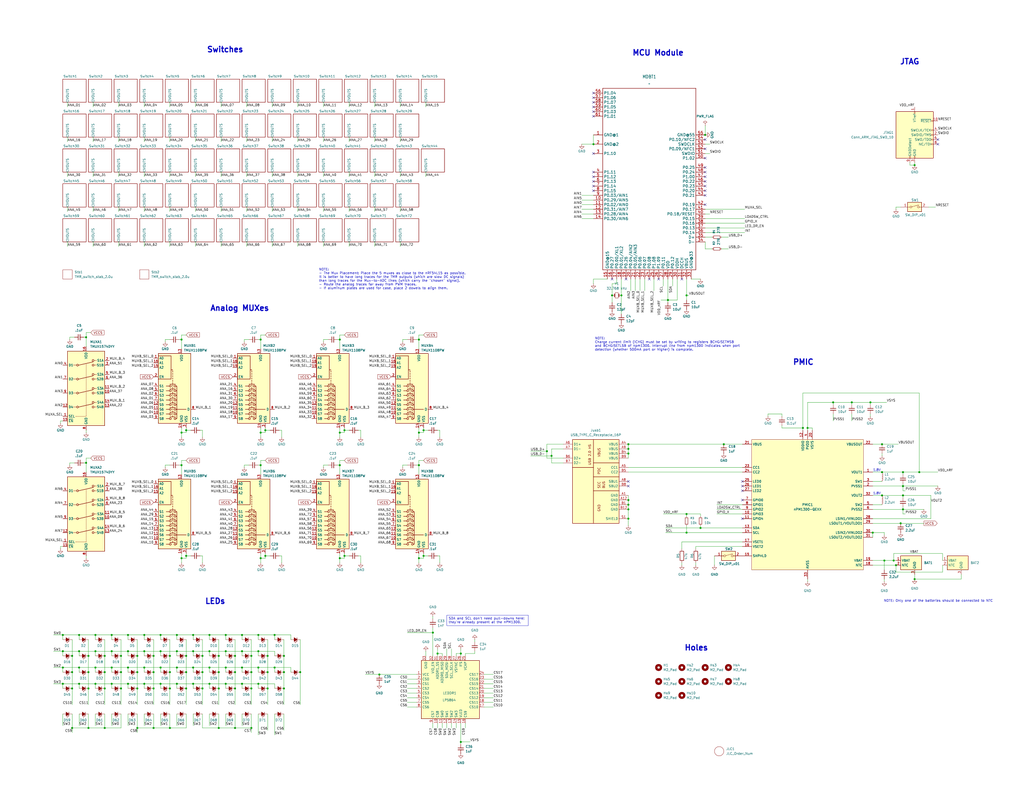
<source format=kicad_sch>
(kicad_sch (version 20250114) (generator "eeschema") (generator_version "9.0")
  (paper "C")
  (text "NOTE:\nCharge current limit (ICHG) must be set by writing to registers BCHGISETMSB\nand BCHGISETLSB of npm1300. Interrupt line from npm1300 indicates when port \ndetection (whether 500mA port or higher) is complete." (at 324.612 187.96 0) (effects (font (size 1.27 1.27)) (justify left)))
  (text "Holes" (at 373.38 355.6 0) (effects (font (size 3 3) (bold yes)) (justify left bottom)))
  (text "NOTE: Only one of the batteries should be connected to NTC" (at 512.064 328.168 0) (effects (font (size 1.27 1.27))))
  (text "1.8V" (at 478.536 256.794 0) (effects (font (size 1.27 1.27))))
  (text "MCU Module" (at 344.932 30.734 0) (effects (font (size 3 3) (bold yes)) (justify left bottom)))
  (text "JTAG" (at 490.982 35.56 0) (effects (font (size 3 3) (bold yes)) (justify left bottom)))
  (text "Analog MUXes" (at 114.554 170.18 0) (effects (font (size 3 3) (bold yes)) (justify left bottom)))
  (text "LEDs" (at 111.76 330.2 0) (effects (font (size 3 3) (bold yes)) (justify left bottom)))
  (text "PMIC" (at 432.562 199.644 0) (effects (font (size 3 3) (bold yes)) (justify left bottom)))
  (text "NOTE:\n- The Mux Placement: Place the 5 muxes as close to the nRF54L15 as possible. \nIt is better to have long traces for the TMR outputs (which are slow DC signals) \nthan long traces for the Mux-to-ADC lines (which carry the \"chosen\" signal).\n- Route the analog traces far away from PWM traces.\n- If aluminum plates are used for case, place 2 dowels to align them.\n" (at 173.99 158.242 0) (effects (font (size 1.27 1.27)) (justify left bottom)))
  (text "Switches" (at 112.776 28.956 0) (effects (font (size 3 3) (bold yes)) (justify left bottom)))
  (text "1.8V" (at 478.536 269.494 0) (effects (font (size 1.27 1.27))))
  (text_box "SDA and SCL don't need pull-downs here; \nthey're already present at the nPM1300.\n" (at 243.84 335.915 0) (size 44.45 5.715) (margins 0.9525 0.9525 0.9525 0.9525) (effects (font (size 1.27 1.27)) (justify left top)))
  (junction (at 342.9 245.11))
  (junction (at 142.24 185.42))
  (junction (at 48.26 358.14))
  (junction (at 123.19 373.38))
  (junction (at 144.78 234.95))
  (junction (at 114.3 364.49))
  (junction (at 123.19 364.49))
  (junction (at 83.82 397.51))
  (junction (at 185.42 304.8))
  (junction (at 132.08 355.6))
  (junction (at 48.26 375.92))
  (junction (at 48.26 397.51))
  (junction (at 137.16 358.14))
  (junction (at 43.18 346.71))
  (junction (at 92.71 397.51))
  (junction (at 39.37 367.03))
  (junction (at 128.27 397.51))
  (junction (at 101.6 303.53))
  (junction (at 92.71 358.14))
  (junction (at 146.05 358.14))
  (junction (at 52.07 364.49))
  (junction (at 96.52 364.49))
  (junction (at 140.97 355.6))
  (junction (at 83.82 367.03))
  (junction (at 34.29 373.38))
  (junction (at 140.97 373.38))
  (junction (at 83.82 375.92))
  (junction (at 39.37 375.92))
  (junction (at 454.66 219.71))
  (junction (at 142.24 304.8))
  (junction (at 96.52 355.6))
  (junction (at 342.9 283.21))
  (junction (at 96.52 346.71))
  (junction (at 185.42 254))
  (junction (at 491.49 285.75))
  (junction (at 132.08 373.38))
  (junction (at 114.3 355.6))
  (junction (at 101.6 358.14))
  (junction (at 298.45 246.38))
  (junction (at 481.33 270.51))
  (junction (at 110.49 367.03))
  (junction (at 99.06 185.42))
  (junction (at 105.41 373.38))
  (junction (at 128.27 367.03))
  (junction (at 119.38 397.51))
  (junction (at 231.14 234.95))
  (junction (at 57.15 367.03))
  (junction (at 438.15 233.68))
  (junction (at 46.99 184.15))
  (junction (at 142.24 254))
  (junction (at 394.97 242.57))
  (junction (at 364.49 163.83))
  (junction (at 69.85 364.49))
  (junction (at 60.96 355.6))
  (junction (at 132.08 364.49))
  (junction (at 149.86 346.71))
  (junction (at 185.42 236.22))
  (junction (at 99.06 304.8))
  (junction (at 92.71 375.92))
  (junction (at 339.09 161.29))
  (junction (at 185.42 185.42))
  (junction (at 83.82 358.14))
  (junction (at 57.15 397.51))
  (junction (at 114.3 373.38))
  (junction (at 60.96 346.71))
  (junction (at 34.29 355.6))
  (junction (at 342.9 247.65))
  (junction (at 501.65 257.81))
  (junction (at 187.96 234.95))
  (junction (at 228.6 304.8))
  (junction (at 74.93 397.51))
  (junction (at 342.9 242.57))
  (junction (at 105.41 346.71))
  (junction (at 87.63 364.49))
  (junction (at 137.16 367.03))
  (junction (at 487.68 306.07))
  (junction (at 119.38 367.03))
  (junction (at 132.08 346.71))
  (junction (at 374.65 161.29))
  (junction (at 34.29 364.49))
  (junction (at 481.33 257.81))
  (junction (at 48.26 367.03))
  (junction (at 87.63 373.38))
  (junction (at 78.74 364.49))
  (junction (at 39.37 397.51))
  (junction (at 87.63 355.6))
  (junction (at 228.6 185.42))
  (junction (at 207.01 368.3))
  (junction (at 46.99 252.73))
  (junction (at 66.04 358.14))
  (junction (at 99.06 254))
  (junction (at 384.81 73.66))
  (junction (at 323.85 78.74))
  (junction (at 74.93 375.92))
  (junction (at 69.85 346.71))
  (junction (at 154.94 358.14))
  (junction (at 146.05 367.03))
  (junction (at 137.16 397.51))
  (junction (at 492.76 265.43))
  (junction (at 110.49 358.14))
  (junction (at 146.05 375.92))
  (junction (at 52.07 355.6))
  (junction (at 163.83 367.03))
  (junction (at 119.38 375.92))
  (junction (at 154.94 367.03))
  (junction (at 101.6 375.92))
  (junction (at 440.69 233.68))
  (junction (at 187.96 303.53))
  (junction (at 123.19 355.6))
  (junction (at 78.74 346.71))
  (junction (at 228.6 254))
  (junction (at 69.85 355.6))
  (junction (at 149.86 364.49))
  (junction (at 105.41 364.49))
  (junction (at 300.99 248.92))
  (junction (at 43.18 373.38))
  (junction (at 66.04 367.03))
  (junction (at 481.33 242.57))
  (junction (at 140.97 346.71))
  (junction (at 105.41 355.6))
  (junction (at 499.11 316.23))
  (junction (at 137.16 375.92))
  (junction (at 128.27 358.14))
  (junction (at 474.98 219.71))
  (junction (at 342.9 278.13))
  (junction (at 123.19 346.71))
  (junction (at 334.01 161.29))
  (junction (at 238.76 356.87))
  (junction (at 78.74 373.38))
  (junction (at 154.94 375.92))
  (junction (at 228.6 236.22))
  (junction (at 374.65 280.67))
  (junction (at 482.6 306.07))
  (junction (at 60.96 364.49))
  (junction (at 110.49 375.92))
  (junction (at 69.85 373.38))
  (junction (at 99.06 236.22))
  (junction (at 87.63 346.71))
  (junction (at 92.71 367.03))
  (junction (at 74.93 367.03))
  (junction (at 144.78 303.53))
  (junction (at 78.74 355.6))
  (junction (at 34.29 346.71))
  (junction (at 476.25 290.83))
  (junction (at 96.52 373.38))
  (junction (at 464.82 219.71))
  (junction (at 57.15 358.14))
  (junction (at 52.07 346.71))
  (junction (at 342.9 273.05))
  (junction (at 342.9 275.59))
  (junction (at 114.3 346.71))
  (junction (at 374.65 290.83))
  (junction (at 128.27 375.92))
  (junction (at 39.37 358.14))
  (junction (at 492.76 278.13))
  (junction (at 119.38 358.14))
  (junction (at 57.15 375.92))
  (junction (at 492.76 257.81))
  (junction (at 488.95 308.61))
  (junction (at 231.14 303.53))
  (junction (at 66.04 375.92))
  (junction (at 101.6 367.03))
  (junction (at 52.07 373.38))
  (junction (at 140.97 364.49))
  (junction (at 43.18 364.49))
  (junction (at 101.6 234.95))
  (junction (at 492.76 270.51))
  (junction (at 43.18 355.6))
  (junction (at 251.46 405.13))
  (junction (at 499.11 90.17))
  (junction (at 236.22 345.44))
  (junction (at 382.27 288.29))
  (junction (at 60.96 373.38))
  (junction (at 251.46 356.87))
  (junction (at 142.24 236.22))
  (junction (at 74.93 358.14))
  (no_connect (at 384.81 91.44))
  (no_connect (at 384.81 106.68))
  (no_connect (at 323.85 63.5))
  (no_connect (at 323.85 96.52))
  (no_connect (at 323.85 104.14))
  (no_connect (at 354.33 152.4))
  (no_connect (at 384.81 99.06))
  (no_connect (at 405.13 273.05))
  (no_connect (at 342.9 265.43))
  (no_connect (at 323.85 101.6))
  (no_connect (at 384.81 104.14))
  (no_connect (at 334.01 152.4))
  (no_connect (at 511.81 78.74))
  (no_connect (at 384.81 81.28))
  (no_connect (at 323.85 53.34))
  (no_connect (at 384.81 111.76))
  (no_connect (at 323.85 83.82))
  (no_connect (at 372.11 152.4))
  (no_connect (at 511.81 76.2))
  (no_connect (at 323.85 99.06))
  (no_connect (at 323.85 55.88))
  (no_connect (at 359.41 152.4))
  (no_connect (at 323.85 50.8))
  (no_connect (at 323.85 60.96))
  (no_connect (at 384.81 93.98))
  (no_connect (at 384.81 76.2))
  (no_connect (at 405.13 283.21))
  (no_connect (at 341.63 152.4))
  (no_connect (at 405.13 262.89))
  (no_connect (at 342.9 262.89))
  (no_connect (at 384.81 86.36))
  (no_connect (at 405.13 267.97))
  (no_connect (at 323.85 58.42))
  (no_connect (at 384.81 101.6))
  (no_connect (at 405.13 265.43))
  (no_connect (at 323.85 93.98))
  (no_connect (at 384.81 96.52))
  (wire (pts (xy 110.49 234.95) (xy 110.49 238.76)))
  (wire (pts (xy 123.19 389.89) (xy 123.19 396.24)))
  (wire (pts (xy 96.52 373.38) (xy 105.41 373.38)))
  (wire (pts (xy 393.7 135.89) (xy 397.51 135.89)))
  (wire (pts (xy 251.46 405.13) (xy 256.54 405.13)))
  (wire (pts (xy 243.84 394.97) (xy 243.84 397.51)))
  (wire (pts (xy 64.77 74.93) (xy 64.77 77.47)))
  (wire (pts (xy 196.85 303.53) (xy 196.85 307.34)))
  (wire (pts (xy 238.76 234.95) (xy 240.03 234.95)))
  (wire (pts (xy 154.94 375.92) (xy 154.94 384.81)))
  (wire (pts (xy 132.08 355.6) (xy 132.08 358.14)))
  (wire (pts (xy 222.25 254) (xy 219.71 254)))
  (wire (pts (xy 241.3 358.14) (xy 241.3 356.87)))
  (wire (pts (xy 514.35 312.42) (xy 488.95 312.42)))
  (wire (pts (xy 240.03 303.53) (xy 240.03 307.34)))
  (wire (pts (xy 46.99 257.81) (xy 46.99 252.73)))
  (wire (pts (xy 426.72 227.33) (xy 426.72 226.06)))
  (wire (pts (xy 492.76 278.13) (xy 492.76 276.86)))
  (wire (pts (xy 135.89 185.42) (xy 133.35 185.42)))
  (wire (pts (xy 222.25 373.38) (xy 227.33 373.38)))
  (wire (pts (xy 50.8 113.03) (xy 50.8 115.57)))
  (wire (pts (xy 99.06 190.5) (xy 99.06 185.42)))
  (wire (pts (xy 78.74 364.49) (xy 87.63 364.49)))
  (wire (pts (xy 66.04 367.03) (xy 66.04 375.92)))
  (wire (pts (xy 99.06 233.68) (xy 99.06 236.22)))
  (wire (pts (xy 105.41 364.49) (xy 114.3 364.49)))
  (wire (pts (xy 69.85 373.38) (xy 78.74 373.38)))
  (wire (pts (xy 101.6 236.22) (xy 99.06 236.22)))
  (wire (pts (xy 135.89 254) (xy 133.35 254)))
  (wire (pts (xy 464.82 226.06) (xy 464.82 229.87)))
  (wire (pts (xy 476.25 262.89) (xy 481.33 262.89)))
  (wire (pts (xy 34.29 373.38) (xy 43.18 373.38)))
  (wire (pts (xy 231.14 233.68) (xy 231.14 234.95)))
  (wire (pts (xy 176.53 132.08) (xy 176.53 134.62)))
  (wire (pts (xy 120.65 55.88) (xy 120.65 58.42)))
  (wire (pts (xy 78.74 113.03) (xy 78.74 115.57)))
  (wire (pts (xy 363.22 288.29) (xy 382.27 288.29)))
  (wire (pts (xy 154.94 389.89) (xy 154.94 398.78)))
  (wire (pts (xy 238.76 394.97) (xy 238.76 397.51)))
  (wire (pts (xy 87.63 355.6) (xy 96.52 355.6)))
  (wire (pts (xy 52.07 346.71) (xy 52.07 349.25)))
  (wire (pts (xy 60.96 364.49) (xy 69.85 364.49)))
  (wire (pts (xy 231.14 234.95) (xy 231.14 236.22)))
  (wire (pts (xy 218.44 113.03) (xy 218.44 115.57)))
  (wire (pts (xy 482.6 306.07) (xy 482.6 311.15)))
  (wire (pts (xy 87.63 346.71) (xy 96.52 346.71)))
  (wire (pts (xy 176.53 185.42) (xy 176.53 186.69)))
  (wire (pts (xy 34.29 364.49) (xy 34.29 367.03)))
  (wire (pts (xy 144.78 236.22) (xy 142.24 236.22)))
  (wire (pts (xy 140.97 389.89) (xy 140.97 401.32)))
  (wire (pts (xy 78.74 373.38) (xy 87.63 373.38)))
  (wire (pts (xy 492.76 270.51) (xy 508 270.51)))
  (wire (pts (xy 46.99 181.61) (xy 46.99 184.15)))
  (wire (pts (xy 514.35 306.07) (xy 514.35 302.26)))
  (wire (pts (xy 185.42 304.8) (xy 185.42 307.34)))
  (wire (pts (xy 74.93 375.92) (xy 74.93 384.81)))
  (wire (pts (xy 232.41 93.98) (xy 232.41 96.52)))
  (wire (pts (xy 443.23 233.68) (xy 440.69 233.68)))
  (wire (pts (xy 248.92 394.97) (xy 248.92 397.51)))
  (wire (pts (xy 476.25 278.13) (xy 492.76 278.13)))
  (wire (pts (xy 78.74 346.71) (xy 87.63 346.71)))
  (wire (pts (xy 74.93 349.25) (xy 74.93 358.14)))
  (wire (pts (xy 228.6 304.8) (xy 228.6 307.34)))
  (wire (pts (xy 137.16 389.89) (xy 137.16 397.51)))
  (wire (pts (xy 87.63 389.89) (xy 87.63 396.24)))
  (wire (pts (xy 57.15 358.14) (xy 57.15 367.03)))
  (wire (pts (xy 133.35 254) (xy 133.35 255.27)))
  (wire (pts (xy 454.66 219.71) (xy 454.66 220.98)))
  (wire (pts (xy 69.85 346.71) (xy 69.85 349.25)))
  (wire (pts (xy 34.29 355.6) (xy 43.18 355.6)))
  (wire (pts (xy 162.56 113.03) (xy 162.56 115.57)))
  (wire (pts (xy 128.27 367.03) (xy 128.27 375.92)))
  (wire (pts (xy 219.71 185.42) (xy 219.71 186.69)))
  (wire (pts (xy 144.78 251.46) (xy 142.24 251.46)))
  (wire (pts (xy 114.3 355.6) (xy 123.19 355.6)))
  (wire (pts (xy 57.15 375.92) (xy 57.15 384.81)))
  (wire (pts (xy 60.96 373.38) (xy 69.85 373.38)))
  (wire (pts (xy 317.5 114.3) (xy 323.85 114.3)))
  (wire (pts (xy 101.6 251.46) (xy 99.06 251.46)))
  (wire (pts (xy 52.07 355.6) (xy 52.07 358.14)))
  (wire (pts (xy 482.6 306.07) (xy 487.68 306.07)))
  (wire (pts (xy 92.71 113.03) (xy 92.71 115.57)))
  (wire (pts (xy 196.85 234.95) (xy 196.85 238.76)))
  (wire (pts (xy 90.17 254) (xy 90.17 255.27)))
  (wire (pts (xy 33.02 229.87) (xy 33.02 231.14)))
  (wire (pts (xy 236.22 342.9) (xy 236.22 345.44)))
  (wire (pts (xy 379.73 307.34) (xy 379.73 308.61)))
  (wire (pts (xy 187.96 302.26) (xy 187.96 303.53)))
  (wire (pts (xy 149.86 373.38) (xy 149.86 375.92)))
  (wire (pts (xy 300.99 245.11) (xy 300.99 248.92)))
  (wire (pts (xy 382.27 287.02) (xy 382.27 288.29)))
  (wire (pts (xy 222.25 375.92) (xy 227.33 375.92)))
  (wire (pts (xy 128.27 389.89) (xy 128.27 397.51)))
  (wire (pts (xy 114.3 355.6) (xy 114.3 358.14)))
  (wire (pts (xy 132.08 389.89) (xy 132.08 396.24)))
  (wire (pts (xy 43.18 373.38) (xy 52.07 373.38)))
  (wire (pts (xy 317.5 106.68) (xy 323.85 106.68)))
  (wire (pts (xy 99.06 185.42) (xy 97.79 185.42)))
  (wire (pts (xy 60.96 389.89) (xy 60.96 396.24)))
  (wire (pts (xy 334.01 154.94) (xy 334.01 161.29)))
  (wire (pts (xy 50.8 74.93) (xy 50.8 77.47)))
  (wire (pts (xy 391.16 280.67) (xy 405.13 280.67)))
  (wire (pts (xy 524.51 316.23) (xy 499.11 316.23)))
  (wire (pts (xy 356.87 152.4) (xy 356.87 158.75)))
  (wire (pts (xy 153.67 234.95) (xy 153.67 238.76)))
  (wire (pts (xy 207.01 368.3) (xy 227.33 368.3)))
  (wire (pts (xy 384.81 78.74) (xy 387.35 78.74)))
  (wire (pts (xy 134.62 113.03) (xy 134.62 115.57)))
  (wire (pts (xy 374.65 290.83) (xy 405.13 290.83)))
  (wire (pts (xy 101.6 303.53) (xy 104.14 303.53)))
  (wire (pts (xy 101.6 349.25) (xy 101.6 358.14)))
  (wire (pts (xy 144.78 182.88) (xy 142.24 182.88)))
  (wire (pts (xy 29.21 346.71) (xy 34.29 346.71)))
  (wire (pts (xy 176.53 74.93) (xy 176.53 77.47)))
  (wire (pts (xy 105.41 364.49) (xy 105.41 367.03)))
  (wire (pts (xy 440.69 219.71) (xy 454.66 219.71)))
  (wire (pts (xy 228.6 302.26) (xy 228.6 304.8)))
  (wire (pts (xy 66.04 349.25) (xy 66.04 358.14)))
  (wire (pts (xy 228.6 259.08) (xy 228.6 254)))
  (wire (pts (xy 190.5 132.08) (xy 190.5 134.62)))
  (wire (pts (xy 269.24 375.92) (xy 264.16 375.92)))
  (wire (pts (xy 38.1 184.15) (xy 38.1 185.42)))
  (wire (pts (xy 443.23 234.95) (xy 443.23 233.68)))
  (wire (pts (xy 384.81 119.38) (xy 406.4 119.38)))
  (wire (pts (xy 499.11 313.69) (xy 499.11 316.23)))
  (wire (pts (xy 87.63 355.6) (xy 87.63 358.14)))
  (wire (pts (xy 92.71 397.51) (xy 83.82 397.51)))
  (wire (pts (xy 179.07 254) (xy 176.53 254)))
  (wire (pts (xy 96.52 355.6) (xy 105.41 355.6)))
  (wire (pts (xy 372.11 307.34) (xy 372.11 308.61)))
  (wire (pts (xy 64.77 113.03) (xy 64.77 115.57)))
  (wire (pts (xy 133.35 185.42) (xy 133.35 186.69)))
  (wire (pts (xy 142.24 185.42) (xy 140.97 185.42)))
  (wire (pts (xy 87.63 373.38) (xy 96.52 373.38)))
  (wire (pts (xy 152.4 303.53) (xy 153.67 303.53)))
  (wire (pts (xy 222.25 185.42) (xy 219.71 185.42)))
  (wire (pts (xy 307.34 250.19) (xy 298.45 250.19)))
  (wire (pts (xy 491.49 285.75) (xy 504.19 285.75)))
  (wire (pts (xy 92.71 254) (xy 90.17 254)))
  (wire (pts (xy 66.04 397.51) (xy 57.15 397.51)))
  (wire (pts (xy 361.95 152.4) (xy 361.95 156.21)))
  (wire (pts (xy 218.44 55.88) (xy 218.44 58.42)))
  (wire (pts (xy 106.68 74.93) (xy 106.68 77.47)))
  (wire (pts (xy 369.57 152.4) (xy 369.57 163.83)))
  (wire (pts (xy 384.81 135.89) (xy 388.62 135.89)))
  (wire (pts (xy 83.82 358.14) (xy 83.82 367.03)))
  (wire (pts (xy 298.45 250.19) (xy 298.45 246.38)))
  (wire (pts (xy 49.53 181.61) (xy 46.99 181.61)))
  (wire (pts (xy 52.07 346.71) (xy 60.96 346.71)))
  (wire (pts (xy 426.72 226.06) (xy 419.1 226.06)))
  (wire (pts (xy 106.68 55.88) (xy 106.68 58.42)))
  (wire (pts (xy 248.92 356.87) (xy 251.46 356.87)))
  (wire (pts (xy 251.46 356.87) (xy 251.46 358.14)))
  (wire (pts (xy 232.41 355.6) (xy 232.41 358.14)))
  (wire (pts (xy 92.71 132.08) (xy 92.71 134.62)))
  (wire (pts (xy 34.29 364.49) (xy 43.18 364.49)))
  (wire (pts (xy 222.25 381) (xy 227.33 381)))
  (wire (pts (xy 153.67 303.53) (xy 153.67 307.34)))
  (wire (pts (xy 228.6 185.42) (xy 227.33 185.42)))
  (wire (pts (xy 142.24 233.68) (xy 142.24 236.22)))
  (wire (pts (xy 96.52 364.49) (xy 105.41 364.49)))
  (wire (pts (xy 109.22 234.95) (xy 110.49 234.95)))
  (wire (pts (xy 222.25 378.46) (xy 227.33 378.46)))
  (wire (pts (xy 144.78 234.95) (xy 147.32 234.95)))
  (wire (pts (xy 36.83 113.03) (xy 36.83 115.57)))
  (wire (pts (xy 132.08 373.38) (xy 132.08 375.92)))
  (wire (pts (xy 34.29 389.89) (xy 34.29 396.24)))
  (wire (pts (xy 382.27 280.67) (xy 382.27 281.94)))
  (wire (pts (xy 78.74 93.98) (xy 78.74 96.52)))
  (wire (pts (xy 231.14 304.8) (xy 228.6 304.8)))
  (wire (pts (xy 148.59 93.98) (xy 148.59 96.52)))
  (wire (pts (xy 105.41 346.71) (xy 114.3 346.71)))
  (wire (pts (xy 137.16 358.14) (xy 137.16 367.03)))
  (wire (pts (xy 105.41 355.6) (xy 114.3 355.6)))
  (wire (pts (xy 110.49 303.53) (xy 110.49 307.34)))
  (wire (pts (xy 144.78 302.26) (xy 144.78 303.53)))
  (wire (pts (xy 34.29 373.38) (xy 34.29 375.92)))
  (wire (pts (xy 132.08 346.71) (xy 140.97 346.71)))
  (wire (pts (xy 83.82 349.25) (xy 83.82 358.14)))
  (wire (pts (xy 474.98 219.71) (xy 483.87 219.71)))
  (wire (pts (xy 187.96 236.22) (xy 185.42 236.22)))
  (wire (pts (xy 99.06 251.46) (xy 99.06 254)))
  (wire (pts (xy 187.96 234.95) (xy 187.96 236.22)))
  (wire (pts (xy 204.47 55.88) (xy 204.47 58.42)))
  (wire (pts (xy 96.52 346.71) (xy 96.52 349.25)))
  (wire (pts (xy 377.19 152.4) (xy 382.27 152.4)))
  (wire (pts (xy 374.65 287.02) (xy 374.65 290.83)))
  (wire (pts (xy 163.83 367.03) (xy 163.83 384.81)))
  (wire (pts (xy 382.27 288.29) (xy 405.13 288.29)))
  (wire (pts (xy 240.03 234.95) (xy 240.03 238.76)))
  (wire (pts (xy 142.24 251.46) (xy 142.24 254)))
  (wire (pts (xy 222.25 370.84) (xy 227.33 370.84)))
  (wire (pts (xy 123.19 346.71) (xy 123.19 349.25)))
  (wire (pts (xy 105.41 355.6) (xy 105.41 358.14)))
  (wire (pts (xy 134.62 93.98) (xy 134.62 96.52)))
  (wire (pts (xy 187.96 251.46) (xy 185.42 251.46)))
  (wire (pts (xy 298.45 246.38) (xy 298.45 242.57)))
  (wire (pts (xy 140.97 346.71) (xy 140.97 349.25)))
  (wire (pts (xy 99.06 304.8) (xy 99.06 307.34)))
  (wire (pts (xy 40.64 184.15) (xy 38.1 184.15)))
  (wire (pts (xy 148.59 55.88) (xy 148.59 58.42)))
  (wire (pts (xy 114.3 364.49) (xy 114.3 367.03)))
  (wire (pts (xy 440.69 233.68) (xy 440.69 219.71)))
  (wire (pts (xy 119.38 349.25) (xy 119.38 358.14)))
  (wire (pts (xy 231.14 182.88) (xy 228.6 182.88)))
  (wire (pts (xy 419.1 226.06) (xy 419.1 227.33)))
  (wire (pts (xy 46.99 252.73) (xy 45.72 252.73)))
  (wire (pts (xy 57.15 397.51) (xy 48.26 397.51)))
  (wire (pts (xy 152.4 234.95) (xy 153.67 234.95)))
  (wire (pts (xy 36.83 55.88) (xy 36.83 58.42)))
  (wire (pts (xy 264.16 368.3) (xy 269.24 368.3)))
  (wire (pts (xy 110.49 349.25) (xy 110.49 358.14)))
  (wire (pts (xy 43.18 346.71) (xy 52.07 346.71)))
  (wire (pts (xy 438.15 233.68) (xy 426.72 233.68)))
  (wire (pts (xy 69.85 355.6) (xy 69.85 358.14)))
  (wire (pts (xy 110.49 389.89) (xy 110.49 397.51)))
  (wire (pts (xy 492.76 267.97) (xy 492.76 265.43)))
  (wire (pts (xy 346.71 152.4) (xy 346.71 158.75)))
  (wire (pts (xy 99.06 182.88) (xy 99.06 185.42)))
  (wire (pts (xy 254 358.14) (xy 254 356.87)))
  (wire (pts (xy 323.85 73.66) (xy 323.85 78.74)))
  (wire (pts (xy 384.81 124.46) (xy 406.4 124.46)))
  (wire (pts (xy 251.46 354.33) (xy 251.46 356.87)))
  (wire (pts (xy 476.25 290.83) (xy 476.25 293.37)))
  (wire (pts (xy 238.76 354.33) (xy 238.76 356.87)))
  (wire (pts (xy 92.71 349.25) (xy 92.71 358.14)))
  (wire (pts (xy 269.24 370.84) (xy 264.16 370.84)))
  (wire (pts (xy 488.95 113.03) (xy 488.95 114.3)))
  (wire (pts (xy 92.71 55.88) (xy 92.71 58.42)))
  (wire (pts (xy 99.06 254) (xy 97.79 254)))
  (wire (pts (xy 231.14 302.26) (xy 231.14 303.53)))
  (wire (pts (xy 405.13 298.45) (xy 379.73 298.45)))
  (wire (pts (xy 228.6 182.88) (xy 228.6 185.42)))
  (wire (pts (xy 48.26 389.89) (xy 48.26 397.51)))
  (wire (pts (xy 218.44 132.08) (xy 218.44 134.62)))
  (wire (pts (xy 474.98 226.06) (xy 474.98 227.33)))
  (wire (pts (xy 364.49 163.83) (xy 364.49 165.1)))
  (wire (pts (xy 179.07 185.42) (xy 176.53 185.42)))
  (wire (pts (xy 78.74 355.6) (xy 78.74 358.14)))
  (wire (pts (xy 52.07 389.89) (xy 52.07 396.24)))
  (wire (pts (xy 185.42 251.46) (xy 185.42 254)))
  (wire (pts (xy 39.37 375.92) (xy 39.37 384.81)))
  (wire (pts (xy 364.49 152.4) (xy 364.49 163.83)))
  (wire (pts (xy 187.96 182.88) (xy 185.42 182.88)))
  (wire (pts (xy 83.82 397.51) (xy 74.93 397.51)))
  (wire (pts (xy 140.97 373.38) (xy 140.97 375.92)))
  (wire (pts (xy 342.9 247.65) (xy 342.9 250.19)))
  (wire (pts (xy 158.75 346.71) (xy 158.75 349.25)))
  (wire (pts (xy 492.76 257.81) (xy 492.76 259.08)))
  (wire (pts (xy 185.42 190.5) (xy 185.42 185.42)))
  (wire (pts (xy 269.24 386.08) (xy 264.16 386.08)))
  (wire (pts (xy 154.94 349.25) (xy 154.94 358.14)))
  (wire (pts (xy 204.47 132.08) (xy 204.47 134.62)))
  (wire (pts (xy 492.76 270.51) (xy 492.76 271.78)))
  (wire (pts (xy 43.18 389.89) (xy 43.18 396.24)))
  (wire (pts (xy 481.33 257.81) (xy 492.76 257.81)))
  (wire (pts (xy 105.41 373.38) (xy 105.41 375.92)))
  (wire (pts (xy 39.37 389.89) (xy 39.37 397.51)))
  (wire (pts (xy 134.62 132.08) (xy 134.62 134.62)))
  (wire (pts (xy 317.5 109.22) (xy 323.85 109.22)))
  (wire (pts (xy 140.97 355.6) (xy 140.97 358.14)))
  (wire (pts (xy 78.74 55.88) (xy 78.74 58.42)))
  (wire (pts (xy 360.68 163.83) (xy 364.49 163.83)))
  (wire (pts (xy 92.71 375.92) (xy 92.71 384.81)))
  (wire (pts (xy 228.6 251.46) (xy 228.6 254)))
  (wire (pts (xy 48.26 358.14) (xy 48.26 367.03)))
  (wire (pts (xy 492.76 265.43) (xy 511.81 265.43)))
  (wire (pts (xy 149.86 364.49) (xy 149.86 367.03)))
  (wire (pts (xy 176.53 93.98) (xy 176.53 96.52)))
  (wire (pts (xy 476.25 242.57) (xy 481.33 242.57)))
  (wire (pts (xy 87.63 373.38) (xy 87.63 375.92)))
  (wire (pts (xy 501.65 214.63) (xy 438.15 214.63)))
  (wire (pts (xy 132.08 373.38) (xy 140.97 373.38)))
  (wire (pts (xy 476.25 275.59) (xy 481.33 275.59)))
  (wire (pts (xy 514.35 308.61) (xy 514.35 312.42)))
  (wire (pts (xy 496.57 88.9) (xy 496.57 90.17)))
  (wire (pts (xy 101.6 234.95) (xy 104.14 234.95)))
  (wire (pts (xy 74.93 358.14) (xy 74.93 367.03)))
  (wire (pts (xy 92.71 93.98) (xy 92.71 96.52)))
  (wire (pts (xy 48.26 349.25) (xy 48.26 358.14)))
  (wire (pts (xy 142.24 236.22) (xy 142.24 238.76)))
  (wire (pts (xy 83.82 389.89) (xy 83.82 397.51)))
  (wire (pts (xy 96.52 355.6) (xy 96.52 358.14)))
  (wire (pts (xy 195.58 303.53) (xy 196.85 303.53)))
  (wire (pts (xy 90.17 185.42) (xy 90.17 186.69)))
  (wire (pts (xy 384.81 83.82) (xy 387.35 83.82)))
  (wire (pts (xy 384.81 121.92) (xy 406.4 121.92)))
  (wire (pts (xy 231.14 303.53) (xy 233.68 303.53)))
  (wire (pts (xy 185.42 254) (xy 184.15 254)))
  (wire (pts (xy 218.44 93.98) (xy 218.44 96.52)))
  (wire (pts (xy 323.85 152.4) (xy 331.47 152.4)))
  (wire (pts (xy 187.96 233.68) (xy 187.96 234.95)))
  (wire (pts (xy 46.99 234.95) (xy 46.99 236.22)))
  (wire (pts (xy 140.97 364.49) (xy 140.97 367.03)))
  (wire (pts (xy 185.42 185.42) (xy 184.15 185.42)))
  (wire (pts (xy 29.21 355.6) (xy 34.29 355.6)))
  (wire (pts (xy 363.22 290.83) (xy 374.65 290.83)))
  (wire (pts (xy 231.14 234.95) (xy 233.68 234.95)))
  (wire (pts (xy 300.99 252.73) (xy 307.34 252.73)))
  (wire (pts (xy 372.11 295.91) (xy 372.11 299.72)))
  (wire (pts (xy 114.3 346.71) (xy 114.3 349.25)))
  (wire (pts (xy 231.14 236.22) (xy 228.6 236.22)))
  (wire (pts (xy 128.27 375.92) (xy 128.27 384.81)))
  (wire (pts (xy 119.38 389.89) (xy 119.38 397.51)))
  (wire (pts (xy 96.52 389.89) (xy 96.52 396.24)))
  (wire (pts (xy 342.9 245.11) (xy 342.9 247.65)))
  (wire (pts (xy 142.24 254) (xy 140.97 254)))
  (wire (pts (xy 289.56 248.92) (xy 300.99 248.92)))
  (wire (pts (xy 440.69 316.23) (xy 440.69 317.5)))
  (wire (pts (xy 204.47 74.93) (xy 204.47 77.47)))
  (wire (pts (xy 506.73 113.03) (xy 510.54 113.03)))
  (wire (pts (xy 384.81 68.58) (xy 384.81 73.66)))
  (wire (pts (xy 426.72 233.68) (xy 426.72 232.41)))
  (wire (pts (xy 176.53 55.88) (xy 176.53 58.42)))
  (wire (pts (xy 162.56 132.08) (xy 162.56 134.62)))
  (wire (pts (xy 334.01 161.29) (xy 334.01 165.1)))
  (wire (pts (xy 317.5 78.74) (xy 323.85 78.74)))
  (wire (pts (xy 106.68 93.98) (xy 106.68 96.52)))
  (wire (pts (xy 241.3 356.87) (xy 238.76 356.87)))
  (wire (pts (xy 87.63 364.49) (xy 96.52 364.49)))
  (wire (pts (xy 149.86 364.49) (xy 158.75 364.49)))
  (wire (pts (xy 269.24 378.46) (xy 264.16 378.46)))
  (wire (pts (xy 391.16 275.59) (xy 405.13 275.59)))
  (wire (pts (xy 78.74 346.71) (xy 78.74 349.25)))
  (wire (pts (xy 101.6 233.68) (xy 101.6 234.95)))
  (wire (pts (xy 99.06 236.22) (xy 99.06 238.76)))
  (wire (pts (xy 140.97 355.6) (xy 149.86 355.6)))
  (wire (pts (xy 204.47 93.98) (xy 204.47 96.52)))
  (wire (pts (xy 29.21 364.49) (xy 34.29 364.49)))
  (wire (pts (xy 43.18 355.6) (xy 43.18 358.14)))
  (wire (pts (xy 39.37 397.51) (xy 39.37 400.05)))
  (wire (pts (xy 342.9 255.27) (xy 405.13 255.27)))
  (wire (pts (xy 132.08 364.49) (xy 132.08 367.03)))
  (wire (pts (xy 464.82 219.71) (xy 464.82 220.98)))
  (wire (pts (xy 336.55 154.94) (xy 334.01 154.94)))
  (wire (pts (xy 185.42 259.08) (xy 185.42 254)))
  (wire (pts (xy 336.55 152.4) (xy 336.55 154.94)))
  (wire (pts (xy 494.03 267.97) (xy 492.76 267.97)))
  (wire (pts (xy 87.63 364.49) (xy 87.63 367.03)))
  (wire (pts (xy 389.89 303.53) (xy 389.89 308.61)))
  (wire (pts (xy 101.6 303.53) (xy 101.6 304.8)))
  (wire (pts (xy 187.96 304.8) (xy 185.42 304.8)))
  (wire (pts (xy 83.82 375.92) (xy 83.82 384.81)))
  (wire (pts (xy 501.65 257.81) (xy 511.81 257.81)))
  (wire (pts (xy 251.46 394.97) (xy 251.46 405.13)))
  (wire (pts (xy 144.78 303.53) (xy 144.78 304.8)))
  (wire (pts (xy 190.5 113.03) (xy 190.5 115.57)))
  (wire (pts (xy 176.53 254) (xy 176.53 255.27)))
  (wire (pts (xy 140.97 346.71) (xy 149.86 346.71)))
  (wire (pts (xy 393.7 129.54) (xy 397.51 129.54)))
  (wire (pts (xy 92.71 358.14) (xy 92.71 367.03)))
  (wire (pts (xy 52.07 373.38) (xy 52.07 375.92)))
  (wire (pts (xy 187.96 234.95) (xy 190.5 234.95)))
  (wire (pts (xy 524.51 313.69) (xy 524.51 316.23)))
  (wire (pts (xy 289.56 246.38) (xy 298.45 246.38)))
  (wire (pts (xy 199.39 368.3) (xy 207.01 368.3)))
  (wire (pts (xy 149.86 346.71) (xy 149.86 349.25)))
  (wire (pts (xy 149.86 389.89) (xy 149.86 401.32)))
  (wire (pts (xy 43.18 364.49) (xy 52.07 364.49)))
  (wire (pts (xy 36.83 132.08) (xy 36.83 134.62)))
  (wire (pts (xy 342.9 242.57) (xy 342.9 245.11)))
  (wire (pts (xy 476.25 308.61) (xy 488.95 308.61)))
  (wire (pts (xy 96.52 373.38) (xy 96.52 375.92)))
  (wire (pts (xy 231.14 251.46) (xy 228.6 251.46)))
  (wire (pts (xy 132.08 346.71) (xy 132.08 349.25)))
  (wire (pts (xy 114.3 373.38) (xy 123.19 373.38)))
  (wire (pts (xy 114.3 389.89) (xy 114.3 396.24)))
  (wire (pts (xy 228.6 190.5) (xy 228.6 185.42)))
  (wire (pts (xy 38.1 252.73) (xy 38.1 254)))
  (wire (pts (xy 119.38 367.03) (xy 119.38 375.92)))
  (wire (pts (xy 342.9 257.81) (xy 405.13 257.81)))
  (wire (pts (xy 374.65 280.67) (xy 374.65 281.94)))
  (wire (pts (xy 481.33 270.51) (xy 492.76 270.51)))
  (wire (pts (xy 231.14 303.53) (xy 231.14 304.8)))
  (wire (pts (xy 109.22 303.53) (xy 110.49 303.53)))
  (wire (pts (xy 99.06 259.08) (xy 99.06 254)))
  (wire (pts (xy 300.99 248.92) (xy 300.99 252.73)))
  (wire (pts (xy 39.37 349.25) (xy 39.37 358.14)))
  (wire (pts (xy 176.53 113.03) (xy 176.53 115.57)))
  (wire (pts (xy 101.6 375.92) (xy 101.6 384.81)))
  (wire (pts (xy 144.78 234.95) (xy 144.78 236.22)))
  (wire (pts (xy 39.37 358.14) (xy 39.37 367.03)))
  (wire (pts (xy 114.3 364.49) (xy 123.19 364.49)))
  (wire (pts (xy 114.3 346.71) (xy 123.19 346.71)))
  (wire (pts (xy 236.22 336.55) (xy 236.22 337.82)))
  (wire (pts (xy 105.41 389.89) (xy 105.41 396.24)))
  (wire (pts (xy 149.86 346.71) (xy 158.75 346.71)))
  (wire (pts (xy 454.66 219.71) (xy 464.82 219.71)))
  (wire (pts (xy 78.74 74.93) (xy 78.74 77.47)))
  (wire (pts (xy 476.25 290.83) (xy 482.6 290.83)))
  (wire (pts (xy 34.29 229.87) (xy 33.02 229.87)))
  (wire (pts (xy 254 356.87) (xy 259.08 356.87)))
  (wire (pts (xy 34.29 298.45) (xy 33.02 298.45)))
  (wire (pts (xy 148.59 132.08) (xy 148.59 134.62)))
  (wire (pts (xy 43.18 346.71) (xy 43.18 349.25)))
  (wire (pts (xy 190.5 55.88) (xy 190.5 58.42)))
  (wire (pts (xy 123.19 346.71) (xy 132.08 346.71)))
  (wire (pts (xy 57.15 389.89) (xy 57.15 397.51)))
  (wire (pts (xy 481.33 242.57) (xy 490.22 242.57)))
  (wire (pts (xy 128.27 349.25) (xy 128.27 358.14)))
  (wire (pts (xy 106.68 132.08) (xy 106.68 134.62)))
  (wire (pts (xy 269.24 373.38) (xy 264.16 373.38)))
  (wire (pts (xy 46.99 184.15) (xy 46.99 189.23)))
  (wire (pts (xy 128.27 397.51) (xy 137.16 397.51)))
  (wire (pts (xy 120.65 113.03) (xy 120.65 115.57)))
  (wire (pts (xy 394.97 242.57) (xy 405.13 242.57)))
  (wire (pts (xy 482.6 316.23) (xy 482.6 317.5)))
  (wire (pts (xy 64.77 55.88) (xy 64.77 58.42)))
  (wire (pts (xy 185.42 233.68) (xy 185.42 236.22)))
  (wire (pts (xy 487.68 302.26) (xy 487.68 306.07)))
  (wire (pts (xy 187.96 303.53) (xy 190.5 303.53)))
  (wire (pts (xy 132.08 364.49) (xy 140.97 364.49)))
  (wire (pts (xy 369.57 163.83) (xy 364.49 163.83)))
  (wire (pts (xy 384.81 132.08) (xy 384.81 135.89)))
  (wire (pts (xy 492.76 265.43) (xy 492.76 264.16)))
  (wire (pts (xy 50.8 132.08) (xy 50.8 134.62)))
  (wire (pts (xy 144.78 233.68) (xy 144.78 234.95)))
  (wire (pts (xy 254 394.97) (xy 254 397.51)))
  (wire (pts (xy 476.25 257.81) (xy 481.33 257.81)))
  (wire (pts (xy 69.85 346.71) (xy 78.74 346.71)))
  (wire (pts (xy 92.71 389.89) (xy 92.71 397.51)))
  (wire (pts (xy 46.99 184.15) (xy 45.72 184.15)))
  (wire (pts (xy 43.18 355.6) (xy 52.07 355.6)))
  (wire (pts (xy 50.8 93.98) (xy 50.8 96.52)))
  (wire (pts (xy 78.74 373.38) (xy 78.74 375.92)))
  (wire (pts (xy 351.79 152.4) (xy 351.79 158.75)))
  (wire (pts (xy 57.15 349.25) (xy 57.15 358.14)))
  (wire (pts (xy 236.22 345.44) (xy 236.22 358.14)))
  (wire (pts (xy 78.74 389.89) (xy 78.74 396.24)))
  (wire (pts (xy 494.03 280.67) (xy 492.76 280.67)))
  (wire (pts (xy 499.11 88.9) (xy 499.11 90.17)))
  (wire (pts (xy 374.65 152.4) (xy 374.65 161.29)))
  (wire (pts (xy 60.96 355.6) (xy 60.96 358.14)))
  (wire (pts (xy 33.02 298.45) (xy 33.02 299.72)))
  (wire (pts (xy 269.24 383.54) (xy 264.16 383.54)))
  (wire (pts (xy 60.96 346.71) (xy 60.96 349.25)))
  (wire (pts (xy 57.15 367.03) (xy 57.15 375.92)))
  (wire (pts (xy 344.17 152.4) (xy 344.17 158.75)))
  (wire (pts (xy 349.25 152.4) (xy 349.25 158.75)))
  (wire (pts (xy 339.09 152.4) (xy 339.09 161.29)))
  (wire (pts (xy 228.6 233.68) (xy 228.6 236.22)))
  (wire (pts (xy 137.16 375.92) (xy 137.16 384.81)))
  (wire (pts (xy 405.13 295.91) (xy 372.11 295.91)))
  (wire (pts (xy 342.9 278.13) (xy 342.9 283.21)))
  (wire (pts (xy 101.6 358.14) (xy 101.6 367.03)))
  (wire (pts (xy 132.08 355.6) (xy 140.97 355.6)))
  (wire (pts (xy 323.85 154.94) (xy 323.85 152.4)))
  (wire (pts (xy 43.18 373.38) (xy 43.18 375.92)))
  (wire (pts (xy 222.25 345.44) (xy 236.22 345.44)))
  (wire (pts (xy 96.52 364.49) (xy 96.52 367.03)))
  (wire (pts (xy 74.93 389.89) (xy 74.93 397.51)))
  (wire (pts (xy 40.64 252.73) (xy 38.1 252.73)))
  (wire (pts (xy 142.24 304.8) (xy 142.24 307.34)))
  (wire (pts (xy 60.96 346.71) (xy 69.85 346.71)))
  (wire (pts (xy 66.04 375.92) (xy 66.04 384.81)))
  (wire (pts (xy 491.49 113.03) (xy 488.95 113.03)))
  (wire (pts (xy 238.76 303.53) (xy 240.03 303.53)))
  (wire (pts (xy 148.59 74.93) (xy 148.59 77.47)))
  (wire (pts (xy 243.84 354.33) (xy 243.84 358.14)))
  (wire (pts (xy 514.35 302.26) (xy 487.68 302.26)))
  (wire (pts (xy 187.96 303.53) (xy 187.96 304.8)))
  (wire (pts (xy 78.74 364.49) (xy 78.74 367.03)))
  (wire (pts (xy 110.49 397.51) (xy 119.38 397.51)))
  (wire (pts (xy 367.03 152.4) (xy 367.03 156.21)))
  (wire (pts (xy 64.77 93.98) (xy 64.77 96.52)))
  (wire (pts (xy 96.52 346.71) (xy 105.41 346.71)))
  (wire (pts (xy 140.97 364.49) (xy 149.86 364.49)))
  (wire (pts (xy 110.49 375.92) (xy 110.49 384.81)))
  (wire (pts (xy 123.19 364.49) (xy 123.19 367.03)))
  (wire (pts (xy 492.76 280.67) (xy 492.76 278.13)))
  (wire (pts (xy 142.24 182.88) (xy 142.24 185.42)))
  (wire (pts (xy 52.07 355.6) (xy 60.96 355.6)))
  (wire (pts (xy 110.49 358.14) (xy 110.49 367.03)))
  (wire (pts (xy 119.38 358.14) (xy 119.38 367.03)))
  (wire (pts (xy 50.8 55.88) (xy 50.8 58.42)))
  (wire (pts (xy 342.9 273.05) (xy 342.9 275.59)))
  (wire (pts (xy 78.74 132.08) (xy 78.74 134.62)))
  (wire (pts (xy 163.83 349.25) (xy 163.83 367.03)))
  (wire (pts (xy 49.53 250.19) (xy 46.99 250.19)))
  (wire (pts (xy 476.25 270.51) (xy 481.33 270.51)))
  (wire (pts (xy 69.85 389.89) (xy 69.85 396.24)))
  (wire (pts (xy 60.96 355.6) (xy 69.85 355.6)))
  (wire (pts (xy 474.98 219.71) (xy 474.98 220.98)))
  (wire (pts (xy 52.07 364.49) (xy 60.96 364.49)))
  (wire (pts (xy 140.97 373.38) (xy 149.86 373.38)))
  (wire (pts (xy 238.76 356.87) (xy 238.76 358.14)))
  (wire (pts (xy 317.5 111.76) (xy 323.85 111.76)))
  (wire (pts (xy 128.27 358.14) (xy 128.27 367.03)))
  (wire (pts (xy 339.09 161.29) (xy 339.09 171.45)))
  (wire (pts (xy 144.78 303.53) (xy 147.32 303.53)))
  (wire (pts (xy 34.29 346.71) (xy 43.18 346.71)))
  (wire (pts (xy 144.78 304.8) (xy 142.24 304.8)))
  (wire (pts (xy 476.25 265.43) (xy 492.76 265.43)))
  (wire (pts (xy 92.71 367.03) (xy 92.71 375.92)))
  (wire (pts (xy 487.68 306.07) (xy 488.95 306.07)))
  (wire (pts (xy 222.25 386.08) (xy 227.33 386.08)))
  (wire (pts (xy 361.95 280.67) (xy 374.65 280.67)))
  (wire (pts (xy 384.81 114.3) (xy 406.4 114.3)))
  (wire (pts (xy 36.83 93.98) (xy 36.83 96.52)))
  (wire (pts (xy 384.81 129.54) (xy 388.62 129.54)))
  (wire (pts (xy 158.75 364.49) (xy 158.75 367.03)))
  (wire (pts (xy 342.9 275.59) (xy 342.9 278.13)))
  (wire (pts (xy 60.96 364.49) (xy 60.96 367.03)))
  (wire (pts (xy 481.33 247.65) (xy 481.33 248.92)))
  (wire (pts (xy 162.56 55.88) (xy 162.56 58.42)))
  (wire (pts (xy 99.06 302.26) (xy 99.06 304.8)))
  (wire (pts (xy 119.38 397.51) (xy 128.27 397.51)))
  (wire (pts (xy 492.76 278.13) (xy 504.19 278.13)))
  (wire (pts (xy 317.5 119.38) (xy 323.85 119.38)))
  (wire (pts (xy 482.6 290.83) (xy 482.6 292.1)))
  (wire (pts (xy 204.47 113.03) (xy 204.47 115.57)))
  (wire (pts (xy 501.65 257.81) (xy 501.65 214.63)))
  (wire (pts (xy 342.9 242.57) (xy 394.97 242.57)))
  (wire (pts (xy 162.56 93.98) (xy 162.56 96.52)))
  (wire (pts (xy 440.69 234.95) (xy 440.69 233.68)))
  (wire (pts (xy 342.9 270.51) (xy 342.9 273.05)))
  (wire (pts (xy 464.82 219.71) (xy 474.98 219.71)))
  (wire (pts (xy 317.5 116.84) (xy 323.85 116.84)))
  (wire (pts (xy 146.05 375.92) (xy 146.05 384.81)))
  (wire (pts (xy 185.42 182.88) (xy 185.42 185.42)))
  (wire (pts (xy 92.71 74.93) (xy 92.71 77.47)))
  (wire (pts (xy 476.25 283.21) (xy 508 283.21)))
  (wire (pts (xy 146.05 349.25) (xy 146.05 358.14)))
  (wire (pts (xy 46.99 303.53) (xy 46.99 304.8)))
  (wire (pts (xy 190.5 74.93) (xy 190.5 77.47)))
  (wire (pts (xy 492.76 257.81) (xy 501.65 257.81)))
  (wire (pts (xy 101.6 234.95) (xy 101.6 236.22)))
  (wire (pts (xy 34.29 346.71) (xy 34.29 349.25)))
  (wire (pts (xy 374.65 161.29) (xy 375.92 161.29)))
  (wire (pts (xy 101.6 304.8) (xy 99.06 304.8)))
  (wire (pts (xy 222.25 383.54) (xy 227.33 383.54)))
  (wire (pts (xy 78.74 355.6) (xy 87.63 355.6)))
  (wire (pts (xy 342.9 283.21) (xy 342.9 287.02)))
  (wire (pts (xy 48.26 397.51) (xy 39.37 397.51)))
  (wire (pts (xy 476.25 306.07) (xy 482.6 306.07)))
  (wire (pts (xy 48.26 367.03) (xy 48.26 375.92)))
  (wire (pts (xy 218.44 74.93) (xy 218.44 77.47)))
  (wire (pts (xy 162.56 74.93) (xy 162.56 77.47)))
  (wire (pts (xy 391.16 278.13) (xy 405.13 278.13)))
  (wire (pts (xy 232.41 55.88) (xy 232.41 58.42)))
  (wire (pts (xy 123.19 373.38) (xy 132.08 373.38)))
  (wire (pts (xy 241.3 394.97) (xy 241.3 397.51)))
  (wire (pts (xy 101.6 302.26) (xy 101.6 303.53)))
  (wire (pts (xy 374.65 280.67) (xy 382.27 280.67)))
  (wire (pts (xy 146.05 389.89) (xy 146.05 398.78)))
  (wire (pts (xy 60.96 373.38) (xy 60.96 375.92)))
  (wire (pts (xy 146.05 367.03) (xy 146.05 375.92)))
  (wire (pts (xy 137.16 349.25) (xy 137.16 358.14)))
  (wire (pts (xy 154.94 367.03) (xy 154.94 375.92)))
  (wire (pts (xy 246.38 354.33) (xy 246.38 358.14)))
  (wire (pts (xy 52.07 373.38) (xy 60.96 373.38)))
  (wire (pts (xy 438.15 234.95) (xy 438.15 233.68)))
  (wire (pts (xy 149.86 355.6) (xy 149.86 358.14)))
  (wire (pts (xy 259.08 349.25) (xy 259.08 350.52)))
  (wire (pts (xy 137.16 397.51) (xy 137.16 400.05)))
  (wire (pts (xy 379.73 298.45) (xy 379.73 299.72)))
  (wire (pts (xy 137.16 367.03) (xy 137.16 375.92)))
  (wire (pts (xy 384.81 116.84) (xy 387.35 116.84)))
  (wire (pts (xy 66.04 358.14) (xy 66.04 367.03)))
  (wire (pts (xy 134.62 74.93) (xy 134.62 77.47)))
  (wire (pts (xy 307.34 245.11) (xy 300.99 245.11)))
  (wire (pts (xy 69.85 364.49) (xy 78.74 364.49)))
  (wire (pts (xy 48.26 375.92) (xy 48.26 384.81)))
  (wire (pts (xy 142.24 259.08) (xy 142.24 254)))
  (wire (pts (xy 43.18 364.49) (xy 43.18 367.03)))
  (wire (pts (xy 148.59 113.03) (xy 148.59 115.57)))
  (wire (pts (xy 190.5 93.98) (xy 190.5 96.52)))
  (wire (pts (xy 64.77 132.08) (xy 64.77 134.62)))
  (wire (pts (xy 185.42 302.26) (xy 185.42 304.8)))
  (wire (pts (xy 269.24 381) (xy 264.16 381)))
  (wire (pts (xy 83.82 367.03) (xy 83.82 375.92)))
  (wire (pts (xy 29.21 373.38) (xy 34.29 373.38)))
  (wire (pts (xy 34.29 355.6) (xy 34.29 358.14)))
  (wire (pts (xy 39.37 367.03) (xy 39.37 375.92)))
  (wire (pts (xy 87.63 346.71) (xy 87.63 349.25)))
  (wire (pts (xy 120.65 93.98) (xy 120.65 96.52)))
  (wire (pts (xy 476.25 285.75) (xy 491.49 285.75)))
  (wire (pts (xy 69.85 364.49) (xy 69.85 367.03)))
  (wire (pts (xy 219.71 254) (xy 219.71 255.27)))
  (wire (pts (xy 384.81 127) (xy 406.4 127)))
  (wire (pts (xy 101.6 389.89) (xy 101.6 397.51)))
  (wire (pts (xy 69.85 355.6) (xy 78.74 355.6)))
  (wire (pts (xy 248.92 358.14) (xy 248.92 356.87)))
  (wire (pts (xy 454.66 226.06) (xy 454.66 229.87)))
  (wire (pts (xy 101.6 182.88) (xy 99.06 182.88)))
  (wire (pts (xy 251.46 405.13) (xy 251.46 406.4)))
  (wire (pts (xy 246.38 394.97) (xy 246.38 397.51)))
  (wire (pts (xy 69.85 373.38) (xy 69.85 375.92)))
  (wire (pts (xy 488.95 312.42) (xy 488.95 308.61)))
  (wire (pts (xy 101.6 397.51) (xy 92.71 397.51)))
  (wire (pts (xy 228.6 236.22) (xy 228.6 238.76)))
  (wire (pts (xy 259.08 356.87) (xy 259.08 355.6)))
  (wire (pts (xy 120.65 74.93) (xy 120.65 77.47)))
  (wire (pts (xy 438.15 214.63) (xy 438.15 233.68)))
  (wire (pts (xy 74.93 397.51) (xy 74.93 400.05)))
  (wire (pts (xy 236.22 394.97) (xy 236.22 397.51)))
  (wire (pts (xy 185.42 236.22) (xy 185.42 238.76)))
  (wire (pts (xy 195.58 234.95) (xy 196.85 234.95)))
  (wire (pts (xy 92.71 185.42) (xy 90.17 185.42)))
  (wire (pts (xy 142.24 302.26) (xy 142.24 304.8)))
  (wire (pts (xy 114.3 373.38) (xy 114.3 375.92)))
  (wire (pts (xy 123.19 373.38) (xy 123.19 375.92)))
  (wire (pts (xy 36.83 74.93) (xy 36.83 77.47)))
  (wire (pts (xy 508 270.51) (xy 508 283.21)))
  (wire (pts (xy 142.24 190.5) (xy 142.24 185.42)))
  (wire (pts (xy 120.65 132.08) (xy 120.65 134.62)))
  (wire (pts (xy 66.04 389.89) (xy 66.04 397.51)))
  (wire (pts (xy 123.19 355.6) (xy 123.19 358.14)))
  (wire (pts (xy 119.38 375.92) (xy 119.38 384.81)))
  (wire (pts (xy 110.49 367.03) (xy 110.49 375.92)))
  (wire (pts (xy 101.6 367.03) (xy 101.6 375.92)))
  (wire (pts (xy 105.41 346.71) (xy 105.41 349.25)))
  (wire (pts (xy 74.93 367.03) (xy 74.93 375.92)))
  (wire (pts (xy 105.41 373.38) (xy 114.3 373.38)))
  (wire (pts (xy 228.6 254) (xy 227.33 254)))
  (wire (pts (xy 52.07 364.49) (xy 52.07 367.03)))
  (wire (pts (xy 154.94 358.14) (xy 154.94 367.03)))
  (wire (pts (xy 106.68 113.03) (xy 106.68 115.57)))
  (wire (pts (xy 146.05 358.14) (xy 146.05 367.03)))
  (wire (pts (xy 374.65 161.29) (xy 374.65 163.83)))
  (wire (pts (xy 46.99 250.19) (xy 46.99 252.73)))
  (wire (pts (xy 496.57 90.17) (xy 499.11 90.17)))
  (wire (pts (xy 123.19 364.49) (xy 132.08 364.49)))
  (wire (pts (xy 123.19 355.6) (xy 132.08 355.6)))
  (wire (pts (xy 134.62 55.88) (xy 134.62 58.42)))
  (wire (pts (xy 298.45 242.57) (xy 307.34 242.57)))
  (label "SW0" (at 60.96 396.24 0))
  (label "MUXB_SEL_1" (at 127 266.7 180))
  (label "AIN1" (at 34.29 207.01 180))
  (label "LED_DR_EN" (at 406.4 124.46 0))
  (label "ANA_38" (at 148.59 96.52 0))
  (label "ANA_49" (at 213.36 223.52 180))
  (label "ANA_15" (at 232.41 58.42 0))
  (label "ANA_18" (at 127 226.06 180))
  (label "CS2" (at 128.27 384.81 180))
  (label "ANA_70" (at 190.5 134.62 0))
  (label "USB_D+" (at 397.51 129.54 0))
  (label "ANA_37" (at 59.69 214.63 0))
  (label "ANA_06" (at 83.82 220.98 180))
  (label "ANA_60" (at 170.18 218.44 180))
  (label "ANA_34" (at 92.71 96.52 0))
  (label "ANA_50" (at 213.36 220.98 180))
  (label "ANA_38" (at 59.69 267.97 0))
  (label "ANA_56" (at 190.5 115.57 0))
  (label "ANA_01" (at 83.82 218.44 180))
  (label "MUX_B_1" (at 59.69 219.71 0))
  (label "MUXB_SEL_1" (at 83.82 198.12 180))
  (label "ANA_30" (at 127 218.44 180))
  (label "ANA_22" (at 59.69 222.25 0))
  (label "VSYS" (at 199.39 368.3 0))
  (label "SW2" (at 246.38 397.51 270))
  (label "SW1" (at 243.84 397.51 270))
  (label "MUX_B_7" (at 193.04 292.1 0))
  (label "ANA_45" (at 36.83 115.57 0))
  (label "MUXB_SEL_2" (at 356.87 158.75 270))
  (label "ANA_39" (at 170.18 279.4 180))
  (label "SW2" (at 114.3 396.24 0))
  (label "MUXB_SEL_1" (at 127 198.12 180))
  (label "MUXB_SEL_1" (at 170.18 266.7 180))
  (label "SCL" (at 246.38 354.33 90))
  (label "INT" (at 406.4 127 0))
  (label "NRESET" (at 511.81 66.04 0))
  (label "SW0" (at 96.52 396.24 0))
  (label "ANA_13" (at 204.47 58.42 0))
  (label "ANA_15" (at 83.82 284.48 180))
  (label "USB_D-" (at 289.56 248.92 0))
  (label "ANA_07" (at 83.82 210.82 180))
  (label "USB_D+" (at 289.56 246.38 0))
  (label "CS3" (at 137.16 384.81 180))
  (label "ANA_41" (at 190.5 96.52 0))
  (label "ANA_33" (at 170.18 226.06 180))
  (label "ANA_66" (at 134.62 134.62 0))
  (label "ANA_64" (at 213.36 213.36 180))
  (label "ANA_53" (at 213.36 281.94 180))
  (label "ANA_31" (at 127 215.9 180))
  (label "MUX_B_4" (at 236.22 223.52 0))
  (label "ANA_49" (at 92.71 115.57 0))
  (label "ANA_36" (at 59.69 207.01 0))
  (label "CS6" (at 222.25 386.08 180))
  (label "ANA_32" (at 64.77 96.52 0))
  (label "AIN2" (at 344.17 158.75 270))
  (label "ANA_25" (at 162.56 77.47 0))
  (label "SW3" (at 69.85 396.24 0))
  (label "ANA_12" (at 83.82 292.1 180))
  (label "ANA_64" (at 106.68 134.62 0))
  (label "ANA_06" (at 106.68 58.42 0))
  (label "ANA_09" (at 59.69 283.21 0))
  (label "SW2" (at 43.18 396.24 0))
  (label "ANA_26" (at 176.53 77.47 0))
  (label "AIN0" (at 317.5 111.76 180))
  (label "ANA_48" (at 213.36 226.06 180))
  (label "ANA_48" (at 78.74 115.57 0))
  (label "AIN6" (at 34.29 267.97 180))
  (label "ANA_03" (at 83.82 228.6 180))
  (label "VDD_nRF" (at 361.95 280.67 0))
  (label "ANA_19" (at 78.74 77.47 0))
  (label "SW1" (at 29.21 355.6 0))
  (label "ANA_50" (at 106.68 115.57 0))
  (label "SW1" (at 52.07 396.24 0))
  (label "ANA_29" (at 83.82 281.94 180))
  (label "ANA_58" (at 170.18 287.02 180))
  (label "PVSS1" (at 494.03 267.97 0))
  (label "ANA_28" (at 127 289.56 180))
  (label "ANA_65" (at 120.65 134.62 0))
  (label "ANA_01" (at 36.83 58.42 0))
  (label "ANA_69" (at 176.53 134.62 0))
  (label "ANA_23" (at 134.62 77.47 0))
  (label "AIN3" (at 34.29 214.63 180))
  (label "VSYS" (at 483.87 219.71 0))
  (label "AIN6" (at 317.5 119.38 180))
  (label "ANA_04" (at 78.74 58.42 0))
  (label "MUX_B_6" (at 149.86 292.1 0))
  (label "ANA_44" (at 232.41 96.52 0))
  (label "AIN3" (at 346.71 158.75 270))
  (label "ANA_63" (at 213.36 215.9 180))
  (label "CS10" (at 269.24 386.08 0))
  (label "ANA_25" (at 127 297.18 180))
  (label "ANA_68" (at 162.56 134.62 0))
  (label "ANA_58" (at 218.44 115.57 0))
  (label "ANA_61" (at 64.77 134.62 0))
  (label "SW1" (at 87.63 396.24 0))
  (label "CS16" (at 92.71 384.81 180))
  (label "ANA_53" (at 148.59 115.57 0))
  (label "ANA_27" (at 127 292.1 180))
  (label "ANA_16" (at 36.83 77.47 0))
  (label "ANA_29" (at 218.44 77.47 0))
  (label "LOADSW_CTRL" (at 406.4 119.38 0))
  (label "SCL" (at 363.22 290.83 0))
  (label "CS8" (at 238.76 397.51 270))
  (label "MUXB_SEL_2" (at 170.18 200.66 180))
  (label "CS14" (at 269.24 375.92 0))
  (label "SW0" (at 29.21 346.71 0))
  (label "VBUSOUT" (at 490.22 242.57 0))
  (label "ANA_63" (at 92.71 134.62 0))
  (label "MUX_B_4" (at 59.69 196.85 0))
  (label "SW3" (at 34.29 396.24 0))
  (label "MUXB_SEL_0" (at 83.82 264.16 180))
  (label "ANA_57" (at 204.47 115.57 0))
  (label "ANA_20" (at 127 220.98 180))
  (label "AIN4" (at 317.5 116.84 180))
  (label "ANA_52" (at 134.62 115.57 0))
  (label "ANA_11" (at 83.82 294.64 180))
  (label "ANA_07" (at 120.65 58.42 0))
  (label "CS16" (at 269.24 370.84 0))
  (label "ANA_41" (at 127 284.48 180))
  (label "MUX_B_8" (at 59.69 273.05 0))
  (label "ANA_16" (at 127 213.36 180))
  (label "ANA_27" (at 190.5 77.47 0))
  (label "PVSS2" (at 494.03 280.67 0))
  (label "ANA_70" (at 170.18 294.64 180))
  (label "MUXB_SEL_1" (at 170.18 198.12 180))
  (label "VDD_nRF" (at 499.11 58.42 180))
  (label "SW2" (at 29.21 364.49 0))
  (label "CS1" (at 119.38 384.81 180))
  (label "MUXB_SEL_2" (at 170.18 269.24 180))
  (label "ANA_46" (at 170.18 210.82 180))
  (label "CS6" (at 163.83 384.81 180))
  (label "AIN5" (at 317.5 109.22 180))
  (label "ANA_14" (at 83.82 287.02 180))
  (label "ANA_43" (at 218.44 96.52 0))
  (label "AIN1" (at 317.5 106.68 180))
  (label "CS3" (at 222.25 378.46 180))
  (label "USB_D-" (at 397.51 135.89 0))
  (label "CS17" (at 269.24 368.3 0))
  (label "LED_DR_EN" (at 222.25 345.44 0))
  (label "ANA_05" (at 83.82 223.52 180))
  (label "ANA_21" (at 106.68 77.47 0))
  (label "CS15" (at 269.24 373.38 0))
  (label "ANA_14" (at 218.44 58.42 0))
  (label "ANA_03" (at 64.77 58.42 0))
  (label "CS6" (at 146.05 398.78 180))
  (label "ANA_10" (at 162.56 58.42 0))
  (label "MUX_B_5" (at 59.69 280.67 0))
  (label "MUX_B_3" (at 59.69 204.47 0))
  (label "ANA_24" (at 148.59 77.47 0))
  (label "ANA_42" (at 127 281.94 180))
  (label "MUXB_SEL_0" (at 170.18 195.58 180))
  (label "CS0" (at 222.25 370.84 180))
  (label "MUXA_SEL" (at 406.4 114.3 0))
  (label "CS6" (at 154.94 398.78 180))
  (label "ANA_56" (at 170.18 289.56 180))
  (label "ANA_72" (at 218.44 134.62 0))
  (label "ANA_57" (at 170.18 284.48 180))
  (label "SW1" (at 123.19 396.24 0))
  (label "VOUT2" (at 508 274.32 0))
  (label "ANA_62" (at 213.36 218.44 180))
  (label "ANA_43" (at 127 279.4 180))
  (label "CS12" (at 57.15 384.81 180))
  (label "ANA_72" (at 170.18 281.94 180))
  (label "ANA_71" (at 170.18 292.1 180))
  (label "ANA_04" (at 83.82 226.06 180))
  (label "CS1" (at 222.25 373.38 180))
  (label "SWDIO" (at 511.81 73.66 0))
  (label "SW3" (at 105.41 396.24 0))
  (label "MUXB_SEL_2" (at 83.82 200.66 180))
  (label "MUXB_SEL_0" (at 213.36 195.58 180))
  (label "CS12" (at 269.24 381 0))
  (label "CS9" (at 39.37 400.05 180))
  (label "ANA_34" (at 170.18 223.52 180))
  (label "ANA_44" (at 83.82 279.4 180))
  (label "ANA_55" (at 176.53 115.57 0))
  (label "MUXB_SEL_2" (at 127 200.66 180))
  (label "MUXB_SEL_0" (at 213.36 264.16 180))
  (label "ANA_51" (at 120.65 115.57 0))
  (label "CS7" (at 236.22 397.51 270))
  (label "SCL" (at 361.95 156.21 270))
  (label "ANA_20" (at 92.71 77.47 0))
  (label "CS11" (at 269.24 383.54 0))
  (label "ANA_59" (at 36.83 134.62 0))
  (label "CS7" (at 137.16 400.05 180))
  (label "AIN2" (at 34.29 222.25 180))
  (label "ANA_68" (at 213.36 297.18 180))
  (label "ANA_36" (at 120.65 96.52 0))
  (label "ANA_33" (at 78.74 96.52 0))
  (label "NRESET" (at 510.54 113.03 0))
  (label "ANA_60" (at 50.8 134.62 0))
  (label "CS2" (at 222.25 375.92 180))
  (label "AIN5" (at 34.29 283.21 180))
  (label "AIN7" (at 317.5 114.3 180))
  (label "PVSS1" (at 454.66 229.87 0))
  (label "ANA_47" (at 213.36 228.6 180))
  (label "ANA_09" (at 148.59 58.42 0))
  (label "CS5" (at 154.94 384.81 180))
  (label "ANA_12" (at 190.5 58.42 0))
  (label "CS5" (at 222.25 383.54 180))
  (label "ANA_10" (at 83.82 297.18 180))
  (label "LOADSW_CTRL" (at 391.16 278.13 0))
  (label "VBAT" (at 496.57 302.26 0))
  (label "MUXB_SEL_1" (at 83.82 266.7 180))
  (label "ANA_17" (at 50.8 77.47 0))
  (label "CS10" (at 39.37 384.81 180))
  (label "SW1" (at 149.86 401.32 0))
  (label "CS15" (at 83.82 384.81 180))
  (label "ANA_54" (at 213.36 284.48 180))
  (label "MUX_B_6" (at 59.69 288.29 0))
  (label "MUX_B_7" (at 59.69 265.43 0))
  (label "ANA_05" (at 92.71 58.42 0))
  (label "MUXB_SEL_1" (at 213.36 198.12 180))
  (label "ANA_30" (at 36.83 96.52 0))
  (label "ANA_26" (at 127 294.64 180))
  (label "SW0" (at 241.3 397.51 270))
  (label "AIN4" (at 34.29 275.59 180))
  (label "MUXA_SEL" (at 34.29 227.33 180))
  (label "ANA_69" (at 170.18 297.18 180))
  (label "ANA_71" (at 204.47 134.62 0))
  (label "MUXB_SEL_0" (at 83.82 195.58 180))
  (label "ANA_61" (at 213.36 210.82 180))
  (label "MUXB_SEL_1" (at 351.79 158.75 270))
  (label "SW0" (at 132.08 396.24 0))
  (label "CS13" (at 269.24 378.46 0))
  (label "CS4" (at 222.25 381 180))
  (label "ANA_39" (at 162.56 96.52 0))
  (label "ANA_62" (at 78.74 134.62 0))
  (label "MUX_B_3" (at 193.04 223.52 0))
  (label "ANA_65" (at 213.36 289.56 180))
  (label "SW2" (at 78.74 396.24 0))
  (label "PVSS2" (at 464.82 229.87 0))
  (label "ANA_67" (at 148.59 134.62 0))
  (label "MUXA_SEL" (at 34.29 295.91 180))
  (label "VDD_nRF" (at 360.68 163.83 270))
  (label "VBUSOUT" (at 375.92 161.29 0))
  (label "ANA_19" (at 127 223.52 180))
  (label "ANA_02" (at 83.82 215.9 180))
  (label "MUX_B_5" (at 106.68 292.1 0))
  (label "SW3" (at 140.97 401.32 0))
  (label "MUXB_SEL_2" (at 213.36 269.24 180))
  (label "ANA_13" (at 83.82 289.56 180))
  (label "ANA_47" (at 64.77 115.57 0))
  (label "MUXB_SEL_0" (at 127 195.58 180))
  (label "ANA_55" (at 213.36 287.02 180))
  (label "ANA_31" (at 50.8 96.52 0))
  (label "ANA_08" (at 134.62 58.42 0))
  (label "CS11" (at 48.26 384.81 180))
  (label "CS4" (at 146.05 384.81 180))
  (label "ANA_22" (at 120.65 77.47 0))
  (label "ANA_02" (at 50.8 58.42 0))
  (label "ANA_08" (at 83.82 213.36 180))
  (label "ANA_17" (at 127 228.6 180))
  (label "SDA" (at 367.03 156.21 270))
  (label "ANA_28" (at 204.47 77.47 0))
  (label "MUXB_SEL_1" (at 213.36 266.7 180))
  (label "MUX_B_1" (at 106.68 223.52 0))
  (label "NRESET" (at 387.35 116.84 0))
  (label "ANA_37" (at 134.62 96.52 0))
  (label "CS8" (at 74.93 400.05 180))
  (label "MUXB_SEL_0" (at 127 264.16 180))
  (label "VDD_nRF" (at 511.81 257.81 0))
  (label "ANA_18" (at 64.77 77.47 0))
  (label "ANA_21" (at 127 210.82 180))
  (label "ANA_32" (at 170.18 228.6 180))
  (label "SWDCLK" (at 511.81 71.12 0))
  (label "ANA_35" (at 170.18 220.98 180))
  (label "MUXB_SEL_2" (at 127 269.24 180))
  (label "CS17" (at 101.6 384.81 180))
  (label "ANA_52" (at 213.36 279.4 180))
  (label "SW3" (at 248.92 397.51 270))
  (label "ANA_59" (at 170.18 215.9 180))
  (label "AIN7" (at 34.29 290.83 180))
  (label "CS14" (at 74.93 384.81 180))
  (label "VSYS" (at 256.54 405.13 0))
  (label "ANA_35" (at 106.68 96.52 0))
  (label "ANA_24" (at 59.69 290.83 0))
  (label "SW3" (at 29.21 373.38 0))
  (label "GPIO_X" (at 391.16 280.67 0))
  (label "GPIO_X" (at 406.4 121.92 0))
  (label "ANA_66" (at 213.36 292.1 180))
  (label "ANA_11" (at 176.53 58.42 0))
  (label "MUX_B_8" (at 236.22 292.1 0))
  (label "ANA_54" (at 162.56 115.57 0))
  (label "ANA_67" (at 213.36 294.64 180))
  (label "SWDCLK" (at 387.35 78.74 0))
  (label "MUXB_SEL_0" (at 349.25 158.75 270))
  (label "CS9" (at 254 397.51 270))
  (label "MUXB_SEL_2" (at 213.36 200.66 180))
  (label "MUXB_SEL_2" (at 83.82 269.24 180))
  (label "ANA_42" (at 204.47 96.52 0))
  (label "ANA_51" (at 59.69 199.39 0))
  (label "AIN0" (at 34.29 199.39 180))
  (label "SDA" (at 363.22 288.29 0))
  (label "ANA_23" (at 59.69 275.59 0))
  (label "MUX_B_2" (at 59.69 212.09 0))
  (label "INT" (at 391.16 275.59 0))
  (label "MUXB_SEL_0" (at 170.18 264.16 180))
  (label "SDA" (at 243.84 354.33 90))
  (label "SWDIO" (at 387.35 83.82 0))
  (label "ANA_40" (at 127 287.02 180))
  (label "ANA_46" (at 50.8 115.57 0))
  (label "CS0" (at 110.49 384.81 180))
  (label "CS13" (at 66.04 384.81 180))
  (label "ANA_40" (at 176.53 96.52 0))
  (label "ANA_45" (at 170.18 213.36 180))
  (label "MUX_B_2" (at 149.86 223.52 0))
  (global_label "VCCS" (shape input) (at 187.96 251.46 0) (property "Intersheetrefs" "${INTERSHEET_REFS}" (effects (hide yes))))
  (global_label "VCCS" (shape input) (at 144.78 251.46 0) (property "Intersheetrefs" "${INTERSHEET_REFS}" (effects (hide yes))))
  (global_label "VCCS" (shape input) (at 231.14 182.88 0) (property "Intersheetrefs" "${INTERSHEET_REFS}" (effects (hide yes))))
  (global_label "VCCS" (shape input) (at 144.78 182.88 0) (property "Intersheetrefs" "${INTERSHEET_REFS}" (effects (hide yes))))
  (global_label "VCCS" (shape output) (at 504.19 285.75 0) (property "Intersheetrefs" "${INTERSHEET_REFS}" (effects (hide yes))))
  (global_label "VCCS" (shape input) (at 187.96 182.88 0) (property "Intersheetrefs" "${INTERSHEET_REFS}" (effects (hide yes))))
  (global_label "VCCS" (shape input) (at 213.36 205.74 180) (property "Intersheetrefs" "${INTERSHEET_REFS}" (effects (hide yes))))
  (global_label "VCCS" (shape input) (at 170.18 205.74 180) (property "Intersheetrefs" "${INTERSHEET_REFS}" (effects (hide yes))))
  (global_label "VCCS" (shape input) (at 49.53 250.19 0) (property "Intersheetrefs" "${INTERSHEET_REFS}" (effects (hide yes))))
  (global_label "VCCS" (shape input) (at 170.18 274.32 180) (property "Intersheetrefs" "${INTERSHEET_REFS}" (effects (hide yes))))
  (global_label "VCCS" (shape input) (at 83.82 274.32 180) (property "Intersheetrefs" "${INTERSHEET_REFS}" (effects (hide yes))))
  (global_label "VCCS" (shape input) (at 127 274.32 180) (property "Intersheetrefs" "${INTERSHEET_REFS}" (effects (hide yes))))
  (global_label "VCCS" (shape input) (at 213.36 274.32 180) (property "Intersheetrefs" "${INTERSHEET_REFS}" (effects (hide yes))))
  (global_label "VCCS" (shape input) (at 83.82 205.74 180) (property "Intersheetrefs" "${INTERSHEET_REFS}" (effects (hide yes))))
  (global_label "VCCS" (shape input) (at 127 205.74 180) (property "Intersheetrefs" "${INTERSHEET_REFS}" (effects (hide yes))))
  (global_label "VCCS" (shape input) (at 101.6 251.46 0) (property "Intersheetrefs" "${INTERSHEET_REFS}" (effects (hide yes))))
  (global_label "VCCS" (shape input) (at 231.14 251.46 0) (property "Intersheetrefs" "${INTERSHEET_REFS}" (effects (hide yes))))
  (global_label "VCCS" (shape input) (at 49.53 181.61 0) (property "Intersheetrefs" "${INTERSHEET_REFS}" (effects (hide yes))))
  (global_label "VCCS" (shape input) (at 101.6 182.88 0) (property "Intersheetrefs" "${INTERSHEET_REFS}" (effects (hide yes))))
  (symbol (lib_id "power:GND") (at 185.42 307.34 0) (unit 1)
    (property "Reference" "#PWR047" (effects (hide yes)))
    (property "Value" "GND" (at 185.42 311.15 0))
    (property "Description" "Power symbol creates a global label with name \"GND\" , ground" (effects (hide yes)))
  )
  (symbol (lib_id "Analog_Switch:TMUX1108PW") (at 137.16 281.94 0) (unit 1)
    (property "Reference" "MUXB6" (at 146.812 257.302 0))
    (property "Value" "TMUX1108PW" (at 149.86 259.842 0))
    (property "Footprint" "Package_SO:TSSOP-16_4.4x5mm_P0.65mm" (effects (hide yes)))
    (property "Datasheet" "https://www.ti.com/lit/ds/symlink/tmux1108.pdf" (effects (hide yes)))
    (property "Description" "5V / ±2.5V, Low-Leakage-Current, 8:1 Precision Multiplexer, 2.5 Ohm Ron, 90Mhz, TSSOP-16" (effects (hide yes)))
  )
  (symbol (lib_id "Device:LED_Small_Filled") (at 99.06 349.25 180) (unit 1)
    (property "Reference" "D8" (at 98.806 352.552 0))
    (property "Value" "Green LED" (effects (hide yes)))
    (property "Footprint" "tmr-lib:LED_1206_3216Metric_ReverseMount_Hole2.1mm" (effects (hide yes)))
    (property "Datasheet" "https://www.we-online.com/components/products/datasheet/156120VS75300.pdf" (effects (hide yes)))
    (property "Description" "Light emitting diode, small symbol, filled shape" (effects (hide yes)))
    (property "Sim.Pins" "1=K 2=A" (effects (hide yes)))
  )
  (symbol (lib_id "Device:LED_Small_Filled") (at 107.95 367.03 180) (unit 1)
    (property "Reference" "D38" (at 107.696 370.332 0))
    (property "Value" "Green LED" (effects (hide yes)))
    (property "Footprint" "tmr-lib:LED_1206_3216Metric_ReverseMount_Hole2.1mm" (effects (hide yes)))
    (property "Datasheet" "https://www.we-online.com/components/products/datasheet/156120VS75300.pdf" (effects (hide yes)))
    (property "Description" "Light emitting diode, small symbol, filled shape" (effects (hide yes)))
    (property "Sim.Pins" "1=K 2=A" (effects (hide yes)))
  )
  (symbol (lib_id "power:GND") (at 364.49 170.18 0) (unit 1)
    (property "Reference" "#PWR010" (effects (hide yes)))
    (property "Value" "GND" (at 364.49 173.99 0))
    (property "Description" "Power symbol creates a global label with name \"GND\" , ground" (effects (hide yes)))
  )
  (symbol (lib_id "power:GND") (at 236.22 336.55 180) (unit 1)
    (property "Reference" "#PWR057" (effects (hide yes)))
    (property "Value" "GND" (at 236.22 331.47 0))
    (property "Description" "Power symbol creates a global label with name \"GND\" , ground" (effects (hide yes)))
  )
  (symbol (lib_id "power:GND") (at 176.53 255.27 0) (unit 1)
    (property "Reference" "#PWR034" (effects (hide yes)))
    (property "Value" "GND" (at 176.53 259.08 0))
    (property "Description" "Power symbol creates a global label with name \"GND\" , ground" (effects (hide yes)))
  )
  (symbol (lib_id "Device:R") (at 379.73 303.53 180) (unit 1)
    (property "Reference" "R6" (at 377.698 303.53 90))
    (property "Value" "47k" (at 382.016 303.784 90))
    (property "Footprint" "Resistor_SMD:R_0402_1005Metric" (effects (hide yes)))
    (property "Description" "Resistor, 0.05 W, ±1%, to select 1.8v at buck converter #1 on reset" (effects (hide yes)))
  )
  (symbol (lib_id "Device:C_Small") (at 224.79 185.42 90) (unit 1)
    (property "Reference" "C9" (at 224.7963 179.07 90))
    (property "Value" ".1uF" (at 224.7963 181.61 90))
    (property "Footprint" "Capacitor_SMD:C_0402_1005Metric" (effects (hide yes)))
    (property "Description" "Capacitor, X5R, ±10%, at least 2xVdd (>=5V)" (effects (hide yes)))
  )
  (symbol (lib_id "power:GND") (at 46.99 304.8 0) (unit 1)
    (property "Reference" "#PWR042" (effects (hide yes)))
    (property "Value" "GND" (at 46.99 308.61 0))
    (property "Description" "Power symbol creates a global label with name \"GND\" , ground" (effects (hide yes)))
  )
  (symbol (lib_id "power:GND") (at 339.09 176.53 0) (unit 1)
    (property "Reference" "#PWR011" (effects (hide yes)))
    (property "Value" "GND" (at 339.09 180.34 0))
    (property "Description" "Power symbol creates a global label with name \"GND\" , ground" (effects (hide yes)))
  )
  (symbol (lib_id "Device:C_Small") (at 236.22 234.95 90) (unit 1)
    (property "Reference" "C17" (at 236.2263 228.6 90))
    (property "Value" ".1uF" (at 236.2263 231.14 90))
    (property "Footprint" "Capacitor_SMD:C_0402_1005Metric" (effects (hide yes)))
    (property "Description" "Capacitor, X5R, ±10%, at least 2xVdd (>=5V)" (effects (hide yes)))
  )
  (symbol (lib_id "Mechanical:MountingHole") (at 359.41 364.49 0) (unit 1) (in_bom no)
    (property "Reference" "H1" (at 361.95 363.2199 0) (effects (justify left)))
    (property "Value" "M2_Pad" (at 361.95 365.7599 0) (effects (justify left)))
    (property "Footprint" "MountingHole:MountingHole_2.2mm_M2_ISO7380_Pad_TopBottom" (effects (hide yes)))
    (property "Description" "Mounting Hole without connection" (effects (hide yes)))
  )
  (symbol (lib_id "Device:C_Small") (at 138.43 185.42 90) (unit 1)
    (property "Reference" "C7" (at 138.4363 179.07 90))
    (property "Value" ".1uF" (at 138.4363 181.61 90))
    (property "Footprint" "Capacitor_SMD:C_0402_1005Metric" (effects (hide yes)))
    (property "Description" "Capacitor, X5R, ±10%, at least 2xVdd (>=5V)" (effects (hide yes)))
  )
  (symbol (lib_id "power:GND") (at 419.1 227.33 0) (unit 1)
    (property "Reference" "#PWR017" (effects (hide yes)))
    (property "Value" "GND" (at 419.1 231.14 0))
    (property "Description" "Power symbol creates a global label with name \"GND\" , ground" (effects (hide yes)))
  )
  (symbol (lib_id "Device:LED_Small_Filled") (at 116.84 358.14 180) (unit 1)
    (property "Reference" "D25" (at 116.586 361.442 0))
    (property "Value" "Green LED" (effects (hide yes)))
    (property "Footprint" "tmr-lib:LED_1206_3216Metric_ReverseMount_Hole2.1mm" (effects (hide yes)))
    (property "Datasheet" "https://www.we-online.com/components/products/datasheet/156120VS75300.pdf" (effects (hide yes)))
    (property "Description" "Light emitting diode, small symbol, filled shape" (effects (hide yes)))
    (property "Sim.Pins" "1=K 2=A" (effects (hide yes)))
  )
  (symbol (lib_id "Device:C_Small") (at 491.49 288.29 0) (unit 1)
    (property "Reference" "C27" (at 494.03 287.0262 0) (effects (justify left)))
    (property "Value" "2.2uF" (at 494.03 289.5662 0) (effects (justify left)))
    (property "Footprint" "Capacitor_SMD:C_0603_1608Metric" (effects (hide yes)))
    (property "Description" "Capacitor, X7R, 16 V, ±10%" (effects (hide yes)))
  )
  (symbol (lib_id "power:GND") (at 142.24 307.34 0) (unit 1)
    (property "Reference" "#PWR045" (effects (hide yes)))
    (property "Value" "GND" (at 142.24 311.15 0))
    (property "Description" "Power symbol creates a global label with name \"GND\" , ground" (effects (hide yes)))
  )
  (symbol (lib_id "power:GND") (at 176.53 186.69 0) (unit 1)
    (property "Reference" "#PWR015" (effects (hide yes)))
    (property "Value" "GND" (at 176.53 190.5 0))
    (property "Description" "Power symbol creates a global label with name \"GND\" , ground" (effects (hide yes)))
  )
  (symbol (lib_name "Battery_Pack_PS5_1") (lib_id "tmr-lib:Battery_Pack_PS5") (at 523.24 307.34 0) (unit 1)
    (property "Reference" "BAT2" (at 529.59 307.3399 0) (effects (justify left)))
    (property "Footprint" "tmr-lib:PCB_Wire_Solder_3p_Connector" (effects (hide yes)))
    (property "Description" "PS5 battery pack (red->power, black->ground, white->ntc)" (effects (hide yes)))
  )
  (symbol (lib_id "Device:LED_Small_Filled") (at 134.62 349.25 180) (unit 1)
    (property "Reference" "D12" (at 134.366 352.552 0))
    (property "Value" "Green LED" (effects (hide yes)))
    (property "Footprint" "tmr-lib:LED_1206_3216Metric_ReverseMount_Hole2.1mm" (effects (hide yes)))
    (property "Datasheet" "https://www.we-online.com/components/products/datasheet/156120VS75300.pdf" (effects (hide yes)))
    (property "Description" "Light emitting diode, small symbol, filled shape" (effects (hide yes)))
    (property "Sim.Pins" "1=K 2=A" (effects (hide yes)))
  )
  (symbol (lib_id "Mechanical:MountingHole") (at 359.41 372.11 0) (unit 1) (in_bom no)
    (property "Reference" "Hs5" (at 361.95 370.8399 0) (effects (justify left)))
    (property "Value" "M2_Pad" (at 361.95 373.3799 0) (effects (justify left)))
    (property "Footprint" "MountingHole:MountingHole_2.2mm_M2_ISO7380_Pad_TopBottom" (effects (hide yes)))
    (property "Description" "Mounting Hole without connection" (effects (hide yes)))
  )
  (symbol (lib_id "Device:C_Small") (at 181.61 254 90) (unit 1)
    (property "Reference" "C23" (at 181.6163 247.65 90))
    (property "Value" ".1uF" (at 181.6163 250.19 90))
    (property "Footprint" "Capacitor_SMD:C_0402_1005Metric" (effects (hide yes)))
    (property "Description" "Capacitor, X5R, ±10%, at least 2xVdd (>=5V)" (effects (hide yes)))
  )
  (symbol (lib_id "power:GND") (at 33.02 299.72 0) (unit 1)
    (property "Reference" "#PWR041" (effects (hide yes)))
    (property "Value" "GND" (at 33.02 303.53 0))
    (property "Description" "Power symbol creates a global label with name \"GND\" , ground" (effects (hide yes)))
  )
  (symbol (lib_id "Device:LED_Small_Filled") (at 81.28 375.92 180) (unit 1)
    (property "Reference" "D50" (at 81.026 379.222 0))
    (property "Value" "Green LED" (effects (hide yes)))
    (property "Footprint" "tmr-lib:LED_1206_3216Metric_ReverseMount_Hole2.1mm" (effects (hide yes)))
    (property "Datasheet" "https://www.we-online.com/components/products/datasheet/156120VS75300.pdf" (effects (hide yes)))
    (property "Description" "Light emitting diode, small symbol, filled shape" (effects (hide yes)))
    (property "Sim.Pins" "1=K 2=A" (effects (hide yes)))
  )
  (symbol (lib_id "Device:C_Small") (at 149.86 234.95 90) (unit 1)
    (property "Reference" "C15" (at 149.8663 228.6 90))
    (property "Value" ".1uF" (at 149.8663 231.14 90))
    (property "Footprint" "Capacitor_SMD:C_0402_1005Metric" (effects (hide yes)))
    (property "Description" "Capacitor, X5R, ±10%, at least 2xVdd (>=5V)" (effects (hide yes)))
  )
  (symbol (lib_id "Device:C_Small") (at 464.82 223.52 0) (unit 1)
    (property "Reference" "C11" (at 467.36 222.2562 0) (effects (justify left)))
    (property "Value" "10uF" (at 467.36 224.7962 0) (effects (justify left)))
    (property "Footprint" "Capacitor_SMD:C_0603_1608Metric" (effects (hide yes)))
    (property "Description" "Capacitor, X5R, 25 V, ±20%" (effects (hide yes)))
  )
  (symbol (lib_id "tmr-lib:TMR_switch_stab_2.0u") (at 36.83 149.86 0) (unit 1)
    (property "Reference" "Stb1" (at 40.64 148.5899 0) (effects (justify left)))
    (property "Value" "TMR_switch_stab_2.0u" (at 40.64 151.1299 0) (effects (justify left)))
    (property "Footprint" "tmr-lib:Stabilizer_Lowpro_2U" (effects (hide yes)))
  )
  (symbol (lib_id "Device:LED_Small_Filled") (at 107.95 389.89 180) (unit 1)
    (property "Reference" "D67" (at 107.696 393.192 0))
    (property "Value" "Green LED" (effects (hide yes)))
    (property "Footprint" "tmr-lib:LED_1206_3216Metric_ReverseMount_Hole2.1mm" (effects (hide yes)))
    (property "Datasheet" "https://www.we-online.com/components/products/datasheet/156120VS75300.pdf" (effects (hide yes)))
    (property "Description" "Light emitting diode, small symbol, filled shape" (effects (hide yes)))
    (property "Sim.Pins" "1=K 2=A" (effects (hide yes)))
  )
  (symbol (lib_id "Device:LED_Small_Filled") (at 107.95 358.14 180) (unit 1)
    (property "Reference" "D24" (at 107.696 361.442 0))
    (property "Value" "Green LED" (effects (hide yes)))
    (property "Footprint" "tmr-lib:LED_1206_3216Metric_ReverseMount_Hole2.1mm" (effects (hide yes)))
    (property "Datasheet" "https://www.we-online.com/components/products/datasheet/156120VS75300.pdf" (effects (hide yes)))
    (property "Description" "Light emitting diode, small symbol, filled shape" (effects (hide yes)))
    (property "Sim.Pins" "1=K 2=A" (effects (hide yes)))
  )
  (symbol (lib_id "Connector:Conn_ARM_JTAG_SWD_10") (at 499.11 73.66 0) (unit 1)
    (property "Reference" "JTAG1" (at 487.68 72.3899 0) (effects (justify right)))
    (property "Value" "Conn_ARM_JTAG_SWD_10" (at 487.68 74.9299 0) (effects (justify right)))
    (property "Footprint" "tmr-lib:SAMTEC-CLP-105-02-X-D-A" (effects (hide yes)))
    (property "Datasheet" "http://infocenter.arm.com/help/topic/com.arm.doc.ddi0314h/DDI0314H_coresight_components_trm.pdf" (effects (hide yes)))
    (property "Description" "Cortex Debug Connector, standard ARM Cortex-M SWD and JTAG interface" (effects (hide yes)))
  )
  (symbol (lib_id "Device:C_Small") (at 481.33 245.11 0) (unit 1)
    (property "Reference" "C19" (at 483.87 243.8462 0) (effects (justify left)))
    (property "Value" "1uF" (at 483.87 246.3862 0) (effects (justify left)))
    (property "Footprint" "Capacitor_SMD:C_0603_1608Metric" (effects (hide yes)))
    (property "Description" "Capacitor, X5R, 10 V, ±10%" (effects (hide yes)))
  )
  (symbol (lib_id "Device:LED_Small_Filled") (at 54.61 367.03 180) (unit 1)
    (property "Reference" "D32" (at 54.356 370.332 0))
    (property "Value" "Green LED" (effects (hide yes)))
    (property "Footprint" "tmr-lib:LED_1206_3216Metric_ReverseMount_Hole2.1mm" (effects (hide yes)))
    (property "Datasheet" "https://www.we-online.com/components/products/datasheet/156120VS75300.pdf" (effects (hide yes)))
    (property "Description" "Light emitting diode, small symbol, filled shape" (effects (hide yes)))
    (property "Sim.Pins" "1=K 2=A" (effects (hide yes)))
  )
  (symbol (lib_id "power:GND") (at 240.03 307.34 0) (unit 1)
    (property "Reference" "#PWR050" (effects (hide yes)))
    (property "Value" "GND" (at 240.03 311.15 0))
    (property "Description" "Power symbol creates a global label with name \"GND\" , ground" (effects (hide yes)))
  )
  (symbol (lib_id "Device:LED_Small_Filled") (at 125.73 349.25 180) (unit 1)
    (property "Reference" "D11" (at 125.476 352.552 0))
    (property "Value" "Green LED" (effects (hide yes)))
    (property "Footprint" "tmr-lib:LED_1206_3216Metric_ReverseMount_Hole2.1mm" (effects (hide yes)))
    (property "Datasheet" "https://www.we-online.com/components/products/datasheet/156120VS75300.pdf" (effects (hide yes)))
    (property "Description" "Light emitting diode, small symbol, filled shape" (effects (hide yes)))
    (property "Sim.Pins" "1=K 2=A" (effects (hide yes)))
  )
  (symbol (lib_id "Device:C_Small") (at 236.22 340.36 180) (unit 1)
    (property "Reference" "C33" (at 238.76 339.0835 0) (effects (justify right)))
    (property "Value" "1nF" (at 238.76 341.6235 0) (effects (justify right)))
    (property "Footprint" "Capacitor_SMD:C_0603_1608Metric" (effects (hide yes)))
    (property "Description" "Capacitor, X5R, ±10%" (effects (hide yes)))
  )
  (symbol (lib_id "power:GND") (at 153.67 307.34 0) (unit 1)
    (property "Reference" "#PWR046" (effects (hide yes)))
    (property "Value" "GND" (at 153.67 311.15 0))
    (property "Description" "Power symbol creates a global label with name \"GND\" , ground" (effects (hide yes)))
  )
  (symbol (lib_id "power:GND") (at 389.89 308.61 0) (unit 1)
    (property "Reference" "#PWR053" (effects (hide yes)))
    (property "Value" "GND" (at 389.89 313.69 0))
    (property "Description" "Power symbol creates a global label with name \"GND\" , ground" (effects (hide yes)))
  )
  (symbol (lib_id "Device:LED_Small_Filled") (at 45.72 375.92 180) (unit 1)
    (property "Reference" "D46" (at 45.466 379.222 0))
    (property "Value" "Green LED" (effects (hide yes)))
    (property "Footprint" "tmr-lib:LED_1206_3216Metric_ReverseMount_Hole2.1mm" (effects (hide yes)))
    (property "Datasheet" "https://www.we-online.com/components/products/datasheet/156120VS75300.pdf" (effects (hide yes)))
    (property "Description" "Light emitting diode, small symbol, filled shape" (effects (hide yes)))
    (property "Sim.Pins" "1=K 2=A" (effects (hide yes)))
  )
  (symbol (lib_id "Switch:SW_DIP_x01") (at 397.51 303.53 0) (unit 1)
    (property "Reference" "SW2" (at 397.764 299.72 0))
    (property "Value" "SW_DIP_x01" (at 398.018 307.848 0))
    (property "Footprint" "tmr-lib:Aliexpress_SW_DIP_TS_1292V_4x6.2x1.8mm" (effects (hide yes)))
    (property "Description" "1x DIP Switch, Single Pole Single Throw (SPST) switch, small symbol" (effects (hide yes)))
  )
  (symbol (lib_id "power:GND") (at 511.81 265.43 0) (unit 1)
    (property "Reference" "#PWR036" (effects (hide yes)))
    (property "Value" "GND" (at 511.81 269.24 0))
    (property "Description" "Power symbol creates a global label with name \"GND\" , ground" (effects (hide yes)))
  )
  (symbol (lib_id "Device:LED_Small_Filled") (at 54.61 389.89 180) (unit 1)
    (property "Reference" "D61" (at 54.356 393.192 0))
    (property "Value" "Green LED" (effects (hide yes)))
    (property "Footprint" "tmr-lib:LED_1206_3216Metric_ReverseMount_Hole2.1mm" (effects (hide yes)))
    (property "Datasheet" "https://www.we-online.com/components/products/datasheet/156120VS75300.pdf" (effects (hide yes)))
    (property "Description" "Light emitting diode, small symbol, filled shape" (effects (hide yes)))
    (property "Sim.Pins" "1=K 2=A" (effects (hide yes)))
  )
  (symbol (lib_id "tmr-lib:JLC_Order_Num") (at 392.43 410.21 0) (unit 1)
    (property "Reference" "JLC1" (at 396.24 408.9399 0) (effects (justify left)))
    (property "Value" "JLC_Order_Num" (at 396.24 411.4799 0) (effects (justify left)))
    (property "Footprint" "tmr-lib:JLC_Order_Num" (effects (hide yes)))
  )
  (symbol (lib_id "power:GND") (at 440.69 317.5 0) (unit 1)
    (property "Reference" "#PWR055" (effects (hide yes)))
    (property "Value" "GND" (at 440.69 322.58 0))
    (property "Description" "Power symbol creates a global label with name \"GND\" , ground" (effects (hide yes)))
  )
  (symbol (lib_id "Device:LED_Small_Filled") (at 134.62 367.03 180) (unit 1)
    (property "Reference" "D41" (at 134.366 370.332 0))
    (property "Value" "Green LED" (effects (hide yes)))
    (property "Footprint" "tmr-lib:LED_1206_3216Metric_ReverseMount_Hole2.1mm" (effects (hide yes)))
    (property "Datasheet" "https://www.we-online.com/components/products/datasheet/156120VS75300.pdf" (effects (hide yes)))
    (property "Description" "Light emitting diode, small symbol, filled shape" (effects (hide yes)))
    (property "Sim.Pins" "1=K 2=A" (effects (hide yes)))
  )
  (symbol (lib_id "Device:R_Small") (at 382.27 284.48 0) (unit 1)
    (property "Reference" "R4" (at 384.302 282.956 0) (effects (font (size 1.016 1.016)) (justify left)))
    (property "Value" "10k" (at 384.302 285.496 0) (effects (justify left)))
    (property "Footprint" "Resistor_SMD:R_0402_1005Metric" (effects (hide yes)))
    (property "Description" "Resistor, small symbol" (effects (hide yes)))
  )
  (symbol (lib_id "power:GND") (at 153.67 238.76 0) (unit 1)
    (property "Reference" "#PWR024" (effects (hide yes)))
    (property "Value" "GND" (at 153.67 242.57 0))
    (property "Description" "Power symbol creates a global label with name \"GND\" , ground" (effects (hide yes)))
  )
  (symbol (lib_id "Device:LED_Small_Filled") (at 90.17 375.92 180) (unit 1)
    (property "Reference" "D51" (at 89.916 379.222 0))
    (property "Value" "Green LED" (effects (hide yes)))
    (property "Footprint" "tmr-lib:LED_1206_3216Metric_ReverseMount_Hole2.1mm" (effects (hide yes)))
    (property "Datasheet" "https://www.we-online.com/components/products/datasheet/156120VS75300.pdf" (effects (hide yes)))
    (property "Description" "Light emitting diode, small symbol, filled shape" (effects (hide yes)))
    (property "Sim.Pins" "1=K 2=A" (effects (hide yes)))
  )
  (symbol (lib_id "power:GND") (at 334.01 170.18 0) (unit 1)
    (property "Reference" "#PWR09" (effects (hide yes)))
    (property "Value" "GND" (at 334.01 173.99 0))
    (property "Description" "Power symbol creates a global label with name \"GND\" , ground" (effects (hide yes)))
  )
  (symbol (lib_id "Device:C_Small") (at 181.61 185.42 90) (unit 1)
    (property "Reference" "C8" (at 181.6163 179.07 90))
    (property "Value" ".1uF" (at 181.6163 181.61 90))
    (property "Footprint" "Capacitor_SMD:C_0402_1005Metric" (effects (hide yes)))
    (property "Description" "Capacitor, X5R, ±10%, at least 2xVdd (>=5V)" (effects (hide yes)))
  )
  (symbol (lib_id "Device:LED_Small_Filled") (at 99.06 389.89 180) (unit 1)
    (property "Reference" "D66" (at 98.806 393.192 0))
    (property "Value" "Green LED" (effects (hide yes)))
    (property "Footprint" "tmr-lib:LED_1206_3216Metric_ReverseMount_Hole2.1mm" (effects (hide yes)))
    (property "Datasheet" "https://www.we-online.com/components/products/datasheet/156120VS75300.pdf" (effects (hide yes)))
    (property "Description" "Light emitting diode, small symbol, filled shape" (effects (hide yes)))
    (property "Sim.Pins" "1=K 2=A" (effects (hide yes)))
  )
  (symbol (lib_id "Analog_Switch:TMUX1574DYY") (at 46.99 212.09 0) (unit 1)
    (property "Reference" "MUXA1" (at 49.1333 186.69 0) (effects (justify left)))
    (property "Value" "TMUX1574DYY" (at 49.1333 189.23 0) (effects (justify left)))
    (property "Footprint" "tmr-lib:Texas_DYY0016A_TSOT-23-16_2x4.2mm_P0.5mm" (effects (hide yes)))
    (property "Datasheet" "https://www.ti.com/lit/ds/symlink/tmux1574.pdf" (effects (hide yes)))
    (property "Description" "Low Capacitance, 4-Channel, 2 to 1 Switch, Powered-off Protection with 1.8V logic, TSOT-23-16" (effects (hide yes)))
  )
  (symbol (lib_id "Device:C_Small") (at 106.68 303.53 90) (unit 1)
    (property "Reference" "C28" (at 106.6863 297.18 90))
    (property "Value" ".1uF" (at 106.6863 299.72 90))
    (property "Footprint" "Capacitor_SMD:C_0402_1005Metric" (effects (hide yes)))
    (property "Description" "Capacitor, X5R, ±10%, at least 2xVdd (>=5V)" (effects (hide yes)))
  )
  (symbol (lib_id "Device:LED_Small_Filled") (at 36.83 358.14 180) (unit 1)
    (property "Reference" "D16" (at 36.576 361.442 0))
    (property "Value" "Green LED" (effects (hide yes)))
    (property "Footprint" "tmr-lib:LED_1206_3216Metric_ReverseMount_Hole2.1mm" (effects (hide yes)))
    (property "Datasheet" "https://www.we-online.com/components/products/datasheet/156120VS75300.pdf" (effects (hide yes)))
    (property "Description" "Light emitting diode, small symbol, filled shape" (effects (hide yes)))
    (property "Sim.Pins" "1=K 2=A" (effects (hide yes)))
  )
  (symbol (lib_id "Device:LED_Small_Filled") (at 125.73 358.14 180) (unit 1)
    (property "Reference" "D26" (at 125.476 361.442 0))
    (property "Value" "Green LED" (effects (hide yes)))
    (property "Footprint" "tmr-lib:LED_1206_3216Metric_ReverseMount_Hole2.1mm" (effects (hide yes)))
    (property "Datasheet" "https://www.we-online.com/components/products/datasheet/156120VS75300.pdf" (effects (hide yes)))
    (property "Description" "Light emitting diode, small symbol, filled shape" (effects (hide yes)))
    (property "Sim.Pins" "1=K 2=A" (effects (hide yes)))
  )
  (symbol (lib_id "power:GND") (at 504.19 278.13 0) (unit 1)
    (property "Reference" "#PWR037" (effects (hide yes)))
    (property "Value" "GND" (at 504.19 281.94 0))
    (property "Description" "Power symbol creates a global label with name \"GND\" , ground" (effects (hide yes)))
  )
  (symbol (lib_id "Device:LED_Small_Filled") (at 152.4 367.03 180) (unit 1)
    (property "Reference" "D43" (at 152.146 370.332 0))
    (property "Value" "Green LED" (effects (hide yes)))
    (property "Footprint" "tmr-lib:LED_1206_3216Metric_ReverseMount_Hole2.1mm" (effects (hide yes)))
    (property "Datasheet" "https://www.we-online.com/components/products/datasheet/156120VS75300.pdf" (effects (hide yes)))
    (property "Description" "Light emitting diode, small symbol, filled shape" (effects (hide yes)))
    (property "Sim.Pins" "1=K 2=A" (effects (hide yes)))
  )
  (symbol (lib_id "Device:LED_Small_Filled") (at 72.39 349.25 180) (unit 1)
    (property "Reference" "D5" (at 72.136 352.552 0))
    (property "Value" "Green LED" (effects (hide yes)))
    (property "Footprint" "tmr-lib:LED_1206_3216Metric_ReverseMount_Hole2.1mm" (effects (hide yes)))
    (property "Datasheet" "https://www.we-online.com/components/products/datasheet/156120VS75300.pdf" (effects (hide yes)))
    (property "Description" "Light emitting diode, small symbol, filled shape" (effects (hide yes)))
    (property "Sim.Pins" "1=K 2=A" (effects (hide yes)))
  )
  (symbol (lib_id "Device:C_Small") (at 339.09 173.99 0) (unit 1)
    (property "Reference" "C4" (at 341.63 172.7262 0) (effects (justify left)))
    (property "Value" "12pF" (at 341.63 175.2662 0) (effects (justify left)))
    (property "Footprint" "tmr-lib:C_0402_1005Metric" (effects (hide yes)))
    (property "Description" "Capacitor, X5R, 25 V, ±20%" (effects (hide yes)))
  )
  (symbol (lib_id "Device:LED_Small_Filled") (at 152.4 389.89 180) (unit 1)
    (property "Reference" "D72" (at 152.146 393.192 0))
    (property "Value" "Green LED" (effects (hide yes)))
    (property "Footprint" "tmr-lib:LED_1206_3216Metric_ReverseMount_Hole2.1mm" (effects (hide yes)))
    (property "Datasheet" "https://www.we-online.com/components/products/datasheet/156120VS75300.pdf" (effects (hide yes)))
    (property "Description" "Light emitting diode, small symbol, filled shape" (effects (hide yes)))
    (property "Sim.Pins" "1=K 2=A" (effects (hide yes)))
  )
  (symbol (lib_id "power:GND") (at 196.85 238.76 0) (unit 1)
    (property "Reference" "#PWR026" (effects (hide yes)))
    (property "Value" "GND" (at 196.85 242.57 0))
    (property "Description" "Power symbol creates a global label with name \"GND\" , ground" (effects (hide yes)))
  )
  (symbol (lib_id "Device:C_Small") (at 95.25 185.42 90) (unit 1)
    (property "Reference" "C6" (at 95.2563 179.07 90))
    (property "Value" ".1uF" (at 95.2563 181.61 90))
    (property "Footprint" "Capacitor_SMD:C_0402_1005Metric" (effects (hide yes)))
    (property "Description" "Capacitor, X5R, ±10%, at least 2xVdd (>=5V)" (effects (hide yes)))
  )
  (symbol (lib_id "Device:LED_Small_Filled") (at 36.83 375.92 180) (unit 1)
    (property "Reference" "D45" (at 36.576 379.222 0))
    (property "Value" "Green LED" (effects (hide yes)))
    (property "Footprint" "tmr-lib:LED_1206_3216Metric_ReverseMount_Hole2.1mm" (effects (hide yes)))
    (property "Datasheet" "https://www.we-online.com/components/products/datasheet/156120VS75300.pdf" (effects (hide yes)))
    (property "Description" "Light emitting diode, small symbol, filled shape" (effects (hide yes)))
    (property "Sim.Pins" "1=K 2=A" (effects (hide yes)))
  )
  (symbol (lib_id "power:GND") (at 33.02 231.14 0) (unit 1)
    (property "Reference" "#PWR019" (effects (hide yes)))
    (property "Value" "GND" (at 33.02 234.95 0))
    (property "Description" "Power symbol creates a global label with name \"GND\" , ground" (effects (hide yes)))
  )
  (symbol (lib_id "tmr-lib:USB_TYPE_C_Receptacle_16P") (at 312.42 240.03 0) (unit 1)
    (property "Reference" "Jusb1" (at 325.12 234.95 0))
    (property "Value" "USB_TYPE_C_Receptacle_16P" (at 325.12 237.49 0))
    (property "Footprint" "tmr-lib:GCT_USB4215-03-A_REVA" (effects (hide yes)))
    (property "Description" "Connector; USB 3.1 Type C; Receptacle; 24-pin; USB 2.0 Only;" (effects (hide yes)))
    (property "MANUFACTURER" "XKB Connectivity" (effects (hide yes)))
    (property "ALTIUM_VALUE" "U262-161N-4BVC11" (effects (hide yes)))
    (property "MPN" "U262-161N-4BVC11" (effects (hide yes)))
    (property "COMPONENT SUBTYPE" "USB-C" (effects (hide yes)))
    (property "COMPONENT TYPE" "Connector" (effects (hide yes)))
    (property "MOUNTING TYPE" "SMD" (effects (hide yes)))
    (property "PACKAGE (CASE)" "SMD" (effects (hide yes)))
    (property "LCSC" "C319148" (effects (hide yes)))
  )
  (symbol (lib_id "Device:LED_Small_Filled") (at 63.5 358.14 180) (unit 1)
    (property "Reference" "D19" (at 63.246 361.442 0))
    (property "Value" "Green LED" (effects (hide yes)))
    (property "Footprint" "tmr-lib:LED_1206_3216Metric_ReverseMount_Hole2.1mm" (effects (hide yes)))
    (property "Datasheet" "https://www.we-online.com/components/products/datasheet/156120VS75300.pdf" (effects (hide yes)))
    (property "Description" "Light emitting diode, small symbol, filled shape" (effects (hide yes)))
    (property "Sim.Pins" "1=K 2=A" (effects (hide yes)))
  )
  (symbol (lib_id "power:GND") (at 38.1 185.42 0) (unit 1)
    (property "Reference" "#PWR012" (effects (hide yes)))
    (property "Value" "GND" (at 38.1 189.23 0))
    (property "Description" "Power symbol creates a global label with name \"GND\" , ground" (effects (hide yes)))
  )
  (symbol (lib_id "Device:C_Small") (at 43.18 184.15 90) (unit 1)
    (property "Reference" "C5" (at 43.1863 177.8 90))
    (property "Value" ".1uF" (at 43.1863 180.34 90))
    (property "Footprint" "Capacitor_SMD:C_0402_1005Metric" (effects (hide yes)))
    (property "Description" "Capacitor, X5R, ±10%, at least 2xVdd (>=5V)" (effects (hide yes)))
  )
  (symbol (lib_id "Device:LED_Small_Filled") (at 45.72 358.14 180) (unit 1)
    (property "Reference" "D17" (at 45.466 361.442 0))
    (property "Value" "Green LED" (effects (hide yes)))
    (property "Footprint" "tmr-lib:LED_1206_3216Metric_ReverseMount_Hole2.1mm" (effects (hide yes)))
    (property "Datasheet" "https://www.we-online.com/components/products/datasheet/156120VS75300.pdf" (effects (hide yes)))
    (property "Description" "Light emitting diode, small symbol, filled shape" (effects (hide yes)))
    (property "Sim.Pins" "1=K 2=A" (effects (hide yes)))
  )
  (symbol (lib_id "Device:C_Small") (at 426.72 229.87 0) (unit 1)
    (property "Reference" "C13" (at 429.26 228.6062 0) (effects (justify left)))
    (property "Value" "0.1uF" (at 429.26 231.1462 0) (effects (justify left)))
    (property "Footprint" "Capacitor_SMD:C_0402_1005Metric" (effects (hide yes)))
    (property "Description" "Capacitor, X5R, ±10%" (effects (hide yes)))
  )
  (symbol (lib_id "Device:R") (at 372.11 303.53 180) (unit 1)
    (property "Reference" "R5" (at 370.078 303.53 90))
    (property "Value" "47k" (at 374.396 303.784 90))
    (property "Footprint" "Resistor_SMD:R_0402_1005Metric" (effects (hide yes)))
    (property "Description" "Resistor, 0.05 W, ±1%, to select 1.8v at buck converter #1 on reset" (effects (hide yes)))
  )
  (symbol (lib_id "Device:C_Small") (at 149.86 303.53 90) (unit 1)
    (property "Reference" "C29" (at 149.8663 297.18 90))
    (property "Value" ".1uF" (at 149.8663 299.72 90))
    (property "Footprint" "Capacitor_SMD:C_0402_1005Metric" (effects (hide yes)))
    (property "Description" "Capacitor, X5R, ±10%, at least 2xVdd (>=5V)" (effects (hide yes)))
  )
  (symbol (lib_id "Device:LED_Small_Filled") (at 54.61 375.92 180) (unit 1)
    (property "Reference" "D47" (at 54.356 379.222 0))
    (property "Value" "Green LED" (effects (hide yes)))
    (property "Footprint" "tmr-lib:LED_1206_3216Metric_ReverseMount_Hole2.1mm" (effects (hide yes)))
    (property "Datasheet" "https://www.we-online.com/components/products/datasheet/156120VS75300.pdf" (effects (hide yes)))
    (property "Description" "Light emitting diode, small symbol, filled shape" (effects (hide yes)))
    (property "Sim.Pins" "1=K 2=A" (effects (hide yes)))
  )
  (symbol (lib_id "Device:LED_Small_Filled") (at 72.39 358.14 180) (unit 1)
    (property "Reference" "D20" (at 72.136 361.442 0))
    (property "Value" "Green LED" (effects (hide yes)))
    (property "Footprint" "tmr-lib:LED_1206_3216Metric_ReverseMount_Hole2.1mm" (effects (hide yes)))
    (property "Datasheet" "https://www.we-online.com/components/products/datasheet/156120VS75300.pdf" (effects (hide yes)))
    (property "Description" "Light emitting diode, small symbol, filled shape" (effects (hide yes)))
    (property "Sim.Pins" "1=K 2=A" (effects (hide yes)))
  )
  (symbol (lib_id "power:GND") (at 228.6 307.34 0) (unit 1)
    (property "Reference" "#PWR049" (effects (hide yes)))
    (property "Value" "GND" (at 228.6 311.15 0))
    (property "Description" "Power symbol creates a global label with name \"GND\" , ground" (effects (hide yes)))
  )
  (symbol (lib_id "Analog_Switch:TMUX1108PW") (at 93.98 213.36 0) (unit 1)
    (property "Reference" "MUXB1" (at 103.632 188.722 0))
    (property "Value" "TMUX1108PW" (at 106.68 191.262 0))
    (property "Footprint" "Package_SO:TSSOP-16_4.4x5mm_P0.65mm" (effects (hide yes)))
    (property "Datasheet" "https://www.ti.com/lit/ds/symlink/tmux1108.pdf" (effects (hide yes)))
    (property "Description" "5V / ±2.5V, Low-Leakage-Current, 8:1 Precision Multiplexer, 2.5 Ohm Ron, 90Mhz, TSSOP-16" (effects (hide yes)))
  )
  (symbol (lib_id "Device:LED_Small_Filled") (at 63.5 375.92 180) (unit 1)
    (property "Reference" "D48" (at 63.246 379.222 0))
    (property "Value" "Green LED" (effects (hide yes)))
    (property "Footprint" "tmr-lib:LED_1206_3216Metric_ReverseMount_Hole2.1mm" (effects (hide yes)))
    (property "Datasheet" "https://www.we-online.com/components/products/datasheet/156120VS75300.pdf" (effects (hide yes)))
    (property "Description" "Light emitting diode, small symbol, filled shape" (effects (hide yes)))
    (property "Sim.Pins" "1=K 2=A" (effects (hide yes)))
  )
  (symbol (lib_id "power:GND") (at 491.49 290.83 0) (unit 1)
    (property "Reference" "#PWR039" (effects (hide yes)))
    (property "Value" "GND" (at 491.49 294.64 0))
    (property "Description" "Power symbol creates a global label with name \"GND\" , ground" (effects (hide yes)))
  )
  (symbol (lib_id "Device:LED_Small_Filled") (at 90.17 358.14 180) (unit 1)
    (property "Reference" "D22" (at 89.916 361.442 0))
    (property "Value" "Green LED" (effects (hide yes)))
    (property "Footprint" "tmr-lib:LED_1206_3216Metric_ReverseMount_Hole2.1mm" (effects (hide yes)))
    (property "Datasheet" "https://www.we-online.com/components/products/datasheet/156120VS75300.pdf" (effects (hide yes)))
    (property "Description" "Light emitting diode, small symbol, filled shape" (effects (hide yes)))
    (property "Sim.Pins" "1=K 2=A" (effects (hide yes)))
  )
  (symbol (lib_id "Device:C_Small") (at 251.46 408.94 0) (unit 1)
    (property "Reference" "C36" (at 254 407.6762 0) (effects (justify left)))
    (property "Value" "1uF" (at 254 410.2162 0) (effects (justify left)))
    (property "Footprint" "Capacitor_SMD:C_0603_1608Metric" (effects (hide yes)))
    (property "Description" "Capacitor, X5R, 10 V, ±10%" (effects (hide yes)))
  )
  (symbol (lib_id "Device:C_Small") (at 207.01 370.84 0) (unit 1)
    (property "Reference" "C35" (at 209.55 369.5762 0) (effects (justify left)))
    (property "Value" "1uF" (at 209.55 372.1162 0) (effects (justify left)))
    (property "Footprint" "Capacitor_SMD:C_0603_1608Metric" (effects (hide yes)))
    (property "Description" "Capacitor, X5R, 10 V, ±10%" (effects (hide yes)))
  )
  (symbol (lib_id "power:GND") (at 90.17 186.69 0) (unit 1)
    (property "Reference" "#PWR013" (effects (hide yes)))
    (property "Value" "GND" (at 90.17 190.5 0))
    (property "Description" "Power symbol creates a global label with name \"GND\" , ground" (effects (hide yes)))
  )
  (symbol (lib_id "Device:LED_Small_Filled") (at 152.4 375.92 180) (unit 1)
    (property "Reference" "D58" (at 152.146 379.222 0))
    (property "Value" "Green LED" (effects (hide yes)))
    (property "Footprint" "tmr-lib:LED_1206_3216Metric_ReverseMount_Hole2.1mm" (effects (hide yes)))
    (property "Datasheet" "https://www.we-online.com/components/products/datasheet/156120VS75300.pdf" (effects (hide yes)))
    (property "Description" "Light emitting diode, small symbol, filled shape" (effects (hide yes)))
    (property "Sim.Pins" "1=K 2=A" (effects (hide yes)))
  )
  (symbol (lib_id "Mechanical:MountingHole") (at 384.81 364.49 0) (unit 1) (in_bom no)
    (property "Reference" "Hs3" (at 387.35 363.2199 0) (effects (justify left)))
    (property "Value" "M2_Pad" (at 387.35 365.7599 0) (effects (justify left)))
    (property "Footprint" "MountingHole:MountingHole_2.2mm_M2_ISO7380_Pad_TopBottom" (effects (hide yes)))
    (property "Description" "Mounting Hole without connection" (effects (hide yes)))
  )
  (symbol (lib_id "Device:C_Small") (at 482.6 313.69 0) (unit 1)
    (property "Reference" "C32" (at 485.14 312.4262 0) (effects (justify left)))
    (property "Value" "2.2uF" (at 485.14 314.9662 0) (effects (justify left)))
    (property "Footprint" "Capacitor_SMD:C_0603_1608Metric" (effects (hide yes)))
    (property "Description" "Capacitor, X7R, 16 V, ±10%" (effects (hide yes)))
  )
  (symbol (lib_id "power:GND") (at 317.5 78.74 0) (unit 1)
    (property "Reference" "#PWR02" (effects (hide yes)))
    (property "Value" "GND" (at 317.5 82.55 0))
    (property "Description" "Power symbol creates a global label with name \"GND\" , ground" (effects (hide yes)))
  )
  (symbol (lib_id "power:PWR_FLAG") (at 384.81 68.58 0) (unit 1)
    (property "Reference" "#FLG01" (effects (hide yes)))
    (property "Value" "PWR_FLAG" (at 384.81 63.5 0))
    (property "Description" "Special symbol for telling ERC where power comes from" (effects (hide yes)))
  )
  (symbol (lib_id "power:GND") (at 228.6 238.76 0) (unit 1)
    (property "Reference" "#PWR027" (effects (hide yes)))
    (property "Value" "GND" (at 228.6 242.57 0))
    (property "Description" "Power symbol creates a global label with name \"GND\" , ground" (effects (hide yes)))
  )
  (symbol (lib_id "Device:LED_Small_Filled") (at 99.06 367.03 180) (unit 1)
    (property "Reference" "D37" (at 98.806 370.332 0))
    (property "Value" "Green LED" (effects (hide yes)))
    (property "Footprint" "tmr-lib:LED_1206_3216Metric_ReverseMount_Hole2.1mm" (effects (hide yes)))
    (property "Datasheet" "https://www.we-online.com/components/products/datasheet/156120VS75300.pdf" (effects (hide yes)))
    (property "Description" "Light emitting diode, small symbol, filled shape" (effects (hide yes)))
    (property "Sim.Pins" "1=K 2=A" (effects (hide yes)))
  )
  (symbol (lib_id "Mechanical:MountingHole") (at 372.11 364.49 0) (unit 1) (in_bom no)
    (property "Reference" "Hs2" (at 374.65 363.2199 0) (effects (justify left)))
    (property "Value" "M2_Pad" (at 374.65 365.7599 0) (effects (justify left)))
    (property "Footprint" "MountingHole:MountingHole_2.2mm_M2_ISO7380_Pad_TopBottom" (effects (hide yes)))
    (property "Description" "Mounting Hole without connection" (effects (hide yes)))
  )
  (symbol (lib_id "Device:LED_Small_Filled") (at 125.73 367.03 180) (unit 1)
    (property "Reference" "D40" (at 125.476 370.332 0))
    (property "Value" "Green LED" (effects (hide yes)))
    (property "Footprint" "tmr-lib:LED_1206_3216Metric_ReverseMount_Hole2.1mm" (effects (hide yes)))
    (property "Datasheet" "https://www.we-online.com/components/products/datasheet/156120VS75300.pdf" (effects (hide yes)))
    (property "Description" "Light emitting diode, small symbol, filled shape" (effects (hide yes)))
    (property "Sim.Pins" "1=K 2=A" (effects (hide yes)))
  )
  (symbol (lib_id "Device:LED_Small_Filled") (at 116.84 349.25 180) (unit 1)
    (property "Reference" "D10" (at 116.586 352.552 0))
    (property "Value" "Green LED" (effects (hide yes)))
    (property "Footprint" "tmr-lib:LED_1206_3216Metric_ReverseMount_Hole2.1mm" (effects (hide yes)))
    (property "Datasheet" "https://www.we-online.com/components/products/datasheet/156120VS75300.pdf" (effects (hide yes)))
    (property "Description" "Light emitting diode, small symbol, filled shape" (effects (hide yes)))
    (property "Sim.Pins" "1=K 2=A" (effects (hide yes)))
  )
  (symbol (lib_id "Device:LED_Small_Filled") (at 107.95 349.25 180) (unit 1)
    (property "Reference" "D9" (at 107.696 352.552 0))
    (property "Value" "Green LED" (effects (hide yes)))
    (property "Footprint" "tmr-lib:LED_1206_3216Metric_ReverseMount_Hole2.1mm" (effects (hide yes)))
    (property "Datasheet" "https://www.we-online.com/components/products/datasheet/156120VS75300.pdf" (effects (hide yes)))
    (property "Description" "Light emitting diode, small symbol, filled shape" (effects (hide yes)))
    (property "Sim.Pins" "1=K 2=A" (effects (hide yes)))
  )
  (symbol (lib_id "Device:LED_Small_Filled") (at 81.28 358.14 180) (unit 1)
    (property "Reference" "D21" (at 81.026 361.442 0))
    (property "Value" "Green LED" (effects (hide yes)))
    (property "Footprint" "tmr-lib:LED_1206_3216Metric_ReverseMount_Hole2.1mm" (effects (hide yes)))
    (property "Datasheet" "https://www.we-online.com/components/products/datasheet/156120VS75300.pdf" (effects (hide yes)))
    (property "Description" "Light emitting diode, small symbol, filled shape" (effects (hide yes)))
    (property "Sim.Pins" "1=K 2=A" (effects (hide yes)))
  )
  (symbol (lib_id "Device:LED_Small_Filled") (at 72.39 367.03 180) (unit 1)
    (property "Reference" "D34" (at 72.136 370.332 0))
    (property "Value" "Green LED" (effects (hide yes)))
    (property "Footprint" "tmr-lib:LED_1206_3216Metric_ReverseMount_Hole2.1mm" (effects (hide yes)))
    (property "Datasheet" "https://www.we-online.com/components/products/datasheet/156120VS75300.pdf" (effects (hide yes)))
    (property "Description" "Light emitting diode, small symbol, filled shape" (effects (hide yes)))
    (property "Sim.Pins" "1=K 2=A" (effects (hide yes)))
  )
  (symbol (lib_id "Device:LED_Small_Filled") (at 125.73 389.89 180) (unit 1)
    (property "Reference" "D69" (at 125.476 393.192 0))
    (property "Value" "Green LED" (effects (hide yes)))
    (property "Footprint" "tmr-lib:LED_1206_3216Metric_ReverseMount_Hole2.1mm" (effects (hide yes)))
    (property "Datasheet" "https://www.we-online.com/components/products/datasheet/156120VS75300.pdf" (effects (hide yes)))
    (property "Description" "Light emitting diode, small symbol, filled shape" (effects (hide yes)))
    (property "Sim.Pins" "1=K 2=A" (effects (hide yes)))
  )
  (symbol (lib_id "power:GND") (at 90.17 255.27 0) (unit 1)
    (property "Reference" "#PWR032" (effects (hide yes)))
    (property "Value" "GND" (at 90.17 259.08 0))
    (property "Description" "Power symbol creates a global label with name \"GND\" , ground" (effects (hide yes)))
  )
  (symbol (lib_id "power:GND") (at 185.42 238.76 0) (unit 1)
    (property "Reference" "#PWR025" (effects (hide yes)))
    (property "Value" "GND" (at 185.42 242.57 0))
    (property "Description" "Power symbol creates a global label with name \"GND\" , ground" (effects (hide yes)))
  )
  (symbol (lib_id "Device:C_Small") (at 492.76 274.32 0) (unit 1)
    (property "Reference" "C26" (at 495.3 273.0562 0) (effects (justify left)))
    (property "Value" "10uF" (at 495.3 275.5962 0) (effects (justify left)))
    (property "Footprint" "Capacitor_SMD:C_0603_1608Metric" (effects (hide yes)))
    (property "Description" "Capacitor, X5R, 25 V, ±20%" (effects (hide yes)))
  )
  (symbol (lib_id "power:GND") (at 259.08 349.25 180) (unit 1)
    (property "Reference" "#PWR058" (effects (hide yes)))
    (property "Value" "GND" (at 259.08 344.17 0))
    (property "Description" "Power symbol creates a global label with name \"GND\" , ground" (effects (hide yes)))
  )
  (symbol (lib_id "power:GND") (at 219.71 255.27 0) (unit 1)
    (property "Reference" "#PWR035" (effects (hide yes)))
    (property "Value" "GND" (at 219.71 259.08 0))
    (property "Description" "Power symbol creates a global label with name \"GND\" , ground" (effects (hide yes)))
  )
  (symbol (lib_id "Device:C_Small") (at 236.22 303.53 90) (unit 1)
    (property "Reference" "C31" (at 236.2263 297.18 90))
    (property "Value" ".1uF" (at 236.2263 299.72 90))
    (property "Footprint" "Capacitor_SMD:C_0402_1005Metric" (effects (hide yes)))
    (property "Description" "Capacitor, X5R, ±10%, at least 2xVdd (>=5V)" (effects (hide yes)))
  )
  (symbol (lib_id "Device:LED_Small_Filled") (at 107.95 375.92 180) (unit 1)
    (property "Reference" "D53" (at 107.696 379.222 0))
    (property "Value" "Green LED" (effects (hide yes)))
    (property "Footprint" "tmr-lib:LED_1206_3216Metric_ReverseMount_Hole2.1mm" (effects (hide yes)))
    (property "Datasheet" "https://www.we-online.com/components/products/datasheet/156120VS75300.pdf" (effects (hide yes)))
    (property "Description" "Light emitting diode, small symbol, filled shape" (effects (hide yes)))
    (property "Sim.Pins" "1=K 2=A" (effects (hide yes)))
  )
  (symbol (lib_id "power:GND") (at 499.11 316.23 0) (unit 1)
    (property "Reference" "#PWR054" (effects (hide yes)))
    (property "Value" "GND" (at 499.11 321.31 0))
    (property "Description" "Power symbol creates a global label with name \"GND\" , ground" (effects (hide yes)))
  )
  (symbol (lib_id "Device:LED_Small_Filled") (at 54.61 358.14 180) (unit 1)
    (property "Reference" "D18" (at 54.356 361.442 0))
    (property "Value" "Green LED" (effects (hide yes)))
    (property "Footprint" "tmr-lib:LED_1206_3216Metric_ReverseMount_Hole2.1mm" (effects (hide yes)))
    (property "Datasheet" "https://www.we-online.com/components/products/datasheet/156120VS75300.pdf" (effects (hide yes)))
    (property "Description" "Light emitting diode, small symbol, filled shape" (effects (hide yes)))
    (property "Sim.Pins" "1=K 2=A" (effects (hide yes)))
  )
  (symbol (lib_id "Device:C_Small") (at 224.79 254 90) (unit 1)
    (property "Reference" "C24" (at 224.7963 247.65 90))
    (property "Value" ".1uF" (at 224.7963 250.19 90))
    (property "Footprint" "Capacitor_SMD:C_0402_1005Metric" (effects (hide yes)))
    (property "Description" "Capacitor, X5R, ±10%, at least 2xVdd (>=5V)" (effects (hide yes)))
  )
  (symbol (lib_id "Device:LED_Small_Filled") (at 63.5 367.03 180) (unit 1)
    (property "Reference" "D33" (at 63.246 370.332 0))
    (property "Value" "Green LED" (effects (hide yes)))
    (property "Footprint" "tmr-lib:LED_1206_3216Metric_ReverseMount_Hole2.1mm" (effects (hide yes)))
    (property "Datasheet" "https://www.we-online.com/components/products/datasheet/156120VS75300.pdf" (effects (hide yes)))
    (property "Description" "Light emitting diode, small symbol, filled shape" (effects (hide yes)))
    (property "Sim.Pins" "1=K 2=A" (effects (hide yes)))
  )
  (symbol (lib_id "Mechanical:MountingHole") (at 397.51 372.11 0) (unit 1) (in_bom no)
    (property "Reference" "Hs8" (at 400.05 370.8399 0) (effects (justify left)))
    (property "Value" "M2_Pad" (at 400.05 373.3799 0) (effects (justify left)))
    (property "Footprint" "MountingHole:MountingHole_2.2mm_M2_ISO7380_Pad_TopBottom" (effects (hide yes)))
    (property "Description" "Mounting Hole without connection" (effects (hide yes)))
  )
  (symbol (lib_id "power:GND") (at 499.11 90.17 0) (unit 1)
    (property "Reference" "#PWR04" (effects (hide yes)))
    (property "Value" "GND" (at 499.11 93.98 0))
    (property "Description" "Power symbol creates a global label with name \"GND\" , ground" (effects (hide yes)))
  )
  (symbol (lib_id "Device:R_Small") (at 374.65 284.48 0) (unit 1)
    (property "Reference" "R3" (at 376.682 282.956 0) (effects (font (size 1.016 1.016)) (justify left)))
    (property "Value" "10k" (at 376.682 285.496 0) (effects (justify left)))
    (property "Footprint" "Resistor_SMD:R_0402_1005Metric" (effects (hide yes)))
    (property "Description" "Resistor, small symbol" (effects (hide yes)))
  )
  (symbol (lib_id "Device:LED_Small_Filled") (at 125.73 375.92 180) (unit 1)
    (property "Reference" "D55" (at 125.476 379.222 0))
    (property "Value" "Green LED" (effects (hide yes)))
    (property "Footprint" "tmr-lib:LED_1206_3216Metric_ReverseMount_Hole2.1mm" (effects (hide yes)))
    (property "Datasheet" "https://www.we-online.com/components/products/datasheet/156120VS75300.pdf" (effects (hide yes)))
    (property "Description" "Light emitting diode, small symbol, filled shape" (effects (hide yes)))
    (property "Sim.Pins" "1=K 2=A" (effects (hide yes)))
  )
  (symbol (lib_id "power:GND") (at 379.73 308.61 0) (unit 1)
    (property "Reference" "#PWR052" (effects (hide yes)))
    (property "Value" "GND" (at 379.73 313.69 0))
    (property "Description" "Power symbol creates a global label with name \"GND\" , ground" (effects (hide yes)))
  )
  (symbol (lib_id "power:GND") (at 482.6 317.5 0) (unit 1)
    (property "Reference" "#PWR056" (effects (hide yes)))
    (property "Value" "GND" (at 482.6 322.58 0))
    (property "Description" "Power symbol creates a global label with name \"GND\" , ground" (effects (hide yes)))
  )
  (symbol (lib_id "Device:LED_Small_Filled") (at 63.5 389.89 180) (unit 1)
    (property "Reference" "D62" (at 63.246 393.192 0))
    (property "Value" "Green LED" (effects (hide yes)))
    (property "Footprint" "tmr-lib:LED_1206_3216Metric_ReverseMount_Hole2.1mm" (effects (hide yes)))
    (property "Datasheet" "https://www.we-online.com/components/products/datasheet/156120VS75300.pdf" (effects (hide yes)))
    (property "Description" "Light emitting diode, small symbol, filled shape" (effects (hide yes)))
    (property "Sim.Pins" "1=K 2=A" (effects (hide yes)))
  )
  (symbol (lib_id "Device:LED_Small_Filled") (at 72.39 375.92 180) (unit 1)
    (property "Reference" "D49" (at 72.136 379.222 0))
    (property "Value" "Green LED" (effects (hide yes)))
    (property "Footprint" "tmr-lib:LED_1206_3216Metric_ReverseMount_Hole2.1mm" (effects (hide yes)))
    (property "Datasheet" "https://www.we-online.com/components/products/datasheet/156120VS75300.pdf" (effects (hide yes)))
    (property "Description" "Light emitting diode, small symbol, filled shape" (effects (hide yes)))
    (property "Sim.Pins" "1=K 2=A" (effects (hide yes)))
  )
  (symbol (lib_id "power:GND") (at 99.06 238.76 0) (unit 1)
    (property "Reference" "#PWR021" (effects (hide yes)))
    (property "Value" "GND" (at 99.06 242.57 0))
    (property "Description" "Power symbol creates a global label with name \"GND\" , ground" (effects (hide yes)))
  )
  (symbol (lib_id "Device:LED_Small_Filled") (at 143.51 367.03 180) (unit 1)
    (property "Reference" "D42" (at 143.256 370.332 0))
    (property "Value" "Green LED" (effects (hide yes)))
    (property "Footprint" "tmr-lib:LED_1206_3216Metric_ReverseMount_Hole2.1mm" (effects (hide yes)))
    (property "Datasheet" "https://www.we-online.com/components/products/datasheet/156120VS75300.pdf" (effects (hide yes)))
    (property "Description" "Light emitting diode, small symbol, filled shape" (effects (hide yes)))
    (property "Sim.Pins" "1=K 2=A" (effects (hide yes)))
  )
  (symbol (lib_id "Device:C_Small") (at 454.66 223.52 0) (unit 1)
    (property "Reference" "C10" (at 457.2 222.2562 0) (effects (justify left)))
    (property "Value" "10uF" (at 457.2 224.7962 0) (effects (justify left)))
    (property "Footprint" "Capacitor_SMD:C_0603_1608Metric" (effects (hide yes)))
    (property "Description" "Capacitor, X5R, 25 V, ±20%" (effects (hide yes)))
  )
  (symbol (lib_id "power:GND") (at 474.98 227.33 0) (unit 1)
    (property "Reference" "#PWR018" (effects (hide yes)))
    (property "Value" "GND" (at 474.98 231.14 0))
    (property "Description" "Power symbol creates a global label with name \"GND\" , ground" (effects (hide yes)))
  )
  (symbol (lib_id "Device:LED_Small_Filled") (at 116.84 389.89 180) (unit 1)
    (property "Reference" "D68" (at 116.586 393.192 0))
    (property "Value" "Green LED" (effects (hide yes)))
    (property "Footprint" "tmr-lib:LED_1206_3216Metric_ReverseMount_Hole2.1mm" (effects (hide yes)))
    (property "Datasheet" "https://www.we-online.com/components/products/datasheet/156120VS75300.pdf" (effects (hide yes)))
    (property "Description" "Light emitting diode, small symbol, filled shape" (effects (hide yes)))
    (property "Sim.Pins" "1=K 2=A" (effects (hide yes)))
  )
  (symbol (lib_id "Device:LED_Small_Filled") (at 134.62 389.89 180) (unit 1)
    (property "Reference" "D70" (at 134.366 393.192 0))
    (property "Value" "Green LED" (effects (hide yes)))
    (property "Footprint" "tmr-lib:LED_1206_3216Metric_ReverseMount_Hole2.1mm" (effects (hide yes)))
    (property "Datasheet" "https://www.we-online.com/components/products/datasheet/156120VS75300.pdf" (effects (hide yes)))
    (property "Description" "Light emitting diode, small symbol, filled shape" (effects (hide yes)))
    (property "Sim.Pins" "1=K 2=A" (effects (hide yes)))
  )
  (symbol (lib_id "power:GND") (at 384.81 73.66 90) (unit 1)
    (property "Reference" "#PWR01" (effects (hide yes)))
    (property "Value" "GND" (at 388.62 73.66 0))
    (property "Description" "Power symbol creates a global label with name \"GND\" , ground" (effects (hide yes)))
  )
  (symbol (lib_id "power:GND") (at 394.97 247.65 0) (unit 1)
    (property "Reference" "#PWR029" (effects (hide yes)))
    (property "Value" "GND" (at 394.97 251.46 0))
    (property "Description" "Power symbol creates a global label with name \"GND\" , ground" (effects (hide yes)))
  )
  (symbol (lib_id "tmr-lib:TMR_switch_stab_2.0u") (at 78.74 149.86 0) (unit 1)
    (property "Reference" "Stb2" (at 82.55 148.5899 0) (effects (justify left)))
    (property "Value" "TMR_switch_stab_2.0u" (at 82.55 151.1299 0) (effects (justify left)))
    (property "Footprint" "tmr-lib:Stabilizer_Lowpro_2U" (effects (hide yes)))
  )
  (symbol (lib_id "tmr-lib:LP5864") (at 245.11 377.19 0) (unit 1)
    (property "Reference" "LEDDR1" (at 245.364 378.46 0))
    (property "Value" "LP5864" (at 245.11 382.27 0))
    (property "Footprint" "tmr-lib:LP5864-VQFN-32-1EP_4x4mm_P0.4mm_EP2.8x2.8mm_ThermalVias" (effects (hide yes)))
    (property "Datasheet" "http://www.ti.com/lit/ds/symlink/lp5864.pdf" (effects (hide yes)))
    (property "Description" "72-Channel 12-Bit PWM Ultra-low Quiescent Current I2C RGB LED Driver" (effects (hide yes)))
  )
  (symbol (lib_id "Device:LED_Small_Filled") (at 152.4 358.14 180) (unit 1)
    (property "Reference" "D29" (at 152.146 361.442 0))
    (property "Value" "Green LED" (effects (hide yes)))
    (property "Footprint" "tmr-lib:LED_1206_3216Metric_ReverseMount_Hole2.1mm" (effects (hide yes)))
    (property "Datasheet" "https://www.we-online.com/components/products/datasheet/156120VS75300.pdf" (effects (hide yes)))
    (property "Description" "Light emitting diode, small symbol, filled shape" (effects (hide yes)))
    (property "Sim.Pins" "1=K 2=A" (effects (hide yes)))
  )
  (symbol (lib_id "Analog_Switch:TMUX1108PW") (at 180.34 281.94 0) (unit 1)
    (property "Reference" "MUXB7" (at 189.992 257.302 0))
    (property "Value" "TMUX1108PW" (at 193.04 259.842 0))
    (property "Footprint" "Package_SO:TSSOP-16_4.4x5mm_P0.65mm" (effects (hide yes)))
    (property "Datasheet" "https://www.ti.com/lit/ds/symlink/tmux1108.pdf" (effects (hide yes)))
    (property "Description" "5V / ±2.5V, Low-Leakage-Current, 8:1 Precision Multiplexer, 2.5 Ohm Ron, 90Mhz, TSSOP-16" (effects (hide yes)))
  )
  (symbol (lib_id "Device:LED_Small_Filled") (at 90.17 367.03 180) (unit 1)
    (property "Reference" "D36" (at 89.916 370.332 0))
    (property "Value" "Green LED" (effects (hide yes)))
    (property "Footprint" "tmr-lib:LED_1206_3216Metric_ReverseMount_Hole2.1mm" (effects (hide yes)))
    (property "Datasheet" "https://www.we-online.com/components/products/datasheet/156120VS75300.pdf" (effects (hide yes)))
    (property "Description" "Light emitting diode, small symbol, filled shape" (effects (hide yes)))
    (property "Sim.Pins" "1=K 2=A" (effects (hide yes)))
  )
  (symbol (lib_id "Device:L_Small") (at 481.33 260.35 0) (unit 1)
    (property "Reference" "L1" (at 482.6 259.0799 0) (effects (justify left)))
    (property "Value" "2.2uH" (at 482.6 261.6199 0) (effects (justify left)))
    (property "Footprint" "tmr-lib:L_Samsung_CIGT201610EH2R2MNE" (effects (hide yes)))
    (property "Description" "Inductor, DCR < 400 mΩ, ±20%" (effects (hide yes)))
    (property "Ex" "Murata DFE201210U-2R2M Samsung CIGT201610EH2R2MNE  Samsung CIGT252008LM2R2MNE  Taiyo Yuden MDKK1616T2R2MM " (effects (hide yes)))
  )
  (symbol (lib_id "Analog_Switch:TMUX1108PW") (at 223.52 213.36 0) (unit 1)
    (property "Reference" "MUXB4" (at 233.172 188.722 0))
    (property "Value" "TMUX1108PW" (at 236.22 191.262 0))
    (property "Footprint" "Package_SO:TSSOP-16_4.4x5mm_P0.65mm" (effects (hide yes)))
    (property "Datasheet" "https://www.ti.com/lit/ds/symlink/tmux1108.pdf" (effects (hide yes)))
    (property "Description" "5V / ±2.5V, Low-Leakage-Current, 8:1 Precision Multiplexer, 2.5 Ohm Ron, 90Mhz, TSSOP-16" (effects (hide yes)))
  )
  (symbol (lib_id "power:GND") (at 372.11 308.61 0) (unit 1)
    (property "Reference" "#PWR051" (effects (hide yes)))
    (property "Value" "GND" (at 372.11 313.69 0))
    (property "Description" "Power symbol creates a global label with name \"GND\" , ground" (effects (hide yes)))
  )
  (symbol (lib_id "Device:C_Small") (at 474.98 223.52 0) (unit 1)
    (property "Reference" "C12" (at 477.52 222.2562 0) (effects (justify left)))
    (property "Value" "10uF" (at 477.52 224.7962 0) (effects (justify left)))
    (property "Footprint" "Capacitor_SMD:C_0603_1608Metric" (effects (hide yes)))
    (property "Description" "Capacitor, X5R, 25 V, ±20%" (effects (hide yes)))
  )
  (symbol (lib_id "Device:LED_Small_Filled") (at 36.83 367.03 180) (unit 1)
    (property "Reference" "D30" (at 36.576 370.332 0))
    (property "Value" "Green LED" (effects (hide yes)))
    (property "Footprint" "tmr-lib:LED_1206_3216Metric_ReverseMount_Hole2.1mm" (effects (hide yes)))
    (property "Datasheet" "https://www.we-online.com/components/products/datasheet/156120VS75300.pdf" (effects (hide yes)))
    (property "Description" "Light emitting diode, small symbol, filled shape" (effects (hide yes)))
    (property "Sim.Pins" "1=K 2=A" (effects (hide yes)))
  )
  (symbol (lib_id "pcb-eagle-import:MDBT50") (at 354.33 96.52 0) (unit 1)
    (property "Reference" "MDBT1" (at 354.33 41.91 0) (effects (font (size 1.778 1.5113))))
    (property "Value" "~" (at 354.33 45.72 0) (effects (font (size 1.778 1.5113))))
    (property "Footprint" "RF_Module:Raytac_MDBT50Q" (effects (hide yes)))
    (property "Description" "Raytac Corporation\n\nMDBT50\nBluetooth Low Energy Module based on Noridc nRF52840\n\nSource:\n\n• Raytac datasheet" (effects (hide yes)))
  )
  (symbol (lib_id "power:GND") (at 240.03 238.76 0) (unit 1)
    (property "Reference" "#PWR028" (effects (hide yes)))
    (property "Value" "GND" (at 240.03 242.57 0))
    (property "Description" "Power symbol creates a global label with name \"GND\" , ground" (effects (hide yes)))
  )
  (symbol (lib_id "power:GND") (at 481.33 248.92 0) (unit 1)
    (property "Reference" "#PWR030" (effects (hide yes)))
    (property "Value" "GND" (at 481.33 252.73 0))
    (property "Description" "Power symbol creates a global label with name \"GND\" , ground" (effects (hide yes)))
  )
  (symbol (lib_id "power:GND") (at 110.49 307.34 0) (unit 1)
    (property "Reference" "#PWR044" (effects (hide yes)))
    (property "Value" "GND" (at 110.49 311.15 0))
    (property "Description" "Power symbol creates a global label with name \"GND\" , ground" (effects (hide yes)))
  )
  (symbol (lib_id "Device:C_Small") (at 259.08 353.06 0) (unit 1)
    (property "Reference" "C34" (at 261.62 351.7962 0) (effects (justify left)))
    (property "Value" "1uF" (at 261.62 354.3362 0) (effects (justify left)))
    (property "Footprint" "Capacitor_SMD:C_0603_1608Metric" (effects (hide yes)))
    (property "Description" "Capacitor, X5R, 10 V, ±10%" (effects (hide yes)))
  )
  (symbol (lib_id "power:GND") (at 232.41 355.6 180) (unit 1)
    (property "Reference" "#PWR061" (effects (hide yes)))
    (property "Value" "GND" (at 232.41 350.52 0))
    (property "Description" "Power symbol creates a global label with name \"GND\" , ground" (effects (hide yes)))
  )
  (symbol (lib_id "Device:LED_Small_Filled") (at 36.83 349.25 180) (unit 1)
    (property "Reference" "D1" (at 36.576 352.552 0))
    (property "Value" "Green LED" (effects (hide yes)))
    (property "Footprint" "tmr-lib:LED_1206_3216Metric_ReverseMount_Hole2.1mm" (effects (hide yes)))
    (property "Datasheet" "https://www.we-online.com/components/products/datasheet/156120VS75300.pdf" (effects (hide yes)))
    (property "Description" "Light emitting diode, small symbol, filled shape" (effects (hide yes)))
    (property "Sim.Pins" "1=K 2=A" (effects (hide yes)))
  )
  (symbol (lib_id "power:GND") (at 142.24 238.76 0) (unit 1)
    (property "Reference" "#PWR023" (effects (hide yes)))
    (property "Value" "GND" (at 142.24 242.57 0))
    (property "Description" "Power symbol creates a global label with name \"GND\" , ground" (effects (hide yes)))
  )
  (symbol (lib_id "Device:LED_Small_Filled") (at 36.83 389.89 180) (unit 1)
    (property "Reference" "D59" (at 36.576 393.192 0))
    (property "Value" "Green LED" (effects (hide yes)))
    (property "Footprint" "tmr-lib:LED_1206_3216Metric_ReverseMount_Hole2.1mm" (effects (hide yes)))
    (property "Datasheet" "https://www.we-online.com/components/products/datasheet/156120VS75300.pdf" (effects (hide yes)))
    (property "Description" "Light emitting diode, small symbol, filled shape" (effects (hide yes)))
    (property "Sim.Pins" "1=K 2=A" (effects (hide yes)))
  )
  (symbol (lib_id "Mechanical:MountingHole") (at 372.11 372.11 0) (unit 1) (in_bom no)
    (property "Reference" "Hs6" (at 374.65 370.8399 0) (effects (justify left)))
    (property "Value" "M2_Pad" (at 374.65 373.3799 0) (effects (justify left)))
    (property "Footprint" "MountingHole:MountingHole_2.2mm_M2_ISO7380_Pad_TopBottom" (effects (hide yes)))
    (property "Description" "Mounting Hole without connection" (effects (hide yes)))
  )
  (symbol (lib_id "Device:LED_Small_Filled") (at 90.17 389.89 180) (unit 1)
    (property "Reference" "D65" (at 89.916 393.192 0))
    (property "Value" "Green LED" (effects (hide yes)))
    (property "Footprint" "tmr-lib:LED_1206_3216Metric_ReverseMount_Hole2.1mm" (effects (hide yes)))
    (property "Datasheet" "https://www.we-online.com/components/products/datasheet/156120VS75300.pdf" (effects (hide yes)))
    (property "Description" "Light emitting diode, small symbol, filled shape" (effects (hide yes)))
    (property "Sim.Pins" "1=K 2=A" (effects (hide yes)))
  )
  (symbol (lib_id "Mechanical:MountingHole") (at 359.41 379.73 0) (unit 1) (in_bom no)
    (property "Reference" "Hs9" (at 361.95 378.4599 0) (effects (justify left)))
    (property "Value" "M2_Pad" (at 361.95 380.9999 0) (effects (justify left)))
    (property "Footprint" "MountingHole:MountingHole_2.2mm_M2_ISO7380_Pad_TopBottom" (effects (hide yes)))
    (property "Description" "Mounting Hole without connection" (effects (hide yes)))
  )
  (symbol (lib_id "power:GND") (at 342.9 287.02 0) (unit 1)
    (property "Reference" "#PWR038" (effects (hide yes)))
    (property "Value" "GND" (at 342.9 290.83 0))
    (property "Description" "Power symbol creates a global label with name \"GND\" , ground" (effects (hide yes)))
  )
  (symbol (lib_id "Device:LED_Small_Filled") (at 72.39 389.89 180) (unit 1)
    (property "Reference" "D63" (at 72.136 393.192 0))
    (property "Value" "Green LED" (effects (hide yes)))
    (property "Footprint" "tmr-lib:LED_1206_3216Metric_ReverseMount_Hole2.1mm" (effects (hide yes)))
    (property "Datasheet" "https://www.we-online.com/components/products/datasheet/156120VS75300.pdf" (effects (hide yes)))
    (property "Description" "Light emitting diode, small symbol, filled shape" (effects (hide yes)))
    (property "Sim.Pins" "1=K 2=A" (effects (hide yes)))
  )
  (symbol (lib_id "power:GND") (at 133.35 186.69 0) (unit 1)
    (property "Reference" "#PWR014" (effects (hide yes)))
    (property "Value" "GND" (at 133.35 190.5 0))
    (property "Description" "Power symbol creates a global label with name \"GND\" , ground" (effects (hide yes)))
  )
  (symbol (lib_id "Switch:SW_DIP_x01") (at 499.11 113.03 0) (unit 1)
    (property "Reference" "SW1" (at 499.364 109.22 0))
    (property "Value" "SW_DIP_x01" (at 499.618 117.348 0))
    (property "Footprint" "tmr-lib:Aliexpress_SW_DIP_TS_1292V_4x6.2x1.8mm" (effects (hide yes)))
    (property "Description" "1x DIP Switch, Single Pole Single Throw (SPST) switch, small symbol" (effects (hide yes)))
  )
  (symbol (lib_id "power:GND") (at 482.6 292.1 0) (unit 1)
    (property "Reference" "#PWR040" (effects (hide yes)))
    (property "Value" "GND" (at 482.6 295.91 0))
    (property "Description" "Power symbol creates a global label with name \"GND\" , ground" (effects (hide yes)))
  )
  (symbol (lib_id "Device:C_Small") (at 193.04 234.95 90) (unit 1)
    (property "Reference" "C16" (at 193.0463 228.6 90))
    (property "Value" ".1uF" (at 193.0463 231.14 90))
    (property "Footprint" "Capacitor_SMD:C_0402_1005Metric" (effects (hide yes)))
    (property "Description" "Capacitor, X5R, ±10%, at least 2xVdd (>=5V)" (effects (hide yes)))
  )
  (symbol (lib_id "Device:LED_Small_Filled") (at 99.06 375.92 180) (unit 1)
    (property "Reference" "D52" (at 98.806 379.222 0))
    (property "Value" "Green LED" (effects (hide yes)))
    (property "Footprint" "tmr-lib:LED_1206_3216Metric_ReverseMount_Hole2.1mm" (effects (hide yes)))
    (property "Datasheet" "https://www.we-online.com/components/products/datasheet/156120VS75300.pdf" (effects (hide yes)))
    (property "Description" "Light emitting diode, small symbol, filled shape" (effects (hide yes)))
    (property "Sim.Pins" "1=K 2=A" (effects (hide yes)))
  )
  (symbol (lib_id "Device:C_Small") (at 492.76 261.62 0) (unit 1)
    (property "Reference" "C25" (at 495.3 260.3562 0) (effects (justify left)))
    (property "Value" "10uF" (at 495.3 262.8962 0) (effects (justify left)))
    (property "Footprint" "Capacitor_SMD:C_0603_1608Metric" (effects (hide yes)))
    (property "Description" "Capacitor, X5R, 25 V, ±20%" (effects (hide yes)))
  )
  (symbol (lib_id "Device:LED_Small_Filled") (at 152.4 349.25 180) (unit 1)
    (property "Reference" "D14" (at 152.146 352.552 0))
    (property "Value" "Green LED" (effects (hide yes)))
    (property "Footprint" "tmr-lib:LED_1206_3216Metric_ReverseMount_Hole2.1mm" (effects (hide yes)))
    (property "Datasheet" "https://www.we-online.com/components/products/datasheet/156120VS75300.pdf" (effects (hide yes)))
    (property "Description" "Light emitting diode, small symbol, filled shape" (effects (hide yes)))
    (property "Sim.Pins" "1=K 2=A" (effects (hide yes)))
  )
  (symbol (lib_id "Device:LED_Small_Filled") (at 143.51 375.92 180) (unit 1)
    (property "Reference" "D57" (at 143.256 379.222 0))
    (property "Value" "Green LED" (effects (hide yes)))
    (property "Footprint" "tmr-lib:LED_1206_3216Metric_ReverseMount_Hole2.1mm" (effects (hide yes)))
    (property "Datasheet" "https://www.we-online.com/components/products/datasheet/156120VS75300.pdf" (effects (hide yes)))
    (property "Description" "Light emitting diode, small symbol, filled shape" (effects (hide yes)))
    (property "Sim.Pins" "1=K 2=A" (effects (hide yes)))
  )
  (symbol (lib_id "power:GND") (at 488.95 114.3 0) (unit 1)
    (property "Reference" "#PWR05" (effects (hide yes)))
    (property "Value" "GND" (at 488.95 118.11 0))
    (property "Description" "Power symbol creates a global label with name \"GND\" , ground" (effects (hide yes)))
  )
  (symbol (lib_id "Device:LED_Small_Filled") (at 134.62 358.14 180) (unit 1)
    (property "Reference" "D27" (at 134.366 361.442 0))
    (property "Value" "Green LED" (effects (hide yes)))
    (property "Footprint" "tmr-lib:LED_1206_3216Metric_ReverseMount_Hole2.1mm" (effects (hide yes)))
    (property "Datasheet" "https://www.we-online.com/components/products/datasheet/156120VS75300.pdf" (effects (hide yes)))
    (property "Description" "Light emitting diode, small symbol, filled shape" (effects (hide yes)))
    (property "Sim.Pins" "1=K 2=A" (effects (hide yes)))
  )
  (symbol (lib_id "Device:LED_Small_Filled") (at 134.62 375.92 180) (unit 1)
    (property "Reference" "D56" (at 134.366 379.222 0))
    (property "Value" "Green LED" (effects (hide yes)))
    (property "Footprint" "tmr-lib:LED_1206_3216Metric_ReverseMount_Hole2.1mm" (effects (hide yes)))
    (property "Datasheet" "https://www.we-online.com/components/products/datasheet/156120VS75300.pdf" (effects (hide yes)))
    (property "Description" "Light emitting diode, small symbol, filled shape" (effects (hide yes)))
    (property "Sim.Pins" "1=K 2=A" (effects (hide yes)))
  )
  (symbol (lib_id "Device:LED_Small_Filled") (at 143.51 389.89 180) (unit 1)
    (property "Reference" "D71" (at 143.256 393.192 0))
    (property "Value" "Green LED" (effects (hide yes)))
    (property "Footprint" "tmr-lib:LED_1206_3216Metric_ReverseMount_Hole2.1mm" (effects (hide yes)))
    (property "Datasheet" "https://www.we-online.com/components/products/datasheet/156120VS75300.pdf" (effects (hide yes)))
    (property "Description" "Light emitting diode, small symbol, filled shape" (effects (hide yes)))
    (property "Sim.Pins" "1=K 2=A" (effects (hide yes)))
  )
  (symbol (lib_id "power:GND") (at 46.99 236.22 0) (unit 1)
    (property "Reference" "#PWR020" (effects (hide yes)))
    (property "Value" "GND" (at 46.99 240.03 0))
    (property "Description" "Power symbol creates a global label with name \"GND\" , ground" (effects (hide yes)))
  )
  (symbol (lib_id "Device:C_Small") (at 364.49 167.64 0) (unit 1)
    (property "Reference" "C3" (at 367.03 166.3762 0) (effects (justify left)))
    (property "Value" "10uF" (at 367.03 168.9162 0) (effects (justify left)))
    (property "Footprint" "Capacitor_SMD:C_0603_1608Metric" (effects (hide yes)))
    (property "Description" "Capacitor, X5R, 25 V, ±20%" (effects (hide yes)))
  )
  (symbol (lib_id "nordic-npm:nPM1300-QEXX") (at 440.69 275.59 0) (unit 1)
    (property "Reference" "PMIC1" (at 440.69 275.59 0))
    (property "Value" "nPM1300-QEXX" (at 440.69 278.13 0))
    (property "Footprint" "Package_DFN_QFN:QFN-32-1EP_5x5mm_P0.5mm_EP3.6x3.6mm_ThermalVias" (effects (hide yes)))
    (property "Datasheet" "https://docs.nordicsemi.com/bundle/ps_npm1300" (effects (hide yes)))
    (property "Description" "PMIC, LED Driver, Battery Charger, QFN-32" (effects (hide yes)))
  )
  (symbol (lib_id "Device:LED_Small_Filled") (at 116.84 375.92 180) (unit 1)
    (property "Reference" "D54" (at 116.586 379.222 0))
    (property "Value" "Green LED" (effects (hide yes)))
    (property "Footprint" "tmr-lib:LED_1206_3216Metric_ReverseMount_Hole2.1mm" (effects (hide yes)))
    (property "Datasheet" "https://www.we-online.com/components/products/datasheet/156120VS75300.pdf" (effects (hide yes)))
    (property "Description" "Light emitting diode, small symbol, filled shape" (effects (hide yes)))
    (property "Sim.Pins" "1=K 2=A" (effects (hide yes)))
  )
  (symbol (lib_id "Device:LED_Small_Filled") (at 45.72 389.89 180) (unit 1)
    (property "Reference" "D60" (at 45.466 393.192 0))
    (property "Value" "Green LED" (effects (hide yes)))
    (property "Footprint" "tmr-lib:LED_1206_3216Metric_ReverseMount_Hole2.1mm" (effects (hide yes)))
    (property "Datasheet" "https://www.we-online.com/components/products/datasheet/156120VS75300.pdf" (effects (hide yes)))
    (property "Description" "Light emitting diode, small symbol, filled shape" (effects (hide yes)))
    (property "Sim.Pins" "1=K 2=A" (effects (hide yes)))
  )
  (symbol (lib_id "Device:L_Small") (at 481.33 273.05 0) (unit 1)
    (property "Reference" "L2" (at 482.6 271.7799 0) (effects (justify left)))
    (property "Value" "2.2uH" (at 482.6 274.3199 0) (effects (justify left)))
    (property "Footprint" "tmr-lib:L_Samsung_CIGT201610EH2R2MNE" (effects (hide yes)))
    (property "Description" "Inductor, DCR < 400 mΩ, ±20%" (effects (hide yes)))
  )
  (symbol (lib_id "power:GND") (at 323.85 154.94 0) (unit 1)
    (property "Reference" "#PWR07" (effects (hide yes)))
    (property "Value" "GND" (at 323.85 158.75 0))
    (property "Description" "Power symbol creates a global label with name \"GND\" , ground" (effects (hide yes)))
  )
  (symbol (lib_id "Device:LED_Small_Filled") (at 116.84 367.03 180) (unit 1)
    (property "Reference" "D39" (at 116.586 370.332 0))
    (property "Value" "Green LED" (effects (hide yes)))
    (property "Footprint" "tmr-lib:LED_1206_3216Metric_ReverseMount_Hole2.1mm" (effects (hide yes)))
    (property "Datasheet" "https://www.we-online.com/components/products/datasheet/156120VS75300.pdf" (effects (hide yes)))
    (property "Description" "Light emitting diode, small symbol, filled shape" (effects (hide yes)))
    (property "Sim.Pins" "1=K 2=A" (effects (hide yes)))
  )
  (symbol (lib_id "power:GND") (at 219.71 186.69 0) (unit 1)
    (property "Reference" "#PWR016" (effects (hide yes)))
    (property "Value" "GND" (at 219.71 190.5 0))
    (property "Description" "Power symbol creates a global label with name \"GND\" , ground" (effects (hide yes)))
  )
  (symbol (lib_id "Device:LED_Small_Filled") (at 81.28 349.25 180) (unit 1)
    (property "Reference" "D6" (at 81.026 352.552 0))
    (property "Value" "Green LED" (effects (hide yes)))
    (property "Footprint" "tmr-lib:LED_1206_3216Metric_ReverseMount_Hole2.1mm" (effects (hide yes)))
    (property "Datasheet" "https://www.we-online.com/components/products/datasheet/156120VS75300.pdf" (effects (hide yes)))
    (property "Description" "Light emitting diode, small symbol, filled shape" (effects (hide yes)))
    (property "Sim.Pins" "1=K 2=A" (effects (hide yes)))
  )
  (symbol (lib_id "Analog_Switch:TMUX1108PW") (at 223.52 281.94 0) (unit 1)
    (property "Reference" "MUXB8" (at 233.172 257.302 0))
    (property "Value" "TMUX1108PW" (at 236.22 259.842 0))
    (property "Footprint" "Package_SO:TSSOP-16_4.4x5mm_P0.65mm" (effects (hide yes)))
    (property "Datasheet" "https://www.ti.com/lit/ds/symlink/tmux1108.pdf" (effects (hide yes)))
    (property "Description" "5V / ±2.5V, Low-Leakage-Current, 8:1 Precision Multiplexer, 2.5 Ohm Ron, 90Mhz, TSSOP-16" (effects (hide yes)))
  )
  (symbol (lib_id "Device:R_Small") (at 391.16 129.54 90) (unit 1)
    (property "Reference" "R1" (at 389.636 127.508 0) (effects (font (size 1.016 1.016)) (justify left)))
    (property "Value" "27R" (at 392.176 127.508 0) (effects (justify left)))
    (property "Footprint" "tmr-lib:R_0603_1608Metric" (effects (hide yes)))
    (property "Description" "Resistor, small symbol" (effects (hide yes)))
  )
  (symbol (lib_id "Mechanical:MountingHole") (at 384.81 372.11 0) (unit 1) (in_bom no)
    (property "Reference" "Hs7" (at 387.35 370.8399 0) (effects (justify left)))
    (property "Value" "M2_Pad" (at 387.35 373.3799 0) (effects (justify left)))
    (property "Footprint" "MountingHole:MountingHole_2.2mm_M2_ISO7380_Pad_TopBottom" (effects (hide yes)))
    (property "Description" "Mounting Hole without connection" (effects (hide yes)))
  )
  (symbol (lib_id "Device:LED_Small_Filled") (at 143.51 349.25 180) (unit 1)
    (property "Reference" "D13" (at 143.256 352.552 0))
    (property "Value" "Green LED" (effects (hide yes)))
    (property "Footprint" "tmr-lib:LED_1206_3216Metric_ReverseMount_Hole2.1mm" (effects (hide yes)))
    (property "Datasheet" "https://www.we-online.com/components/products/datasheet/156120VS75300.pdf" (effects (hide yes)))
    (property "Description" "Light emitting diode, small symbol, filled shape" (effects (hide yes)))
    (property "Sim.Pins" "1=K 2=A" (effects (hide yes)))
  )
  (symbol (lib_id "power:GND") (at 207.01 373.38 0) (unit 1)
    (property "Reference" "#PWR062" (effects (hide yes)))
    (property "Value" "GND" (at 207.01 378.46 0))
    (property "Description" "Power symbol creates a global label with name \"GND\" , ground" (effects (hide yes)))
  )
  (symbol (lib_id "Device:C_Small") (at 193.04 303.53 90) (unit 1)
    (property "Reference" "C30" (at 193.0463 297.18 90))
    (property "Value" ".1uF" (at 193.0463 299.72 90))
    (property "Footprint" "Capacitor_SMD:C_0402_1005Metric" (effects (hide yes)))
    (property "Description" "Capacitor, X5R, ±10%, at least 2xVdd (>=5V)" (effects (hide yes)))
  )
  (symbol (lib_id "Device:C_Small") (at 138.43 254 90) (unit 1)
    (property "Reference" "C22" (at 138.4363 247.65 90))
    (property "Value" ".1uF" (at 138.4363 250.19 90))
    (property "Footprint" "Capacitor_SMD:C_0402_1005Metric" (effects (hide yes)))
    (property "Description" "Capacitor, X5R, ±10%, at least 2xVdd (>=5V)" (effects (hide yes)))
  )
  (symbol (lib_id "Device:LED_Small_Filled") (at 143.51 358.14 180) (unit 1)
    (property "Reference" "D28" (at 143.256 361.442 0))
    (property "Value" "Green LED" (effects (hide yes)))
    (property "Footprint" "tmr-lib:LED_1206_3216Metric_ReverseMount_Hole2.1mm" (effects (hide yes)))
    (property "Datasheet" "https://www.we-online.com/components/products/datasheet/156120VS75300.pdf" (effects (hide yes)))
    (property "Description" "Light emitting diode, small symbol, filled shape" (effects (hide yes)))
    (property "Sim.Pins" "1=K 2=A" (effects (hide yes)))
  )
  (symbol (lib_id "Device:LED_Small_Filled") (at 45.72 349.25 180) (unit 1)
    (property "Reference" "D2" (at 45.466 352.552 0))
    (property "Value" "Green LED" (effects (hide yes)))
    (property "Footprint" "tmr-lib:LED_1206_3216Metric_ReverseMount_Hole2.1mm" (effects (hide yes)))
    (property "Datasheet" "https://www.we-online.com/components/products/datasheet/156120VS75300.pdf" (effects (hide yes)))
    (property "Description" "Light emitting diode, small symbol, filled shape" (effects (hide yes)))
    (property "Sim.Pins" "1=K 2=A" (effects (hide yes)))
  )
  (symbol (lib_id "power:GND") (at 99.06 307.34 0) (unit 1)
    (property "Reference" "#PWR043" (effects (hide yes)))
    (property "Value" "GND" (at 99.06 311.15 0))
    (property "Description" "Power symbol creates a global label with name \"GND\" , ground" (effects (hide yes)))
  )
  (symbol (lib_id "power:GND") (at 133.35 255.27 0) (unit 1)
    (property "Reference" "#PWR033" (effects (hide yes)))
    (property "Value" "GND" (at 133.35 259.08 0))
    (property "Description" "Power symbol creates a global label with name \"GND\" , ground" (effects (hide yes)))
  )
  (symbol (lib_id "Device:LED_Small_Filled") (at 161.29 349.25 180) (unit 1)
    (property "Reference" "D15" (at 161.036 352.552 0))
    (property "Value" "Green LED" (effects (hide yes)))
    (property "Footprint" "tmr-lib:LED_1206_3216Metric_ReverseMount_Hole2.1mm" (effects (hide yes)))
    (property "Datasheet" "https://www.we-online.com/components/products/datasheet/156120VS75300.pdf" (effects (hide yes)))
    (property "Description" "Light emitting diode, small symbol, filled shape" (effects (hide yes)))
    (property "Sim.Pins" "1=K 2=A" (effects (hide yes)))
  )
  (symbol (lib_id "Device:R_Small") (at 391.16 135.89 90) (unit 1)
    (property "Reference" "R2" (at 389.636 133.858 0) (effects (font (size 1.016 1.016)) (justify left)))
    (property "Value" "27R" (at 392.176 133.858 0) (effects (justify left)))
    (property "Footprint" "tmr-lib:R_0603_1608Metric" (effects (hide yes)))
    (property "Description" "Resistor, small symbol" (effects (hide yes)))
  )
  (symbol (lib_id "Analog_Switch:TMUX1108PW") (at 93.98 281.94 0) (unit 1)
    (property "Reference" "MUXB5" (at 103.632 257.302 0))
    (property "Value" "TMUX1108PW" (at 106.68 259.842 0))
    (property "Footprint" "Package_SO:TSSOP-16_4.4x5mm_P0.65mm" (effects (hide yes)))
    (property "Datasheet" "https://www.ti.com/lit/ds/symlink/tmux1108.pdf" (effects (hide yes)))
    (property "Description" "5V / ±2.5V, Low-Leakage-Current, 8:1 Precision Multiplexer, 2.5 Ohm Ron, 90Mhz, TSSOP-16" (effects (hide yes)))
  )
  (symbol (lib_id "power:GND") (at 38.1 254 0) (unit 1)
    (property "Reference" "#PWR031" (effects (hide yes)))
    (property "Value" "GND" (at 38.1 257.81 0))
    (property "Description" "Power symbol creates a global label with name \"GND\" , ground" (effects (hide yes)))
  )
  (symbol (lib_id "Analog_Switch:TMUX1108PW") (at 180.34 213.36 0) (unit 1)
    (property "Reference" "MUXB3" (at 189.992 188.722 0))
    (property "Value" "TMUX1108PW" (at 193.04 191.262 0))
    (property "Footprint" "Package_SO:TSSOP-16_4.4x5mm_P0.65mm" (effects (hide yes)))
    (property "Datasheet" "https://www.ti.com/lit/ds/symlink/tmux1108.pdf" (effects (hide yes)))
    (property "Description" "5V / ±2.5V, Low-Leakage-Current, 8:1 Precision Multiplexer, 2.5 Ohm Ron, 90Mhz, TSSOP-16" (effects (hide yes)))
  )
  (symbol (lib_id "Device:C_Small") (at 394.97 245.11 0) (unit 1)
    (property "Reference" "C18" (at 397.51 243.8462 0) (effects (justify left)))
    (property "Value" "1uF" (at 397.51 246.3862 0) (effects (justify left)))
    (property "Footprint" "Capacitor_SMD:C_0603_1608Metric" (effects (hide yes)))
    (property "Description" "Capacitor, X5R, 10 V, ±10%" (effects (hide yes)))
  )
  (symbol (lib_id "power:GND") (at 110.49 238.76 0) (unit 1)
    (property "Reference" "#PWR022" (effects (hide yes)))
    (property "Value" "GND" (at 110.49 242.57 0))
    (property "Description" "Power symbol creates a global label with name \"GND\" , ground" (effects (hide yes)))
  )
  (symbol (lib_id "Device:LED_Small_Filled") (at 63.5 349.25 180) (unit 1)
    (property "Reference" "D4" (at 63.246 352.552 0))
    (property "Value" "Green LED" (effects (hide yes)))
    (property "Footprint" "tmr-lib:LED_1206_3216Metric_ReverseMount_Hole2.1mm" (effects (hide yes)))
    (property "Datasheet" "https://www.we-online.com/components/products/datasheet/156120VS75300.pdf" (effects (hide yes)))
    (property "Description" "Light emitting diode, small symbol, filled shape" (effects (hide yes)))
    (property "Sim.Pins" "1=K 2=A" (effects (hide yes)))
  )
  (symbol (lib_id "Mechanical:MountingHole") (at 372.11 379.73 0) (unit 1) (in_bom no)
    (property "Reference" "Hs10" (at 374.65 378.4599 0) (effects (justify left)))
    (property "Value" "M2_Pad" (at 374.65 380.9999 0) (effects (justify left)))
    (property "Footprint" "MountingHole:MountingHole_2.2mm_M2_ISO7380_Pad_TopBottom" (effects (hide yes)))
    (property "Description" "Mounting Hole without connection" (effects (hide yes)))
  )
  (symbol (lib_id "Analog_Switch:TMUX1574DYY") (at 46.99 280.67 0) (unit 1)
    (property "Reference" "MUXA2" (at 49.1333 255.27 0) (effects (justify left)))
    (property "Value" "TMUX1574DYY" (at 49.1333 257.81 0) (effects (justify left)))
    (property "Footprint" "tmr-lib:Texas_DYY0016A_TSOT-23-16_2x4.2mm_P0.5mm" (effects (hide yes)))
    (property "Datasheet" "https://www.ti.com/lit/ds/symlink/tmux1574.pdf" (effects (hide yes)))
    (property "Description" "Low Capacitance, 4-Channel, 2 to 1 Switch, Powered-off Protection with 1.8V logic, TSOT-23-16" (effects (hide yes)))
  )
  (symbol (lib_id "Device:LED_Small_Filled") (at 161.29 367.03 180) (unit 1)
    (property "Reference" "D44" (at 161.036 370.332 0))
    (property "Value" "Green LED" (effects (hide yes)))
    (property "Footprint" "tmr-lib:LED_1206_3216Metric_ReverseMount_Hole2.1mm" (effects (hide yes)))
    (property "Datasheet" "https://www.we-online.com/components/products/datasheet/156120VS75300.pdf" (effects (hide yes)))
    (property "Description" "Light emitting diode, small symbol, filled shape" (effects (hide yes)))
    (property "Sim.Pins" "1=K 2=A" (effects (hide yes)))
  )
  (symbol (lib_id "Device:LED_Small_Filled") (at 81.28 367.03 180) (unit 1)
    (property "Reference" "D35" (at 81.026 370.332 0))
    (property "Value" "Green LED" (effects (hide yes)))
    (property "Footprint" "tmr-lib:LED_1206_3216Metric_ReverseMount_Hole2.1mm" (effects (hide yes)))
    (property "Datasheet" "https://www.we-online.com/components/products/datasheet/156120VS75300.pdf" (effects (hide yes)))
    (property "Description" "Light emitting diode, small symbol, filled shape" (effects (hide yes)))
    (property "Sim.Pins" "1=K 2=A" (effects (hide yes)))
  )
  (symbol (lib_id "Mechanical:MountingHole") (at 397.51 364.49 0) (unit 1) (in_bom no)
    (property "Reference" "Hs4" (at 400.05 363.2199 0) (effects (justify left)))
    (property "Value" "M2_Pad" (at 400.05 365.7599 0) (effects (justify left)))
    (property "Footprint" "MountingHole:MountingHole_2.2mm_M2_ISO7380_Pad_TopBottom" (effects (hide yes)))
    (property "Description" "Mounting Hole without connection" (effects (hide yes)))
  )
  (symbol (lib_id "power:GND") (at 196.85 307.34 0) (unit 1)
    (property "Reference" "#PWR048" (effects (hide yes)))
    (property "Value" "GND" (at 196.85 311.15 0))
    (property "Description" "Power symbol creates a global label with name \"GND\" , ground" (effects (hide yes)))
  )
  (symbol (lib_id "power:GND") (at 251.46 411.48 0) (unit 1)
    (property "Reference" "#PWR063" (effects (hide yes)))
    (property "Value" "GND" (at 251.46 416.56 0))
    (property "Description" "Power symbol creates a global label with name \"GND\" , ground" (effects (hide yes)))
  )
  (symbol (lib_id "Device:LED_Small_Filled") (at 81.28 389.89 180) (unit 1)
    (property "Reference" "D64" (at 81.026 393.192 0))
    (property "Value" "Green LED" (effects (hide yes)))
    (property "Footprint" "tmr-lib:LED_1206_3216Metric_ReverseMount_Hole2.1mm" (effects (hide yes)))
    (property "Datasheet" "https://www.we-online.com/components/products/datasheet/156120VS75300.pdf" (effects (hide yes)))
    (property "Description" "Light emitting diode, small symbol, filled shape" (effects (hide yes)))
    (property "Sim.Pins" "1=K 2=A" (effects (hide yes)))
  )
  (symbol (lib_id "Device:C_Small") (at 374.65 166.37 0) (unit 1)
    (property "Reference" "C1" (at 377.19 165.1062 0) (effects (justify left)))
    (property "Value" "10uF" (at 377.19 167.6462 0) (effects (justify left)))
    (property "Footprint" "Capacitor_SMD:C_0603_1608Metric" (effects (hide yes)))
    (property "Description" "Capacitor, X5R, 25 V, ±20%" (effects (hide yes)))
  )
  (symbol (lib_id "power:GND") (at 238.76 354.33 180) (unit 1)
    (property "Reference" "#PWR059" (effects (hide yes)))
    (property "Value" "GND" (at 238.76 349.25 0))
    (property "Description" "Power symbol creates a global label with name \"GND\" , ground" (effects (hide yes)))
  )
  (symbol (lib_id "Device:LED_Small_Filled") (at 90.17 349.25 180) (unit 1)
    (property "Reference" "D7" (at 89.916 352.552 0))
    (property "Value" "Green LED" (effects (hide yes)))
    (property "Footprint" "tmr-lib:LED_1206_3216Metric_ReverseMount_Hole2.1mm" (effects (hide yes)))
    (property "Datasheet" "https://www.we-online.com/components/products/datasheet/156120VS75300.pdf" (effects (hide yes)))
    (property "Description" "Light emitting diode, small symbol, filled shape" (effects (hide yes)))
    (property "Sim.Pins" "1=K 2=A" (effects (hide yes)))
  )
  (symbol (lib_id "Device:C_Small") (at 95.25 254 90) (unit 1)
    (property "Reference" "C21" (at 95.2563 247.65 90))
    (property "Value" ".1uF" (at 95.2563 250.19 90))
    (property "Footprint" "Capacitor_SMD:C_0402_1005Metric" (effects (hide yes)))
    (property "Description" "Capacitor, X5R, ±10%, at least 2xVdd (>=5V)" (effects (hide yes)))
  )
  (symbol (lib_id "power:GND") (at 251.46 354.33 180) (unit 1)
    (property "Reference" "#PWR060" (effects (hide yes)))
    (property "Value" "GND" (at 251.46 349.25 0))
    (property "Description" "Power symbol creates a global label with name \"GND\" , ground" (effects (hide yes)))
  )
  (symbol (lib_id "power:GND") (at 374.65 168.91 0) (unit 1)
    (property "Reference" "#PWR08" (effects (hide yes)))
    (property "Value" "GND" (at 374.65 172.72 0))
    (property "Description" "Power symbol creates a global label with name \"GND\" , ground" (effects (hide yes)))
  )
  (symbol (lib_id "Device:C_Small") (at 334.01 167.64 0) (unit 1)
    (property "Reference" "C2" (at 336.55 166.3762 0) (effects (justify left)))
    (property "Value" "12pF" (at 336.55 168.9162 0) (effects (justify left)))
    (property "Footprint" "tmr-lib:C_0402_1005Metric" (effects (hide yes)))
    (property "Description" "Capacitor, X5R, 25 V, ±20%" (effects (hide yes)))
  )
  (symbol (lib_id "Device:Crystal_Small") (at 336.55 161.29 0) (unit 1)
    (property "Reference" "Y1" (at 336.55 154.94 0))
    (property "Value" "32.768 kHz" (at 336.55 157.48 0))
    (property "Footprint" "Crystal:Crystal_SMD_2012-2Pin_2.0x1.2mm" (effects (hide yes)))
    (property "Description" "Two pin crystal, small symbol" (effects (hide yes)))
  )
  (symbol (lib_id "Device:LED_Small_Filled") (at 45.72 367.03 180) (unit 1)
    (property "Reference" "D31" (at 45.466 370.332 0))
    (property "Value" "Green LED" (effects (hide yes)))
    (property "Footprint" "tmr-lib:LED_1206_3216Metric_ReverseMount_Hole2.1mm" (effects (hide yes)))
    (property "Datasheet" "https://www.we-online.com/components/products/datasheet/156120VS75300.pdf" (effects (hide yes)))
    (property "Description" "Light emitting diode, small symbol, filled shape" (effects (hide yes)))
    (property "Sim.Pins" "1=K 2=A" (effects (hide yes)))
  )
  (symbol (lib_id "Analog_Switch:TMUX1108PW") (at 137.16 213.36 0) (unit 1)
    (property "Reference" "MUXB2" (at 146.812 188.722 0))
    (property "Value" "TMUX1108PW" (at 149.86 191.262 0))
    (property "Footprint" "Package_SO:TSSOP-16_4.4x5mm_P0.65mm" (effects (hide yes)))
    (property "Datasheet" "https://www.ti.com/lit/ds/symlink/tmux1108.pdf" (effects (hide yes)))
    (property "Description" "5V / ±2.5V, Low-Leakage-Current, 8:1 Precision Multiplexer, 2.5 Ohm Ron, 90Mhz, TSSOP-16" (effects (hide yes)))
  )
  (symbol (lib_id "Device:LED_Small_Filled") (at 99.06 358.14 180) (unit 1)
    (property "Reference" "D23" (at 98.806 361.442 0))
    (property "Value" "Green LED" (effects (hide yes)))
    (property "Footprint" "tmr-lib:LED_1206_3216Metric_ReverseMount_Hole2.1mm" (effects (hide yes)))
    (property "Datasheet" "https://www.we-online.com/components/products/datasheet/156120VS75300.pdf" (effects (hide yes)))
    (property "Description" "Light emitting diode, small symbol, filled shape" (effects (hide yes)))
    (property "Sim.Pins" "1=K 2=A" (effects (hide yes)))
  )
  (symbol (lib_id "Device:C_Small") (at 106.68 234.95 90) (unit 1)
    (property "Reference" "C14" (at 106.6863 228.6 90))
    (property "Value" ".1uF" (at 106.6863 231.14 90))
    (property "Footprint" "Capacitor_SMD:C_0402_1005Metric" (effects (hide yes)))
    (property "Description" "Capacitor, X5R, ±10%, at least 2xVdd (>=5V)" (effects (hide yes)))
  )
  (symbol (lib_id "Device:C_Small") (at 43.18 252.73 90) (unit 1)
    (property "Reference" "C20" (at 43.1863 246.38 90))
    (property "Value" ".1uF" (at 43.1863 248.92 90))
    (property "Footprint" "Capacitor_SMD:C_0402_1005Metric" (effects (hide yes)))
    (property "Description" "Capacitor, X5R, ±10%, at least 2xVdd (>=5V)" (effects (hide yes)))
  )
  (symbol (lib_id "power:GND") (at 382.27 152.4 0) (unit 1)
    (property "Reference" "#PWR06" (effects (hide yes)))
    (property "Value" "GND" (at 382.27 156.21 0))
    (property "Description" "Power symbol creates a global label with name \"GND\" , ground" (effects (hide yes)))
  )
  (symbol (lib_name "Battery_Pack_PS5_2") (lib_id "tmr-lib:Battery_Pack_PS5") (at 497.84 307.34 0) (unit 1)
    (property "Reference" "BAT1" (at 504.19 307.3399 0) (effects (justify left)))
    (property "Footprint" "tmr-lib:PCB_Wire_Solder_3p_Connector" (effects (hide yes)))
    (property "Description" "PS5 battery pack (red->power, black->ground, white->ntc)" (effects (hide yes)))
  )
  (symbol (lib_id "Device:LED_Small_Filled") (at 54.61 349.25 180) (unit 1)
    (property "Reference" "D3" (at 54.356 352.552 0))
    (property "Value" "Green LED" (effects (hide yes)))
    (property "Footprint" "tmr-lib:LED_1206_3216Metric_ReverseMount_Hole2.1mm" (effects (hide yes)))
    (property "Datasheet" "https://www.we-online.com/components/products/datasheet/156120VS75300.pdf" (effects (hide yes)))
    (property "Description" "Light emitting diode, small symbol, filled shape" (effects (hide yes)))
    (property "Sim.Pins" "1=K 2=A" (effects (hide yes)))
  )
  (sheet (at 62.23 43.18) (size 12.7 12.7) (in_bom no) (stroke (width 0.1524))
    (property "Sheetname" "Switch3" (at 62.484 42.418 0) (effects (justify left bottom)))
    (property "Sheetfile" "switch.kicad_sch" (effects (hide yes)))
    (pin "VOUTS" output (at 64.77 55.88 270))
  )
  (sheet (at 104.14 81.28) (size 12.7 12.7) (in_bom no) (stroke (width 0.1524))
    (property "Sheetname" "Switch35" (at 104.394 80.518 0) (effects (justify left bottom)))
    (property "Sheetfile" "switch.kicad_sch" (effects (hide yes)))
    (pin "VOUTS" output (at 106.68 93.98 270))
  )
  (sheet (at 160.02 100.33) (size 12.7 12.7) (in_bom no) (stroke (width 0.1524))
    (property "Sheetname" "Switch54" (at 160.274 99.568 0) (effects (justify left bottom)))
    (property "Sheetfile" "switch.kicad_sch" (effects (hide yes)))
    (pin "VOUTS" output (at 162.56 113.03 270))
  )
  (sheet (at 34.29 81.28) (size 12.7 12.7) (in_bom no) (stroke (width 0.1524))
    (property "Sheetname" "Switch30" (at 34.544 80.518 0) (effects (justify left bottom)))
    (property "Sheetfile" "switch.kicad_sch" (effects (hide yes)))
    (pin "VOUTS" output (at 36.83 93.98 270))
  )
  (sheet (at 118.11 81.28) (size 12.7 12.7) (in_bom no) (stroke (width 0.1524))
    (property "Sheetname" "Switch36" (at 118.364 80.518 0) (effects (justify left bottom)))
    (property "Sheetfile" "switch.kicad_sch" (effects (hide yes)))
    (pin "VOUTS" output (at 120.65 93.98 270))
  )
  (sheet (at 160.02 81.28) (size 12.7 12.7) (in_bom no) (stroke (width 0.1524))
    (property "Sheetname" "Switch39" (at 160.274 80.518 0) (effects (justify left bottom)))
    (property "Sheetfile" "switch.kicad_sch" (effects (hide yes)))
    (pin "VOUTS" output (at 162.56 93.98 270))
  )
  (sheet (at 201.93 81.28) (size 12.7 12.7) (in_bom no) (stroke (width 0.1524))
    (property "Sheetname" "Switch42" (at 202.184 80.518 0) (effects (justify left bottom)))
    (property "Sheetfile" "switch.kicad_sch" (effects (hide yes)))
    (pin "VOUTS" output (at 204.47 93.98 270))
  )
  (sheet (at 215.9 81.28) (size 12.7 12.7) (in_bom no) (stroke (width 0.1524))
    (property "Sheetname" "Switch43" (at 216.154 80.518 0) (effects (justify left bottom)))
    (property "Sheetfile" "switch.kicad_sch" (effects (hide yes)))
    (pin "VOUTS" output (at 218.44 93.98 270))
  )
  (sheet (at 118.11 100.33) (size 12.7 12.7) (in_bom no) (stroke (width 0.1524))
    (property "Sheetname" "Switch51" (at 118.364 99.568 0) (effects (justify left bottom)))
    (property "Sheetfile" "switch.kicad_sch" (effects (hide yes)))
    (pin "VOUTS" output (at 120.65 113.03 270))
  )
  (sheet (at 187.96 62.23) (size 12.7 12.7) (in_bom no) (stroke (width 0.1524))
    (property "Sheetname" "Switch27" (at 188.214 61.468 0) (effects (justify left bottom)))
    (property "Sheetfile" "switch.kicad_sch" (effects (hide yes)))
    (pin "VOUTS" output (at 190.5 74.93 270))
  )
  (sheet (at 229.87 81.28) (size 12.7 12.7) (in_bom no) (stroke (width 0.1524))
    (property "Sheetname" "Switch44" (at 230.124 80.518 0) (effects (justify left bottom)))
    (property "Sheetfile" "switch.kicad_sch" (effects (hide yes)))
    (pin "VOUTS" output (at 232.41 93.98 270))
  )
  (sheet (at 229.87 43.18) (size 12.7 12.7) (in_bom no) (stroke (width 0.1524))
    (property "Sheetname" "Switch15" (at 230.124 42.418 0) (effects (justify left bottom)))
    (property "Sheetfile" "switch.kicad_sch" (effects (hide yes)))
    (pin "VOUTS" output (at 232.41 55.88 270))
  )
  (sheet (at 187.96 100.33) (size 12.7 12.7) (in_bom no) (stroke (width 0.1524))
    (property "Sheetname" "Switch56" (at 188.214 99.568 0) (effects (justify left bottom)))
    (property "Sheetfile" "switch.kicad_sch" (effects (hide yes)))
    (pin "VOUTS" output (at 190.5 113.03 270))
  )
  (sheet (at 132.08 119.38) (size 12.7 12.7) (in_bom no) (stroke (width 0.1524))
    (property "Sheetname" "Switch66" (at 132.334 118.618 0) (effects (justify left bottom)))
    (property "Sheetfile" "switch.kicad_sch" (effects (hide yes)))
    (pin "VOUTS" output (at 134.62 132.08 270))
  )
  (sheet (at 146.05 43.18) (size 12.7 12.7) (in_bom no) (stroke (width 0.1524))
    (property "Sheetname" "Switch9" (at 146.304 42.418 0) (effects (justify left bottom)))
    (property "Sheetfile" "switch.kicad_sch" (effects (hide yes)))
    (pin "VOUTS" output (at 148.59 55.88 270))
  )
  (sheet (at 146.05 62.23) (size 12.7 12.7) (in_bom no) (stroke (width 0.1524))
    (property "Sheetname" "Switch24" (at 146.304 61.468 0) (effects (justify left bottom)))
    (property "Sheetfile" "switch.kicad_sch" (effects (hide yes)))
    (pin "VOUTS" output (at 148.59 74.93 270))
  )
  (sheet (at 146.05 81.28) (size 12.7 12.7) (in_bom no) (stroke (width 0.1524))
    (property "Sheetname" "Switch38" (at 146.304 80.518 0) (effects (justify left bottom)))
    (property "Sheetfile" "switch.kicad_sch" (effects (hide yes)))
    (pin "VOUTS" output (at 148.59 93.98 270))
  )
  (sheet (at 34.29 100.33) (size 12.7 12.7) (in_bom no) (stroke (width 0.1524))
    (property "Sheetname" "Switch45" (at 34.544 99.568 0) (effects (justify left bottom)))
    (property "Sheetfile" "switch.kicad_sch" (effects (hide yes)))
    (pin "VOUTS" output (at 36.83 113.03 270))
  )
  (sheet (at 201.93 62.23) (size 12.7 12.7) (in_bom no) (stroke (width 0.1524))
    (property "Sheetname" "Switch28" (at 202.184 61.468 0) (effects (justify left bottom)))
    (property "Sheetfile" "switch.kicad_sch" (effects (hide yes)))
    (pin "VOUTS" output (at 204.47 74.93 270))
  )
  (sheet (at 160.02 43.18) (size 12.7 12.7) (in_bom no) (stroke (width 0.1524))
    (property "Sheetname" "Switch10" (at 160.274 42.418 0) (effects (justify left bottom)))
    (property "Sheetfile" "switch.kicad_sch" (effects (hide yes)))
    (pin "VOUTS" output (at 162.56 55.88 270))
  )
  (sheet (at 187.96 43.18) (size 12.7 12.7) (in_bom no) (stroke (width 0.1524))
    (property "Sheetname" "Switch12" (at 188.214 42.418 0) (effects (justify left bottom)))
    (property "Sheetfile" "switch.kicad_sch" (effects (hide yes)))
    (pin "VOUTS" output (at 190.5 55.88 270))
  )
  (sheet (at 76.2 43.18) (size 12.7 12.7) (in_bom no) (stroke (width 0.1524))
    (property "Sheetname" "Switch4" (at 76.454 42.418 0) (effects (justify left bottom)))
    (property "Sheetfile" "switch.kicad_sch" (effects (hide yes)))
    (pin "VOUTS" output (at 78.74 55.88 270))
  )
  (sheet (at 118.11 43.18) (size 12.7 12.7) (in_bom no) (stroke (width 0.1524))
    (property "Sheetname" "Switch7" (at 118.364 42.418 0) (effects (justify left bottom)))
    (property "Sheetfile" "switch.kicad_sch" (effects (hide yes)))
    (pin "VOUTS" output (at 120.65 55.88 270))
  )
  (sheet (at 146.05 119.38) (size 12.7 12.7) (in_bom no) (stroke (width 0.1524))
    (property "Sheetname" "Switch67" (at 146.304 118.618 0) (effects (justify left bottom)))
    (property "Sheetfile" "switch.kicad_sch" (effects (hide yes)))
    (pin "VOUTS" output (at 148.59 132.08 270))
  )
  (sheet (at 173.99 100.33) (size 12.7 12.7) (in_bom no) (stroke (width 0.1524))
    (property "Sheetname" "Switch55" (at 174.244 99.568 0) (effects (justify left bottom)))
    (property "Sheetfile" "switch.kicad_sch" (effects (hide yes)))
    (pin "VOUTS" output (at 176.53 113.03 270))
  )
  (sheet (at 48.26 62.23) (size 12.7 12.7) (in_bom no) (stroke (width 0.1524))
    (property "Sheetname" "Switch17" (at 48.514 61.468 0) (effects (justify left bottom)))
    (property "Sheetfile" "switch.kicad_sch" (effects (hide yes)))
    (pin "VOUTS" output (at 50.8 74.93 270))
  )
  (sheet (at 173.99 119.38) (size 12.7 12.7) (in_bom no) (stroke (width 0.1524))
    (property "Sheetname" "Switch69" (at 174.244 118.618 0) (effects (justify left bottom)))
    (property "Sheetfile" "switch.kicad_sch" (effects (hide yes)))
    (pin "VOUTS" output (at 176.53 132.08 270))
  )
  (sheet (at 104.14 62.23) (size 12.7 12.7) (in_bom no) (stroke (width 0.1524))
    (property "Sheetname" "Switch21" (at 104.394 61.468 0) (effects (justify left bottom)))
    (property "Sheetfile" "switch.kicad_sch" (effects (hide yes)))
    (pin "VOUTS" output (at 106.68 74.93 270))
  )
  (sheet (at 201.93 119.38) (size 12.7 12.7) (in_bom no) (stroke (width 0.1524))
    (property "Sheetname" "Switch71" (at 202.184 118.618 0) (effects (justify left bottom)))
    (property "Sheetfile" "switch.kicad_sch" (effects (hide yes)))
    (pin "VOUTS" output (at 204.47 132.08 270))
  )
  (sheet (at 173.99 62.23) (size 12.7 12.7) (in_bom no) (stroke (width 0.1524))
    (property "Sheetname" "Switch26" (at 174.244 61.468 0) (effects (justify left bottom)))
    (property "Sheetfile" "switch.kicad_sch" (effects (hide yes)))
    (pin "VOUTS" output (at 176.53 74.93 270))
  )
  (sheet (at 76.2 81.28) (size 12.7 12.7) (in_bom no) (stroke (width 0.1524))
    (property "Sheetname" "Switch33" (at 76.454 80.518 0) (effects (justify left bottom)))
    (property "Sheetfile" "switch.kicad_sch" (effects (hide yes)))
    (pin "VOUTS" output (at 78.74 93.98 270))
  )
  (sheet (at 34.29 62.23) (size 12.7 12.7) (in_bom no) (stroke (width 0.1524))
    (property "Sheetname" "Switch16" (at 34.544 61.468 0) (effects (justify left bottom)))
    (property "Sheetfile" "switch.kicad_sch" (effects (hide yes)))
    (pin "VOUTS" output (at 36.83 74.93 270))
  )
  (sheet (at 62.23 119.38) (size 12.7 12.7) (in_bom no) (stroke (width 0.1524))
    (property "Sheetname" "Switch61" (at 62.484 118.618 0) (effects (justify left bottom)))
    (property "Sheetfile" "switch.kicad_sch" (effects (hide yes)))
    (pin "VOUTS" output (at 64.77 132.08 270))
  )
  (sheet (at 48.26 81.28) (size 12.7 12.7) (in_bom no) (stroke (width 0.1524))
    (property "Sheetname" "Switch31" (at 48.514 80.518 0) (effects (justify left bottom)))
    (property "Sheetfile" "switch.kicad_sch" (effects (hide yes)))
    (pin "VOUTS" output (at 50.8 93.98 270))
  )
  (sheet (at 76.2 119.38) (size 12.7 12.7) (in_bom no) (stroke (width 0.1524))
    (property "Sheetname" "Switch62" (at 76.454 118.618 0) (effects (justify left bottom)))
    (property "Sheetfile" "switch.kicad_sch" (effects (hide yes)))
    (pin "VOUTS" output (at 78.74 132.08 270))
  )
  (sheet (at 34.29 119.38) (size 12.7 12.7) (in_bom no) (stroke (width 0.1524))
    (property "Sheetname" "Switch59" (at 34.544 118.618 0) (effects (justify left bottom)))
    (property "Sheetfile" "switch.kicad_sch" (effects (hide yes)))
    (pin "VOUTS" output (at 36.83 132.08 270))
  )
  (sheet (at 76.2 100.33) (size 12.7 12.7) (in_bom no) (stroke (width 0.1524))
    (property "Sheetname" "Switch48" (at 76.454 99.568 0) (effects (justify left bottom)))
    (property "Sheetfile" "switch.kicad_sch" (effects (hide yes)))
    (pin "VOUTS" output (at 78.74 113.03 270))
  )
  (sheet (at 146.05 100.33) (size 12.7 12.7) (in_bom no) (stroke (width 0.1524))
    (property "Sheetname" "Switch53" (at 146.304 99.568 0) (effects (justify left bottom)))
    (property "Sheetfile" "switch.kicad_sch" (effects (hide yes)))
    (pin "VOUTS" output (at 148.59 113.03 270))
  )
  (sheet (at 215.9 100.33) (size 12.7 12.7) (in_bom no) (stroke (width 0.1524))
    (property "Sheetname" "Switch58" (at 216.154 99.568 0) (effects (justify left bottom)))
    (property "Sheetfile" "switch.kicad_sch" (effects (hide yes)))
    (pin "VOUTS" output (at 218.44 113.03 270))
  )
  (sheet (at 90.17 100.33) (size 12.7 12.7) (in_bom no) (stroke (width 0.1524))
    (property "Sheetname" "Switch49" (at 90.424 99.568 0) (effects (justify left bottom)))
    (property "Sheetfile" "switch.kicad_sch" (effects (hide yes)))
    (pin "VOUTS" output (at 92.71 113.03 270))
  )
  (sheet (at 187.96 81.28) (size 12.7 12.7) (in_bom no) (stroke (width 0.1524))
    (property "Sheetname" "Switch41" (at 188.214 80.518 0) (effects (justify left bottom)))
    (property "Sheetfile" "switch.kicad_sch" (effects (hide yes)))
    (pin "VOUTS" output (at 190.5 93.98 270))
  )
  (sheet (at 132.08 81.28) (size 12.7 12.7) (in_bom no) (stroke (width 0.1524))
    (property "Sheetname" "Switch37" (at 132.334 80.518 0) (effects (justify left bottom)))
    (property "Sheetfile" "switch.kicad_sch" (effects (hide yes)))
    (pin "VOUTS" output (at 134.62 93.98 270))
  )
  (sheet (at 201.93 100.33) (size 12.7 12.7) (in_bom no) (stroke (width 0.1524))
    (property "Sheetname" "Switch57" (at 202.184 99.568 0) (effects (justify left bottom)))
    (property "Sheetfile" "switch.kicad_sch" (effects (hide yes)))
    (pin "VOUTS" output (at 204.47 113.03 270))
  )
  (sheet (at 90.17 119.38) (size 12.7 12.7) (in_bom no) (stroke (width 0.1524))
    (property "Sheetname" "Switch63" (at 90.424 118.618 0) (effects (justify left bottom)))
    (property "Sheetfile" "switch.kicad_sch" (effects (hide yes)))
    (pin "VOUTS" output (at 92.71 132.08 270))
  )
  (sheet (at 62.23 62.23) (size 12.7 12.7) (in_bom no) (stroke (width 0.1524))
    (property "Sheetname" "Switch18" (at 62.484 61.468 0) (effects (justify left bottom)))
    (property "Sheetfile" "switch.kicad_sch" (effects (hide yes)))
    (pin "VOUTS" output (at 64.77 74.93 270))
  )
  (sheet (at 62.23 100.33) (size 12.7 12.7) (in_bom no) (stroke (width 0.1524))
    (property "Sheetname" "Switch47" (at 62.484 99.568 0) (effects (justify left bottom)))
    (property "Sheetfile" "switch.kicad_sch" (effects (hide yes)))
    (pin "VOUTS" output (at 64.77 113.03 270))
  )
  (sheet (at 34.29 43.18) (size 12.7 12.7) (in_bom no) (stroke (width 0.1524))
    (property "Sheetname" "Switch1" (at 34.544 42.418 0) (effects (justify left bottom)))
    (property "Sheetfile" "switch.kicad_sch" (effects (hide yes)))
    (pin "VOUTS" output (at 36.83 55.88 270))
  )
  (sheet (at 90.17 43.18) (size 12.7 12.7) (in_bom no) (stroke (width 0.1524))
    (property "Sheetname" "Switch5" (at 90.424 42.418 0) (effects (justify left bottom)))
    (property "Sheetfile" "switch.kicad_sch" (effects (hide yes)))
    (pin "VOUTS" output (at 92.71 55.88 270))
  )
  (sheet (at 215.9 43.18) (size 12.7 12.7) (in_bom no) (stroke (width 0.1524))
    (property "Sheetname" "Switch14" (at 216.154 42.418 0) (effects (justify left bottom)))
    (property "Sheetfile" "switch.kicad_sch" (effects (hide yes)))
    (pin "VOUTS" output (at 218.44 55.88 270))
  )
  (sheet (at 187.96 119.38) (size 12.7 12.7) (in_bom no) (stroke (width 0.1524))
    (property "Sheetname" "Switch70" (at 188.214 118.618 0) (effects (justify left bottom)))
    (property "Sheetfile" "switch.kicad_sch" (effects (hide yes)))
    (pin "VOUTS" output (at 190.5 132.08 270))
  )
  (sheet (at 104.14 100.33) (size 12.7 12.7) (in_bom no) (stroke (width 0.1524))
    (property "Sheetname" "Switch50" (at 104.394 99.568 0) (effects (justify left bottom)))
    (property "Sheetfile" "switch.kicad_sch" (effects (hide yes)))
    (pin "VOUTS" output (at 106.68 113.03 270))
  )
  (sheet (at 201.93 43.18) (size 12.7 12.7) (in_bom no) (stroke (width 0.1524))
    (property "Sheetname" "Switch13" (at 202.184 42.418 0) (effects (justify left bottom)))
    (property "Sheetfile" "switch.kicad_sch" (effects (hide yes)))
    (pin "VOUTS" output (at 204.47 55.88 270))
  )
  (sheet (at 132.08 62.23) (size 12.7 12.7) (in_bom no) (stroke (width 0.1524))
    (property "Sheetname" "Switch23" (at 132.334 61.468 0) (effects (justify left bottom)))
    (property "Sheetfile" "switch.kicad_sch" (effects (hide yes)))
    (pin "VOUTS" output (at 134.62 74.93 270))
  )
  (sheet (at 132.08 100.33) (size 12.7 12.7) (in_bom no) (stroke (width 0.1524))
    (property "Sheetname" "Switch52" (at 132.334 99.568 0) (effects (justify left bottom)))
    (property "Sheetfile" "switch.kicad_sch" (effects (hide yes)))
    (pin "VOUTS" output (at 134.62 113.03 270))
  )
  (sheet (at 62.23 81.28) (size 12.7 12.7) (in_bom no) (stroke (width 0.1524))
    (property "Sheetname" "Switch32" (at 62.484 80.518 0) (effects (justify left bottom)))
    (property "Sheetfile" "switch.kicad_sch" (effects (hide yes)))
    (pin "VOUTS" output (at 64.77 93.98 270))
  )
  (sheet (at 160.02 119.38) (size 12.7 12.7) (in_bom no) (stroke (width 0.1524))
    (property "Sheetname" "Switch68" (at 160.274 118.618 0) (effects (justify left bottom)))
    (property "Sheetfile" "switch.kicad_sch" (effects (hide yes)))
    (pin "VOUTS" output (at 162.56 132.08 270))
  )
  (sheet (at 76.2 62.23) (size 12.7 12.7) (in_bom no) (stroke (width 0.1524))
    (property "Sheetname" "Switch19" (at 76.454 61.468 0) (effects (justify left bottom)))
    (property "Sheetfile" "switch.kicad_sch" (effects (hide yes)))
    (pin "VOUTS" output (at 78.74 74.93 270))
  )
  (sheet (at 90.17 62.23) (size 12.7 12.7) (in_bom no) (stroke (width 0.1524))
    (property "Sheetname" "Switch20" (at 90.424 61.468 0) (effects (justify left bottom)))
    (property "Sheetfile" "switch.kicad_sch" (effects (hide yes)))
    (pin "VOUTS" output (at 92.71 74.93 270))
  )
  (sheet (at 48.26 100.33) (size 12.7 12.7) (in_bom no) (stroke (width 0.1524))
    (property "Sheetname" "Switch46" (at 48.514 99.568 0) (effects (justify left bottom)))
    (property "Sheetfile" "switch.kicad_sch" (effects (hide yes)))
    (pin "VOUTS" output (at 50.8 113.03 270))
  )
  (sheet (at 104.14 43.18) (size 12.7 12.7) (in_bom no) (stroke (width 0.1524))
    (property "Sheetname" "Switch6" (at 104.394 42.418 0) (effects (justify left bottom)))
    (property "Sheetfile" "switch.kicad_sch" (effects (hide yes)))
    (pin "VOUTS" output (at 106.68 55.88 270))
  )
  (sheet (at 173.99 81.28) (size 12.7 12.7) (in_bom no) (stroke (width 0.1524))
    (property "Sheetname" "Switch40" (at 174.244 80.518 0) (effects (justify left bottom)))
    (property "Sheetfile" "switch.kicad_sch" (effects (hide yes)))
    (pin "VOUTS" output (at 176.53 93.98 270))
  )
  (sheet (at 104.14 119.38) (size 12.7 12.7) (in_bom no) (stroke (width 0.1524))
    (property "Sheetname" "Switch64" (at 104.394 118.618 0) (effects (justify left bottom)))
    (property "Sheetfile" "switch.kicad_sch" (effects (hide yes)))
    (pin "VOUTS" output (at 106.68 132.08 270))
  )
  (sheet (at 173.99 43.18) (size 12.7 12.7) (in_bom no) (stroke (width 0.1524))
    (property "Sheetname" "Switch11" (at 174.244 42.418 0) (effects (justify left bottom)))
    (property "Sheetfile" "switch.kicad_sch" (effects (hide yes)))
    (pin "VOUTS" output (at 176.53 55.88 270))
  )
  (sheet (at 48.26 43.18) (size 12.7 12.7) (in_bom no) (stroke (width 0.1524))
    (property "Sheetname" "Switch2" (at 48.514 42.418 0) (effects (justify left bottom)))
    (property "Sheetfile" "switch.kicad_sch" (effects (hide yes)))
    (pin "VOUTS" output (at 50.8 55.88 270))
  )
  (sheet (at 118.11 62.23) (size 12.7 12.7) (in_bom no) (stroke (width 0.1524))
    (property "Sheetname" "Switch22" (at 118.364 61.468 0) (effects (justify left bottom)))
    (property "Sheetfile" "switch.kicad_sch" (effects (hide yes)))
    (pin "VOUTS" output (at 120.65 74.93 270))
  )
  (sheet (at 132.08 43.18) (size 12.7 12.7) (in_bom no) (stroke (width 0.1524))
    (property "Sheetname" "Switch8" (at 132.334 42.418 0) (effects (justify left bottom)))
    (property "Sheetfile" "switch.kicad_sch" (effects (hide yes)))
    (pin "VOUTS" output (at 134.62 55.88 270))
  )
  (sheet (at 215.9 119.38) (size 12.7 12.7) (in_bom no) (stroke (width 0.1524))
    (property "Sheetname" "Switch72" (at 216.154 118.618 0) (effects (justify left bottom)))
    (property "Sheetfile" "switch.kicad_sch" (effects (hide yes)))
    (pin "VOUTS" output (at 218.44 132.08 270))
  )
  (sheet (at 48.26 119.38) (size 12.7 12.7) (in_bom no) (stroke (width 0.1524))
    (property "Sheetname" "Switch60" (at 48.514 118.618 0) (effects (justify left bottom)))
    (property "Sheetfile" "switch.kicad_sch" (effects (hide yes)))
    (pin "VOUTS" output (at 50.8 132.08 270))
  )
  (sheet (at 215.9 62.23) (size 12.7 12.7) (in_bom no) (stroke (width 0.1524))
    (property "Sheetname" "Switch29" (at 216.154 61.468 0) (effects (justify left bottom)))
    (property "Sheetfile" "switch.kicad_sch" (effects (hide yes)))
    (pin "VOUTS" output (at 218.44 74.93 270))
  )
  (sheet (at 118.11 119.38) (size 12.7 12.7) (in_bom no) (stroke (width 0.1524))
    (property "Sheetname" "Switch65" (at 118.364 118.618 0) (effects (justify left bottom)))
    (property "Sheetfile" "switch.kicad_sch" (effects (hide yes)))
    (pin "VOUTS" output (at 120.65 132.08 270))
  )
  (sheet (at 90.17 81.28) (size 12.7 12.7) (in_bom no) (stroke (width 0.1524))
    (property "Sheetname" "Switch34" (at 90.424 80.518 0) (effects (justify left bottom)))
    (property "Sheetfile" "switch.kicad_sch" (effects (hide yes)))
    (pin "VOUTS" output (at 92.71 93.98 270))
  )
  (sheet (at 160.02 62.23) (size 12.7 12.7) (in_bom no) (stroke (width 0.1524))
    (property "Sheetname" "Switch25" (at 160.274 61.468 0) (effects (justify left bottom)))
    (property "Sheetfile" "switch.kicad_sch" (effects (hide yes)))
    (pin "VOUTS" output (at 162.56 74.93 270))
  )
)
</source>
